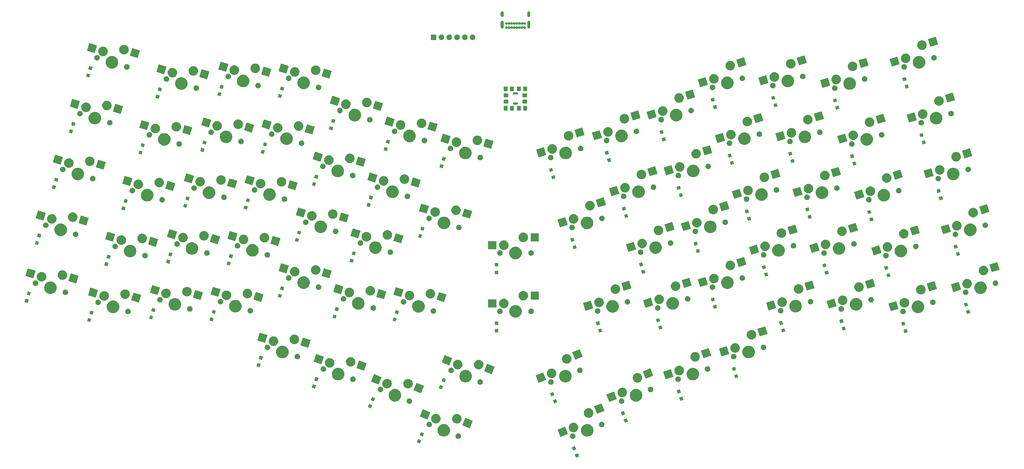
<source format=gbs>
G04 #@! TF.GenerationSoftware,KiCad,Pcbnew,(5.1.4)-1*
G04 #@! TF.CreationDate,2019-11-21T23:19:01-08:00*
G04 #@! TF.ProjectId,AODox,414f446f-782e-46b6-9963-61645f706362,v2*
G04 #@! TF.SameCoordinates,Original*
G04 #@! TF.FileFunction,Soldermask,Bot*
G04 #@! TF.FilePolarity,Negative*
%FSLAX46Y46*%
G04 Gerber Fmt 4.6, Leading zero omitted, Abs format (unit mm)*
G04 Created by KiCad (PCBNEW (5.1.4)-1) date 2019-11-21 23:19:01*
%MOMM*%
%LPD*%
G04 APERTURE LIST*
%ADD10C,0.100000*%
G04 APERTURE END LIST*
D10*
G36*
X240757906Y-208185005D02*
G01*
X239736149Y-208597822D01*
X239323332Y-207576065D01*
X240345089Y-207163248D01*
X240757906Y-208185005D01*
X240757906Y-208185005D01*
G37*
G36*
X239821390Y-205867045D02*
G01*
X238799633Y-206279862D01*
X238386816Y-205258105D01*
X239408573Y-204845288D01*
X239821390Y-205867045D01*
X239821390Y-205867045D01*
G37*
G36*
X189306777Y-202968378D02*
G01*
X188893960Y-203990135D01*
X187872203Y-203577318D01*
X188285020Y-202555561D01*
X189306777Y-202968378D01*
X189306777Y-202968378D01*
G37*
G36*
X238830080Y-200707848D02*
G01*
X238917203Y-200725177D01*
X239026626Y-200770502D01*
X239081339Y-200793165D01*
X239205212Y-200875934D01*
X239229056Y-200891866D01*
X239354680Y-201017490D01*
X239354682Y-201017493D01*
X239453381Y-201165207D01*
X239453381Y-201165208D01*
X239521369Y-201329343D01*
X239521369Y-201329345D01*
X239556026Y-201503576D01*
X239556028Y-201503589D01*
X239556028Y-201681247D01*
X239521369Y-201855493D01*
X239476044Y-201964916D01*
X239453381Y-202019629D01*
X239355345Y-202166351D01*
X239354680Y-202167346D01*
X239229056Y-202292970D01*
X239229053Y-202292972D01*
X239081339Y-202391671D01*
X239026626Y-202414334D01*
X238917203Y-202459659D01*
X238830080Y-202476988D01*
X238742959Y-202494318D01*
X238565297Y-202494318D01*
X238478176Y-202476989D01*
X238391053Y-202459659D01*
X238281630Y-202414334D01*
X238226917Y-202391671D01*
X238079203Y-202292972D01*
X238079200Y-202292970D01*
X237953576Y-202167346D01*
X237952911Y-202166351D01*
X237854875Y-202019629D01*
X237832212Y-201964916D01*
X237786887Y-201855493D01*
X237752228Y-201681247D01*
X237752228Y-201503589D01*
X237752231Y-201503576D01*
X237786887Y-201329345D01*
X237786887Y-201329343D01*
X237854875Y-201165208D01*
X237854875Y-201165207D01*
X237953574Y-201017493D01*
X237953576Y-201017490D01*
X238079200Y-200891866D01*
X238103044Y-200875934D01*
X238226917Y-200793165D01*
X238281630Y-200770502D01*
X238391053Y-200725177D01*
X238478176Y-200707848D01*
X238565297Y-200690518D01*
X238742959Y-200690518D01*
X238830080Y-200707848D01*
X238830080Y-200707848D01*
G37*
G36*
X201556352Y-200707837D02*
G01*
X201643475Y-200725166D01*
X201752898Y-200770491D01*
X201807611Y-200793154D01*
X201931500Y-200875934D01*
X201955328Y-200891855D01*
X202080952Y-201017479D01*
X202080954Y-201017482D01*
X202179653Y-201165196D01*
X202179658Y-201165208D01*
X202247641Y-201329332D01*
X202264970Y-201416455D01*
X202282300Y-201503576D01*
X202282300Y-201681238D01*
X202271744Y-201734306D01*
X202247641Y-201855482D01*
X202202316Y-201964905D01*
X202179653Y-202019618D01*
X202081617Y-202166340D01*
X202080952Y-202167335D01*
X201955328Y-202292959D01*
X201955325Y-202292961D01*
X201807611Y-202391660D01*
X201752898Y-202414323D01*
X201643475Y-202459648D01*
X201556352Y-202476977D01*
X201469231Y-202494307D01*
X201291569Y-202494307D01*
X201204448Y-202476978D01*
X201117325Y-202459648D01*
X201007902Y-202414323D01*
X200953189Y-202391660D01*
X200805475Y-202292961D01*
X200805472Y-202292959D01*
X200679848Y-202167335D01*
X200679183Y-202166340D01*
X200581147Y-202019618D01*
X200558484Y-201964905D01*
X200513159Y-201855482D01*
X200489056Y-201734306D01*
X200478500Y-201681238D01*
X200478500Y-201503576D01*
X200495830Y-201416455D01*
X200513159Y-201329332D01*
X200581142Y-201165208D01*
X200581147Y-201165196D01*
X200679846Y-201017482D01*
X200679848Y-201017479D01*
X200805472Y-200891855D01*
X200829300Y-200875934D01*
X200953189Y-200793154D01*
X201007902Y-200770491D01*
X201117325Y-200725166D01*
X201204448Y-200707837D01*
X201291569Y-200690507D01*
X201469231Y-200690507D01*
X201556352Y-200707837D01*
X201556352Y-200707837D01*
G37*
G36*
X237120020Y-200875934D02*
G01*
X234661128Y-201869391D01*
X233686402Y-199456858D01*
X236145294Y-198463401D01*
X237120020Y-200875934D01*
X237120020Y-200875934D01*
G37*
G36*
X243960696Y-197723101D02*
G01*
X244080962Y-197772917D01*
X244332845Y-197877250D01*
X244667770Y-198101040D01*
X244952599Y-198385869D01*
X245176389Y-198720794D01*
X245176389Y-198720795D01*
X245330538Y-199092943D01*
X245409122Y-199488011D01*
X245409122Y-199890823D01*
X245330538Y-200285891D01*
X245319466Y-200312621D01*
X245176389Y-200658040D01*
X244952599Y-200992965D01*
X244667770Y-201277794D01*
X244332845Y-201501584D01*
X244328004Y-201503589D01*
X243960696Y-201655733D01*
X243565628Y-201734317D01*
X243162816Y-201734317D01*
X242767748Y-201655733D01*
X242400440Y-201503589D01*
X242395599Y-201501584D01*
X242060674Y-201277794D01*
X241775845Y-200992965D01*
X241552055Y-200658040D01*
X241408978Y-200312621D01*
X241397906Y-200285891D01*
X241319322Y-199890823D01*
X241319322Y-199488011D01*
X241397906Y-199092943D01*
X241552055Y-198720795D01*
X241552055Y-198720794D01*
X241775845Y-198385869D01*
X242060674Y-198101040D01*
X242395599Y-197877250D01*
X242647482Y-197772917D01*
X242767748Y-197723101D01*
X243162816Y-197644517D01*
X243565628Y-197644517D01*
X243960696Y-197723101D01*
X243960696Y-197723101D01*
G37*
G36*
X197266780Y-197723090D02*
G01*
X197484780Y-197813389D01*
X197638929Y-197877239D01*
X197973854Y-198101029D01*
X198258683Y-198385858D01*
X198482473Y-198720783D01*
X198482478Y-198720795D01*
X198636622Y-199092932D01*
X198715206Y-199488000D01*
X198715206Y-199890812D01*
X198636622Y-200285880D01*
X198625545Y-200312621D01*
X198482473Y-200658029D01*
X198258683Y-200992954D01*
X197973854Y-201277783D01*
X197638929Y-201501573D01*
X197484780Y-201565423D01*
X197266780Y-201655722D01*
X196871712Y-201734306D01*
X196468900Y-201734306D01*
X196073832Y-201655722D01*
X195855832Y-201565423D01*
X195701683Y-201501573D01*
X195366758Y-201277783D01*
X195081929Y-200992954D01*
X194858139Y-200658029D01*
X194715067Y-200312621D01*
X194703990Y-200285880D01*
X194625406Y-199890812D01*
X194625406Y-199488000D01*
X194703990Y-199092932D01*
X194858134Y-198720795D01*
X194858139Y-198720783D01*
X195081929Y-198385858D01*
X195366758Y-198101029D01*
X195701683Y-197877239D01*
X195855832Y-197813389D01*
X196073832Y-197723090D01*
X196468900Y-197644506D01*
X196871712Y-197644506D01*
X197266780Y-197723090D01*
X197266780Y-197723090D01*
G37*
G36*
X190243293Y-200650418D02*
G01*
X189830476Y-201672175D01*
X188808719Y-201259358D01*
X189221536Y-200237601D01*
X190243293Y-200650418D01*
X190243293Y-200650418D01*
G37*
G36*
X239182736Y-197240423D02*
G01*
X239332561Y-197270225D01*
X239614825Y-197387142D01*
X239868856Y-197556880D01*
X240084892Y-197772916D01*
X240254630Y-198026947D01*
X240371547Y-198309211D01*
X240431151Y-198608861D01*
X240431151Y-198914381D01*
X240371547Y-199214031D01*
X240254630Y-199496295D01*
X240084892Y-199750326D01*
X239868856Y-199966362D01*
X239614825Y-200136100D01*
X239332561Y-200253017D01*
X239182736Y-200282819D01*
X239032912Y-200312621D01*
X238727390Y-200312621D01*
X238577566Y-200282819D01*
X238427741Y-200253017D01*
X238145477Y-200136100D01*
X237891446Y-199966362D01*
X237675410Y-199750326D01*
X237505672Y-199496295D01*
X237388755Y-199214031D01*
X237329151Y-198914381D01*
X237329151Y-198608861D01*
X237388755Y-198309211D01*
X237505672Y-198026947D01*
X237675410Y-197772916D01*
X237891446Y-197556880D01*
X238145477Y-197387142D01*
X238427741Y-197270225D01*
X238577566Y-197240423D01*
X238727390Y-197210621D01*
X239032912Y-197210621D01*
X239182736Y-197240423D01*
X239182736Y-197240423D01*
G37*
G36*
X206122103Y-196626049D02*
G01*
X205147377Y-199038582D01*
X202688485Y-198045125D01*
X203663211Y-195632592D01*
X206122103Y-196626049D01*
X206122103Y-196626049D01*
G37*
G36*
X248250268Y-196901845D02*
G01*
X248337391Y-196919175D01*
X248446814Y-196964500D01*
X248501527Y-196987163D01*
X248648249Y-197085199D01*
X248649244Y-197085864D01*
X248774868Y-197211488D01*
X248774870Y-197211491D01*
X248873569Y-197359205D01*
X248873569Y-197359206D01*
X248941557Y-197523341D01*
X248941557Y-197523343D01*
X248976216Y-197697585D01*
X248976216Y-197875247D01*
X248958887Y-197962368D01*
X248941557Y-198049491D01*
X248920204Y-198101040D01*
X248873569Y-198213627D01*
X248809702Y-198309211D01*
X248774868Y-198361344D01*
X248649244Y-198486968D01*
X248649241Y-198486970D01*
X248501527Y-198585669D01*
X248446814Y-198608332D01*
X248337391Y-198653657D01*
X248250268Y-198670986D01*
X248163147Y-198688316D01*
X247985485Y-198688316D01*
X247898364Y-198670986D01*
X247811241Y-198653657D01*
X247701818Y-198608332D01*
X247647105Y-198585669D01*
X247499391Y-198486970D01*
X247499388Y-198486968D01*
X247373764Y-198361344D01*
X247338930Y-198309211D01*
X247275063Y-198213627D01*
X247228428Y-198101040D01*
X247207075Y-198049491D01*
X247189745Y-197962368D01*
X247172416Y-197875247D01*
X247172416Y-197697585D01*
X247207075Y-197523343D01*
X247207075Y-197523341D01*
X247275063Y-197359206D01*
X247275063Y-197359205D01*
X247373762Y-197211491D01*
X247373764Y-197211488D01*
X247499388Y-197085864D01*
X247500383Y-197085199D01*
X247647105Y-196987163D01*
X247701818Y-196964500D01*
X247811241Y-196919175D01*
X247898364Y-196901845D01*
X247985485Y-196884516D01*
X248163147Y-196884516D01*
X248250268Y-196901845D01*
X248250268Y-196901845D01*
G37*
G36*
X192136164Y-196901834D02*
G01*
X192223287Y-196919164D01*
X192332710Y-196964489D01*
X192387423Y-196987152D01*
X192534145Y-197085188D01*
X192535140Y-197085853D01*
X192660764Y-197211477D01*
X192660766Y-197211480D01*
X192759465Y-197359194D01*
X192759470Y-197359206D01*
X192827453Y-197523330D01*
X192844783Y-197610453D01*
X192862112Y-197697574D01*
X192862112Y-197875236D01*
X192861711Y-197877250D01*
X192827453Y-198049480D01*
X192782128Y-198158903D01*
X192759465Y-198213616D01*
X192695590Y-198309212D01*
X192660764Y-198361333D01*
X192535140Y-198486957D01*
X192535137Y-198486959D01*
X192387423Y-198585658D01*
X192332710Y-198608321D01*
X192223287Y-198653646D01*
X192136164Y-198670976D01*
X192049043Y-198688305D01*
X191871381Y-198688305D01*
X191784260Y-198670976D01*
X191697137Y-198653646D01*
X191587714Y-198608321D01*
X191533001Y-198585658D01*
X191385287Y-198486959D01*
X191385284Y-198486957D01*
X191259660Y-198361333D01*
X191224834Y-198309212D01*
X191160959Y-198213616D01*
X191138296Y-198158903D01*
X191092971Y-198049480D01*
X191058713Y-197877250D01*
X191058312Y-197875236D01*
X191058312Y-197697574D01*
X191075641Y-197610453D01*
X191092971Y-197523330D01*
X191160954Y-197359206D01*
X191160959Y-197359194D01*
X191259658Y-197211480D01*
X191259660Y-197211477D01*
X191385284Y-197085853D01*
X191386279Y-197085188D01*
X191533001Y-196987152D01*
X191587714Y-196964489D01*
X191697137Y-196919164D01*
X191784260Y-196901834D01*
X191871381Y-196884505D01*
X192049043Y-196884505D01*
X192136164Y-196901834D01*
X192136164Y-196901834D01*
G37*
G36*
X201230939Y-194409615D02*
G01*
X201380764Y-194439417D01*
X201663028Y-194556334D01*
X201917059Y-194726072D01*
X202133095Y-194942108D01*
X202302833Y-195196139D01*
X202419750Y-195478403D01*
X202479354Y-195778053D01*
X202479354Y-196083573D01*
X202419750Y-196383223D01*
X202302833Y-196665487D01*
X202133095Y-196919518D01*
X201917059Y-197135554D01*
X201663028Y-197305292D01*
X201380764Y-197422209D01*
X201230939Y-197452011D01*
X201081115Y-197481813D01*
X200775593Y-197481813D01*
X200625769Y-197452011D01*
X200475944Y-197422209D01*
X200193680Y-197305292D01*
X199939649Y-197135554D01*
X199723613Y-196919518D01*
X199553875Y-196665487D01*
X199436958Y-196383223D01*
X199377354Y-196083573D01*
X199377354Y-195778053D01*
X199436958Y-195478403D01*
X199553875Y-195196139D01*
X199723613Y-194942108D01*
X199939649Y-194726072D01*
X200193680Y-194556334D01*
X200475944Y-194439417D01*
X200625769Y-194409615D01*
X200775593Y-194379813D01*
X201081115Y-194379813D01*
X201230939Y-194409615D01*
X201230939Y-194409615D01*
G37*
G36*
X194361169Y-194379813D02*
G01*
X194541646Y-194415712D01*
X194823910Y-194532629D01*
X195077941Y-194702367D01*
X195293977Y-194918403D01*
X195463715Y-195172434D01*
X195580632Y-195454698D01*
X195640236Y-195754348D01*
X195640236Y-196059868D01*
X195580632Y-196359518D01*
X195463715Y-196641782D01*
X195293977Y-196895813D01*
X195077941Y-197111849D01*
X194823910Y-197281587D01*
X194541646Y-197398504D01*
X194422473Y-197422209D01*
X194241997Y-197458108D01*
X193936475Y-197458108D01*
X193755999Y-197422209D01*
X193636826Y-197398504D01*
X193354562Y-197281587D01*
X193100531Y-197111849D01*
X192884495Y-196895813D01*
X192714757Y-196641782D01*
X192597840Y-196359518D01*
X192538236Y-196059868D01*
X192538236Y-195754348D01*
X192597840Y-195454698D01*
X192714757Y-195172434D01*
X192884495Y-194918403D01*
X193100531Y-194702367D01*
X193354562Y-194532629D01*
X193636826Y-194415712D01*
X193817303Y-194379813D01*
X193936475Y-194356108D01*
X194241997Y-194356108D01*
X194361169Y-194379813D01*
X194361169Y-194379813D01*
G37*
G36*
X256641850Y-196779267D02*
G01*
X255620093Y-197192084D01*
X255207276Y-196170327D01*
X256229033Y-195757510D01*
X256641850Y-196779267D01*
X256641850Y-196779267D01*
G37*
G36*
X192329106Y-193792795D02*
G01*
X191354380Y-196205328D01*
X188895488Y-195211871D01*
X189870214Y-192799338D01*
X192329106Y-193792795D01*
X192329106Y-193792795D01*
G37*
G36*
X244118852Y-192506624D02*
G01*
X244268677Y-192536426D01*
X244550941Y-192653343D01*
X244804972Y-192823081D01*
X245021008Y-193039117D01*
X245190746Y-193293148D01*
X245307663Y-193575412D01*
X245367267Y-193875062D01*
X245367267Y-194180582D01*
X245307663Y-194480232D01*
X245190746Y-194762496D01*
X245021008Y-195016527D01*
X244804972Y-195232563D01*
X244550941Y-195402301D01*
X244268677Y-195519218D01*
X244118852Y-195549020D01*
X243969028Y-195578822D01*
X243663506Y-195578822D01*
X243513682Y-195549020D01*
X243363857Y-195519218D01*
X243081593Y-195402301D01*
X242827562Y-195232563D01*
X242611526Y-195016527D01*
X242441788Y-194762496D01*
X242324871Y-194480232D01*
X242265267Y-194180582D01*
X242265267Y-193875062D01*
X242324871Y-193575412D01*
X242441788Y-193293148D01*
X242611526Y-193039117D01*
X242827562Y-192823081D01*
X243081593Y-192653343D01*
X243363857Y-192536426D01*
X243513682Y-192506624D01*
X243663506Y-192476822D01*
X243969028Y-192476822D01*
X244118852Y-192506624D01*
X244118852Y-192506624D01*
G37*
G36*
X255705334Y-194461307D02*
G01*
X254683577Y-194874124D01*
X254270760Y-193852367D01*
X255292517Y-193439550D01*
X255705334Y-194461307D01*
X255705334Y-194461307D01*
G37*
G36*
X249010016Y-193332586D02*
G01*
X246551124Y-194326043D01*
X245576398Y-191913510D01*
X248035290Y-190920053D01*
X249010016Y-193332586D01*
X249010016Y-193332586D01*
G37*
G36*
X173422847Y-191562631D02*
G01*
X173010030Y-192584388D01*
X171988273Y-192171571D01*
X172401090Y-191149814D01*
X173422847Y-191562631D01*
X173422847Y-191562631D01*
G37*
G36*
X254714013Y-189302104D02*
G01*
X254801136Y-189319434D01*
X254910559Y-189364759D01*
X254965272Y-189387422D01*
X255089145Y-189470191D01*
X255112989Y-189486123D01*
X255238613Y-189611747D01*
X255238615Y-189611750D01*
X255337314Y-189759464D01*
X255337314Y-189759465D01*
X255405302Y-189923600D01*
X255405302Y-189923602D01*
X255439958Y-190097827D01*
X255439961Y-190097846D01*
X255439961Y-190275504D01*
X255405302Y-190449750D01*
X255359977Y-190559173D01*
X255337314Y-190613886D01*
X255239278Y-190760608D01*
X255238613Y-190761603D01*
X255112989Y-190887227D01*
X255112986Y-190887229D01*
X254965272Y-190985928D01*
X254910559Y-191008591D01*
X254801136Y-191053916D01*
X254714013Y-191071246D01*
X254626892Y-191088575D01*
X254449230Y-191088575D01*
X254362109Y-191071246D01*
X254274986Y-191053916D01*
X254165563Y-191008591D01*
X254110850Y-190985928D01*
X253963136Y-190887229D01*
X253963133Y-190887227D01*
X253837509Y-190761603D01*
X253836844Y-190760608D01*
X253738808Y-190613886D01*
X253716145Y-190559173D01*
X253670820Y-190449750D01*
X253636161Y-190275504D01*
X253636161Y-190097846D01*
X253636165Y-190097827D01*
X253670820Y-189923602D01*
X253670820Y-189923600D01*
X253738808Y-189759465D01*
X253738808Y-189759464D01*
X253837507Y-189611750D01*
X253837509Y-189611747D01*
X253963133Y-189486123D01*
X253986977Y-189470191D01*
X254110850Y-189387422D01*
X254165563Y-189364759D01*
X254274986Y-189319434D01*
X254362109Y-189302104D01*
X254449230Y-189284775D01*
X254626892Y-189284775D01*
X254714013Y-189302104D01*
X254714013Y-189302104D01*
G37*
G36*
X185672420Y-189302086D02*
G01*
X185759543Y-189319415D01*
X185868966Y-189364740D01*
X185923679Y-189387403D01*
X186047580Y-189470191D01*
X186071396Y-189486104D01*
X186197020Y-189611728D01*
X186197022Y-189611731D01*
X186295721Y-189759445D01*
X186295729Y-189759465D01*
X186363709Y-189923581D01*
X186381039Y-190010704D01*
X186398368Y-190097825D01*
X186398368Y-190275487D01*
X186398364Y-190275506D01*
X186363709Y-190449731D01*
X186357944Y-190463648D01*
X186295721Y-190613867D01*
X186295708Y-190613886D01*
X186197020Y-190761584D01*
X186071396Y-190887208D01*
X186071393Y-190887210D01*
X185923679Y-190985909D01*
X185868966Y-191008572D01*
X185759543Y-191053897D01*
X185672420Y-191071227D01*
X185585299Y-191088556D01*
X185407637Y-191088556D01*
X185320516Y-191071226D01*
X185233393Y-191053897D01*
X185123970Y-191008572D01*
X185069257Y-190985909D01*
X184921543Y-190887210D01*
X184921540Y-190887208D01*
X184795916Y-190761584D01*
X184697228Y-190613886D01*
X184697215Y-190613867D01*
X184634992Y-190463648D01*
X184629227Y-190449731D01*
X184594572Y-190275506D01*
X184594568Y-190275487D01*
X184594568Y-190097825D01*
X184611897Y-190010704D01*
X184629227Y-189923581D01*
X184697207Y-189759465D01*
X184697215Y-189759445D01*
X184795914Y-189611731D01*
X184795916Y-189611728D01*
X184921540Y-189486104D01*
X184945356Y-189470191D01*
X185069257Y-189387403D01*
X185123970Y-189364740D01*
X185233393Y-189319415D01*
X185320516Y-189302086D01*
X185407637Y-189284756D01*
X185585299Y-189284756D01*
X185672420Y-189302086D01*
X185672420Y-189302086D01*
G37*
G36*
X233640386Y-190568516D02*
G01*
X232618629Y-190981333D01*
X232205812Y-189959576D01*
X233227569Y-189546759D01*
X233640386Y-190568516D01*
X233640386Y-190568516D01*
G37*
G36*
X253003953Y-189470191D02*
G01*
X250545061Y-190463648D01*
X249570335Y-188051115D01*
X252029227Y-187057658D01*
X253003953Y-189470191D01*
X253003953Y-189470191D01*
G37*
G36*
X259844629Y-186317358D02*
G01*
X260062629Y-186407657D01*
X260216778Y-186471507D01*
X260551703Y-186695297D01*
X260836532Y-186980126D01*
X261060322Y-187315051D01*
X261060322Y-187315052D01*
X261214471Y-187687200D01*
X261293055Y-188082268D01*
X261293055Y-188485080D01*
X261214471Y-188880148D01*
X261203399Y-188906878D01*
X261060322Y-189252297D01*
X260836532Y-189587222D01*
X260551703Y-189872051D01*
X260216778Y-190095841D01*
X260211937Y-190097846D01*
X259844629Y-190249990D01*
X259449561Y-190328574D01*
X259046749Y-190328574D01*
X258651681Y-190249990D01*
X258284373Y-190097846D01*
X258279532Y-190095841D01*
X257944607Y-189872051D01*
X257659778Y-189587222D01*
X257435988Y-189252297D01*
X257292911Y-188906878D01*
X257281839Y-188880148D01*
X257203255Y-188485080D01*
X257203255Y-188082268D01*
X257281839Y-187687200D01*
X257435988Y-187315052D01*
X257435988Y-187315051D01*
X257659778Y-186980126D01*
X257944607Y-186695297D01*
X258279532Y-186471507D01*
X258433681Y-186407657D01*
X258651681Y-186317358D01*
X259046749Y-186238774D01*
X259449561Y-186238774D01*
X259844629Y-186317358D01*
X259844629Y-186317358D01*
G37*
G36*
X181382848Y-186317339D02*
G01*
X181600848Y-186407638D01*
X181754997Y-186471488D01*
X182089922Y-186695278D01*
X182374751Y-186980107D01*
X182598541Y-187315032D01*
X182662391Y-187469181D01*
X182752690Y-187687181D01*
X182831274Y-188082249D01*
X182831274Y-188485061D01*
X182752690Y-188880129D01*
X182741610Y-188906878D01*
X182598541Y-189252278D01*
X182374751Y-189587203D01*
X182089922Y-189872032D01*
X181754997Y-190095822D01*
X181600848Y-190159672D01*
X181382848Y-190249971D01*
X180987780Y-190328555D01*
X180584968Y-190328555D01*
X180189900Y-190249971D01*
X179971900Y-190159672D01*
X179817751Y-190095822D01*
X179482826Y-189872032D01*
X179197997Y-189587203D01*
X178974207Y-189252278D01*
X178831138Y-188906878D01*
X178820058Y-188880129D01*
X178741474Y-188485061D01*
X178741474Y-188082249D01*
X178820058Y-187687181D01*
X178910357Y-187469181D01*
X178974207Y-187315032D01*
X179197997Y-186980107D01*
X179482826Y-186695278D01*
X179817751Y-186471488D01*
X179971900Y-186407638D01*
X180189900Y-186317339D01*
X180584968Y-186238755D01*
X180987780Y-186238755D01*
X181382848Y-186317339D01*
X181382848Y-186317339D01*
G37*
G36*
X174359363Y-189244671D02*
G01*
X173946546Y-190266428D01*
X172924789Y-189853611D01*
X173337606Y-188831854D01*
X174359363Y-189244671D01*
X174359363Y-189244671D01*
G37*
G36*
X274676470Y-189737476D02*
G01*
X273634508Y-190096252D01*
X273275732Y-189054290D01*
X274317694Y-188695514D01*
X274676470Y-189737476D01*
X274676470Y-189737476D01*
G37*
G36*
X255066669Y-185834680D02*
G01*
X255216494Y-185864482D01*
X255498758Y-185981399D01*
X255752789Y-186151137D01*
X255968825Y-186367173D01*
X256138563Y-186621204D01*
X256255480Y-186903468D01*
X256315084Y-187203118D01*
X256315084Y-187508638D01*
X256255480Y-187808288D01*
X256138563Y-188090552D01*
X255968825Y-188344583D01*
X255752789Y-188560619D01*
X255498758Y-188730357D01*
X255216494Y-188847274D01*
X255066669Y-188877076D01*
X254916845Y-188906878D01*
X254611323Y-188906878D01*
X254461499Y-188877076D01*
X254311674Y-188847274D01*
X254029410Y-188730357D01*
X253775379Y-188560619D01*
X253559343Y-188344583D01*
X253389605Y-188090552D01*
X253272688Y-187808288D01*
X253213084Y-187508638D01*
X253213084Y-187203118D01*
X253272688Y-186903468D01*
X253389605Y-186621204D01*
X253559343Y-186367173D01*
X253775379Y-186151137D01*
X254029410Y-185981399D01*
X254311674Y-185864482D01*
X254461499Y-185834680D01*
X254611323Y-185804878D01*
X254916845Y-185804878D01*
X255066669Y-185834680D01*
X255066669Y-185834680D01*
G37*
G36*
X232703870Y-188250556D02*
G01*
X231682113Y-188663373D01*
X231269296Y-187641616D01*
X232291053Y-187228799D01*
X232703870Y-188250556D01*
X232703870Y-188250556D01*
G37*
G36*
X273862550Y-187373680D02*
G01*
X272820588Y-187732456D01*
X272461812Y-186690494D01*
X273503774Y-186331718D01*
X273862550Y-187373680D01*
X273862550Y-187373680D01*
G37*
G36*
X190238171Y-185220298D02*
G01*
X189263445Y-187632831D01*
X186804553Y-186639374D01*
X187779279Y-184226841D01*
X190238171Y-185220298D01*
X190238171Y-185220298D01*
G37*
G36*
X264103828Y-185490061D02*
G01*
X264221324Y-185513432D01*
X264330747Y-185558757D01*
X264385460Y-185581420D01*
X264532182Y-185679456D01*
X264533177Y-185680121D01*
X264658801Y-185805745D01*
X264658803Y-185805748D01*
X264757502Y-185953462D01*
X264757502Y-185953463D01*
X264825490Y-186117598D01*
X264825490Y-186117600D01*
X264860149Y-186291842D01*
X264860149Y-186469504D01*
X264842819Y-186556625D01*
X264825490Y-186643748D01*
X264804145Y-186695278D01*
X264757502Y-186807884D01*
X264693635Y-186903468D01*
X264658801Y-186955601D01*
X264533177Y-187081225D01*
X264533174Y-187081227D01*
X264385460Y-187179926D01*
X264330747Y-187202589D01*
X264221324Y-187247914D01*
X264134201Y-187265244D01*
X264047080Y-187282573D01*
X263869418Y-187282573D01*
X263782297Y-187265244D01*
X263695174Y-187247914D01*
X263585751Y-187202589D01*
X263531038Y-187179926D01*
X263383324Y-187081227D01*
X263383321Y-187081225D01*
X263257697Y-186955601D01*
X263222863Y-186903468D01*
X263158996Y-186807884D01*
X263112353Y-186695278D01*
X263091008Y-186643748D01*
X263073679Y-186556625D01*
X263056349Y-186469504D01*
X263056349Y-186291842D01*
X263091008Y-186117600D01*
X263091008Y-186117598D01*
X263158996Y-185953463D01*
X263158996Y-185953462D01*
X263257695Y-185805748D01*
X263257697Y-185805745D01*
X263383321Y-185680121D01*
X263384316Y-185679456D01*
X263531038Y-185581420D01*
X263585751Y-185558757D01*
X263695174Y-185513432D01*
X263812670Y-185490061D01*
X263869418Y-185478773D01*
X264047080Y-185478773D01*
X264103828Y-185490061D01*
X264103828Y-185490061D01*
G37*
G36*
X176252232Y-185496083D02*
G01*
X176339355Y-185513413D01*
X176448778Y-185558738D01*
X176503491Y-185581401D01*
X176650213Y-185679437D01*
X176651208Y-185680102D01*
X176776832Y-185805726D01*
X176776834Y-185805729D01*
X176875533Y-185953443D01*
X176875541Y-185953463D01*
X176943521Y-186117579D01*
X176943525Y-186117600D01*
X176978180Y-186291823D01*
X176978180Y-186469485D01*
X176960850Y-186556606D01*
X176943521Y-186643729D01*
X176898196Y-186753152D01*
X176875533Y-186807865D01*
X176777497Y-186954587D01*
X176776832Y-186955582D01*
X176651208Y-187081206D01*
X176651205Y-187081208D01*
X176503491Y-187179907D01*
X176448778Y-187202570D01*
X176339355Y-187247895D01*
X176252232Y-187265224D01*
X176165111Y-187282554D01*
X175987449Y-187282554D01*
X175900328Y-187265224D01*
X175813205Y-187247895D01*
X175703782Y-187202570D01*
X175649069Y-187179907D01*
X175501355Y-187081208D01*
X175501352Y-187081206D01*
X175375728Y-186955582D01*
X175375063Y-186954587D01*
X175277027Y-186807865D01*
X175254364Y-186753152D01*
X175209039Y-186643729D01*
X175191710Y-186556606D01*
X175174380Y-186469485D01*
X175174380Y-186291823D01*
X175209035Y-186117600D01*
X175209039Y-186117579D01*
X175277019Y-185953463D01*
X175277027Y-185953443D01*
X175375726Y-185805729D01*
X175375728Y-185805726D01*
X175501352Y-185680102D01*
X175502347Y-185679437D01*
X175649069Y-185581401D01*
X175703782Y-185558738D01*
X175813205Y-185513413D01*
X175900328Y-185496083D01*
X175987449Y-185478754D01*
X176165111Y-185478754D01*
X176252232Y-185496083D01*
X176252232Y-185496083D01*
G37*
G36*
X196424296Y-185351879D02*
G01*
X196011479Y-186373636D01*
X194989722Y-185960819D01*
X195402539Y-184939062D01*
X196424296Y-185351879D01*
X196424296Y-185351879D01*
G37*
G36*
X155128874Y-185049788D02*
G01*
X154770098Y-186091750D01*
X153728136Y-185732974D01*
X154086912Y-184691012D01*
X155128874Y-185049788D01*
X155128874Y-185049788D01*
G37*
G36*
X185347007Y-183003864D02*
G01*
X185496832Y-183033666D01*
X185779096Y-183150583D01*
X186033127Y-183320321D01*
X186249163Y-183536357D01*
X186418901Y-183790388D01*
X186532544Y-184064749D01*
X186535818Y-184072653D01*
X186595422Y-184372301D01*
X186595422Y-184677823D01*
X186592798Y-184691013D01*
X186535818Y-184977472D01*
X186418901Y-185259736D01*
X186249163Y-185513767D01*
X186033127Y-185729803D01*
X185779096Y-185899541D01*
X185496832Y-186016458D01*
X185347007Y-186046260D01*
X185197183Y-186076062D01*
X184891661Y-186076062D01*
X184741837Y-186046260D01*
X184592012Y-186016458D01*
X184309748Y-185899541D01*
X184055717Y-185729803D01*
X183839681Y-185513767D01*
X183669943Y-185259736D01*
X183553026Y-184977472D01*
X183496046Y-184691013D01*
X183493422Y-184677823D01*
X183493422Y-184372301D01*
X183553026Y-184072653D01*
X183556300Y-184064749D01*
X183669943Y-183790388D01*
X183839681Y-183536357D01*
X184055717Y-183320321D01*
X184309748Y-183150583D01*
X184592012Y-183033666D01*
X184741837Y-183003864D01*
X184891661Y-182974062D01*
X185197183Y-182974062D01*
X185347007Y-183003864D01*
X185347007Y-183003864D01*
G37*
G36*
X178507889Y-182980159D02*
G01*
X178657714Y-183009961D01*
X178939978Y-183126878D01*
X179194009Y-183296616D01*
X179410045Y-183512652D01*
X179579783Y-183766683D01*
X179696700Y-184048947D01*
X179701415Y-184072652D01*
X179756304Y-184348596D01*
X179756304Y-184654118D01*
X179751861Y-184676453D01*
X179696700Y-184953767D01*
X179579783Y-185236031D01*
X179410045Y-185490062D01*
X179194009Y-185706098D01*
X178939978Y-185875836D01*
X178657714Y-185992753D01*
X178538541Y-186016458D01*
X178358065Y-186052357D01*
X178052543Y-186052357D01*
X177872067Y-186016458D01*
X177752894Y-185992753D01*
X177470630Y-185875836D01*
X177216599Y-185706098D01*
X177000563Y-185490062D01*
X176830825Y-185236031D01*
X176713908Y-184953767D01*
X176658747Y-184676453D01*
X176654304Y-184654118D01*
X176654304Y-184348596D01*
X176709193Y-184072652D01*
X176713908Y-184048947D01*
X176830825Y-183766683D01*
X177000563Y-183512652D01*
X177216599Y-183296616D01*
X177470630Y-183126878D01*
X177752894Y-183009961D01*
X177902719Y-182980159D01*
X178052543Y-182950357D01*
X178358065Y-182950357D01*
X178507889Y-182980159D01*
X178507889Y-182980159D01*
G37*
G36*
X231712559Y-183091350D02*
G01*
X231799682Y-183108679D01*
X231909105Y-183154004D01*
X231963818Y-183176667D01*
X232001872Y-183202094D01*
X232111535Y-183275368D01*
X232237159Y-183400992D01*
X232237161Y-183400995D01*
X232335860Y-183548709D01*
X232335860Y-183548710D01*
X232403848Y-183712845D01*
X232414557Y-183766683D01*
X232438503Y-183887068D01*
X232438507Y-183887091D01*
X232438507Y-184064749D01*
X232403848Y-184238995D01*
X232358523Y-184348418D01*
X232335860Y-184403131D01*
X232237824Y-184549853D01*
X232237159Y-184550848D01*
X232111535Y-184676472D01*
X232111532Y-184676474D01*
X231963818Y-184775173D01*
X231909105Y-184797836D01*
X231799682Y-184843161D01*
X231712559Y-184860491D01*
X231625438Y-184877820D01*
X231447776Y-184877820D01*
X231360655Y-184860491D01*
X231273532Y-184843161D01*
X231164109Y-184797836D01*
X231109396Y-184775173D01*
X230961682Y-184676474D01*
X230961679Y-184676472D01*
X230836055Y-184550848D01*
X230835390Y-184549853D01*
X230737354Y-184403131D01*
X230714691Y-184348418D01*
X230669366Y-184238995D01*
X230634707Y-184064749D01*
X230634707Y-183887091D01*
X230634712Y-183887068D01*
X230658657Y-183766683D01*
X230669366Y-183712845D01*
X230737354Y-183548710D01*
X230737354Y-183548709D01*
X230836053Y-183400995D01*
X230836055Y-183400992D01*
X230961679Y-183275368D01*
X231071342Y-183202094D01*
X231109396Y-183176667D01*
X231164109Y-183154004D01*
X231273532Y-183108679D01*
X231360655Y-183091350D01*
X231447776Y-183074020D01*
X231625438Y-183074020D01*
X231712559Y-183091350D01*
X231712559Y-183091350D01*
G37*
G36*
X208673876Y-183091328D02*
G01*
X208760999Y-183108658D01*
X208862213Y-183150583D01*
X208925135Y-183176646D01*
X209049039Y-183259436D01*
X209072852Y-183275347D01*
X209198476Y-183400971D01*
X209198478Y-183400974D01*
X209297177Y-183548688D01*
X209297186Y-183548710D01*
X209365165Y-183712824D01*
X209382495Y-183799947D01*
X209399824Y-183887068D01*
X209399824Y-184064730D01*
X209398248Y-184072652D01*
X209365165Y-184238974D01*
X209359399Y-184252893D01*
X209297177Y-184403110D01*
X209199141Y-184549832D01*
X209198476Y-184550827D01*
X209072852Y-184676451D01*
X209072849Y-184676453D01*
X208925135Y-184775152D01*
X208870422Y-184797815D01*
X208760999Y-184843140D01*
X208673876Y-184860469D01*
X208586755Y-184877799D01*
X208409093Y-184877799D01*
X208321972Y-184860469D01*
X208234849Y-184843140D01*
X208125426Y-184797815D01*
X208070713Y-184775152D01*
X207922999Y-184676453D01*
X207922996Y-184676451D01*
X207797372Y-184550827D01*
X207796707Y-184549832D01*
X207698671Y-184403110D01*
X207636449Y-184252893D01*
X207630683Y-184238974D01*
X207597600Y-184072652D01*
X207596024Y-184064730D01*
X207596024Y-183887068D01*
X207613353Y-183799947D01*
X207630683Y-183712824D01*
X207698662Y-183548710D01*
X207698671Y-183548688D01*
X207797370Y-183400974D01*
X207797372Y-183400971D01*
X207922996Y-183275347D01*
X207946809Y-183259436D01*
X208070713Y-183176646D01*
X208133635Y-183150583D01*
X208234849Y-183108658D01*
X208321972Y-183091329D01*
X208409093Y-183073999D01*
X208586755Y-183073999D01*
X208673876Y-183091328D01*
X208673876Y-183091328D01*
G37*
G36*
X176445174Y-182387044D02*
G01*
X175470448Y-184799577D01*
X173011556Y-183806120D01*
X173986282Y-181393587D01*
X176445174Y-182387044D01*
X176445174Y-182387044D01*
G37*
G36*
X230002499Y-183259436D02*
G01*
X227543607Y-184252893D01*
X226568881Y-181840360D01*
X229027773Y-180846903D01*
X230002499Y-183259436D01*
X230002499Y-183259436D01*
G37*
G36*
X260002785Y-181100881D02*
G01*
X260152610Y-181130683D01*
X260434874Y-181247600D01*
X260688905Y-181417338D01*
X260904941Y-181633374D01*
X261074679Y-181887405D01*
X261191596Y-182169669D01*
X261251200Y-182469319D01*
X261251200Y-182774839D01*
X261191596Y-183074489D01*
X261074679Y-183356753D01*
X260904941Y-183610784D01*
X260688905Y-183826820D01*
X260434874Y-183996558D01*
X260152610Y-184113475D01*
X260002785Y-184143277D01*
X259852961Y-184173079D01*
X259547439Y-184173079D01*
X259397615Y-184143277D01*
X259247790Y-184113475D01*
X258965526Y-183996558D01*
X258711495Y-183826820D01*
X258495459Y-183610784D01*
X258325721Y-183356753D01*
X258208804Y-183074489D01*
X258149200Y-182774839D01*
X258149200Y-182469319D01*
X258208804Y-182169669D01*
X258325721Y-181887405D01*
X258495459Y-181633374D01*
X258711495Y-181417338D01*
X258965526Y-181247600D01*
X259247790Y-181130683D01*
X259397615Y-181100881D01*
X259547439Y-181071079D01*
X259852961Y-181071079D01*
X260002785Y-181100881D01*
X260002785Y-181100881D01*
G37*
G36*
X236843175Y-180106603D02*
G01*
X237061175Y-180196902D01*
X237215324Y-180260752D01*
X237550249Y-180484542D01*
X237835078Y-180769371D01*
X238058868Y-181104296D01*
X238105729Y-181217429D01*
X238213017Y-181476445D01*
X238291601Y-181871513D01*
X238291601Y-182274325D01*
X238213017Y-182669393D01*
X238169339Y-182774840D01*
X238058868Y-183041542D01*
X237835078Y-183376467D01*
X237550249Y-183661296D01*
X237215324Y-183885086D01*
X237068957Y-183945713D01*
X236843175Y-184039235D01*
X236448107Y-184117819D01*
X236045295Y-184117819D01*
X235650227Y-184039235D01*
X235424445Y-183945713D01*
X235278078Y-183885086D01*
X234943153Y-183661296D01*
X234658324Y-183376467D01*
X234434534Y-183041542D01*
X234324063Y-182774840D01*
X234280385Y-182669393D01*
X234201801Y-182274325D01*
X234201801Y-181871513D01*
X234280385Y-181476445D01*
X234387673Y-181217429D01*
X234434534Y-181104296D01*
X234658324Y-180769371D01*
X234943153Y-180484542D01*
X235278078Y-180260752D01*
X235432227Y-180196902D01*
X235650227Y-180106603D01*
X236045295Y-180028019D01*
X236448107Y-180028019D01*
X236843175Y-180106603D01*
X236843175Y-180106603D01*
G37*
G36*
X204384304Y-180106582D02*
G01*
X204602304Y-180196881D01*
X204756453Y-180260731D01*
X205091378Y-180484521D01*
X205376207Y-180769350D01*
X205599997Y-181104275D01*
X205634893Y-181188522D01*
X205754146Y-181476424D01*
X205832730Y-181871492D01*
X205832730Y-182274304D01*
X205754146Y-182669372D01*
X205708016Y-182780740D01*
X205599997Y-183041521D01*
X205376207Y-183376446D01*
X205091378Y-183661275D01*
X204756453Y-183885065D01*
X204693690Y-183911062D01*
X204384304Y-184039214D01*
X203989236Y-184117798D01*
X203586424Y-184117798D01*
X203191356Y-184039214D01*
X202881970Y-183911062D01*
X202819207Y-183885065D01*
X202484282Y-183661275D01*
X202199453Y-183376446D01*
X201975663Y-183041521D01*
X201867644Y-182780740D01*
X201821514Y-182669372D01*
X201742930Y-182274304D01*
X201742930Y-181871492D01*
X201821514Y-181476424D01*
X201940767Y-181188522D01*
X201975663Y-181104275D01*
X202199453Y-180769350D01*
X202484282Y-180484521D01*
X202819207Y-180260731D01*
X202973356Y-180196881D01*
X203191356Y-180106582D01*
X203586424Y-180027998D01*
X203989236Y-180027998D01*
X204384304Y-180106582D01*
X204384304Y-180106582D01*
G37*
G36*
X197360812Y-183033919D02*
G01*
X196947995Y-184055676D01*
X195926238Y-183642859D01*
X196339055Y-182621102D01*
X197360812Y-183033919D01*
X197360812Y-183033919D01*
G37*
G36*
X167289886Y-182159251D02*
G01*
X167377009Y-182176580D01*
X167486432Y-182221905D01*
X167541145Y-182244568D01*
X167664837Y-182327216D01*
X167688862Y-182343269D01*
X167814486Y-182468893D01*
X167814488Y-182468896D01*
X167913187Y-182616610D01*
X167935042Y-182669372D01*
X167981175Y-182780746D01*
X167981175Y-182780748D01*
X168015833Y-182954984D01*
X168015834Y-182954992D01*
X168015834Y-183132650D01*
X167981175Y-183306896D01*
X167942197Y-183400995D01*
X167913187Y-183471032D01*
X167861299Y-183548688D01*
X167814486Y-183618749D01*
X167688862Y-183744373D01*
X167688859Y-183744375D01*
X167541145Y-183843074D01*
X167486432Y-183865737D01*
X167377009Y-183911062D01*
X167289886Y-183928391D01*
X167202765Y-183945721D01*
X167025103Y-183945721D01*
X166937982Y-183928392D01*
X166850859Y-183911062D01*
X166741436Y-183865737D01*
X166686723Y-183843074D01*
X166539009Y-183744375D01*
X166539006Y-183744373D01*
X166413382Y-183618749D01*
X166366569Y-183548688D01*
X166314681Y-183471032D01*
X166285671Y-183400995D01*
X166246693Y-183306896D01*
X166212034Y-183132650D01*
X166212034Y-182954992D01*
X166212036Y-182954984D01*
X166246693Y-182780748D01*
X166246693Y-182780746D01*
X166292826Y-182669372D01*
X166314681Y-182616610D01*
X166413380Y-182468896D01*
X166413382Y-182468893D01*
X166539006Y-182343269D01*
X166563031Y-182327216D01*
X166686723Y-182244568D01*
X166741436Y-182221905D01*
X166850859Y-182176580D01*
X166937982Y-182159251D01*
X167025103Y-182141921D01*
X167202765Y-182141921D01*
X167289886Y-182159251D01*
X167289886Y-182159251D01*
G37*
G36*
X273096543Y-182159243D02*
G01*
X273183666Y-182176572D01*
X273293089Y-182221897D01*
X273347802Y-182244560D01*
X273471506Y-182327216D01*
X273495519Y-182343261D01*
X273621143Y-182468885D01*
X273621145Y-182468888D01*
X273719844Y-182616602D01*
X273721708Y-182621102D01*
X273787832Y-182780738D01*
X273787834Y-182780748D01*
X273822491Y-182954982D01*
X273822491Y-183132644D01*
X273813738Y-183176646D01*
X273787832Y-183306888D01*
X273759011Y-183376466D01*
X273719844Y-183471024D01*
X273667936Y-183548710D01*
X273621143Y-183618741D01*
X273495519Y-183744365D01*
X273495516Y-183744367D01*
X273347802Y-183843066D01*
X273293089Y-183865729D01*
X273183666Y-183911054D01*
X273096543Y-183928383D01*
X273009422Y-183945713D01*
X272831760Y-183945713D01*
X272744639Y-183928384D01*
X272657516Y-183911054D01*
X272548093Y-183865729D01*
X272493380Y-183843066D01*
X272345666Y-183744367D01*
X272345663Y-183744365D01*
X272220039Y-183618741D01*
X272173246Y-183548710D01*
X272121338Y-183471024D01*
X272082171Y-183376466D01*
X272053350Y-183306888D01*
X272027444Y-183176646D01*
X272018691Y-183132644D01*
X272018691Y-182954982D01*
X272053348Y-182780748D01*
X272053350Y-182780738D01*
X272119474Y-182621102D01*
X272121338Y-182616602D01*
X272220037Y-182468888D01*
X272220039Y-182468885D01*
X272345663Y-182343261D01*
X272369676Y-182327216D01*
X272493380Y-182244560D01*
X272548093Y-182221897D01*
X272657516Y-182176572D01*
X272744639Y-182159242D01*
X272831760Y-182141913D01*
X273009422Y-182141913D01*
X273096543Y-182159243D01*
X273096543Y-182159243D01*
G37*
G36*
X155942794Y-182685992D02*
G01*
X155584018Y-183727954D01*
X154542056Y-183369178D01*
X154900832Y-182327216D01*
X155942794Y-182685992D01*
X155942794Y-182685992D01*
G37*
G36*
X162907174Y-179423619D02*
G01*
X163080326Y-179495341D01*
X163279323Y-179577768D01*
X163614248Y-179801558D01*
X163899077Y-180086387D01*
X164122867Y-180421312D01*
X164170080Y-180535294D01*
X164277016Y-180793461D01*
X164355600Y-181188529D01*
X164355600Y-181591341D01*
X164277016Y-181986409D01*
X164215953Y-182133827D01*
X164122867Y-182358558D01*
X163899077Y-182693483D01*
X163614248Y-182978312D01*
X163279323Y-183202102D01*
X163140906Y-183259436D01*
X162907174Y-183356251D01*
X162512106Y-183434835D01*
X162109294Y-183434835D01*
X161714226Y-183356251D01*
X161480494Y-183259436D01*
X161342077Y-183202102D01*
X161007152Y-182978312D01*
X160722323Y-182693483D01*
X160498533Y-182358558D01*
X160405447Y-182133827D01*
X160344384Y-181986409D01*
X160265800Y-181591341D01*
X160265800Y-181188529D01*
X160344384Y-180793461D01*
X160451320Y-180535294D01*
X160498533Y-180421312D01*
X160722323Y-180086387D01*
X161007152Y-179801558D01*
X161342077Y-179577768D01*
X161541074Y-179495341D01*
X161714226Y-179423619D01*
X162109294Y-179345035D01*
X162512106Y-179345035D01*
X162907174Y-179423619D01*
X162907174Y-179423619D01*
G37*
G36*
X278320299Y-179423611D02*
G01*
X278490358Y-179494052D01*
X278692448Y-179577760D01*
X279027373Y-179801550D01*
X279312202Y-180086379D01*
X279535992Y-180421304D01*
X279542328Y-180436601D01*
X279690141Y-180793453D01*
X279768725Y-181188521D01*
X279768725Y-181591333D01*
X279690141Y-181986401D01*
X279625726Y-182141913D01*
X279535992Y-182358550D01*
X279312202Y-182693475D01*
X279027373Y-182978304D01*
X278692448Y-183202094D01*
X278554011Y-183259436D01*
X278320299Y-183356243D01*
X277925231Y-183434827D01*
X277522419Y-183434827D01*
X277127351Y-183356243D01*
X276893639Y-183259436D01*
X276755202Y-183202094D01*
X276420277Y-182978304D01*
X276135448Y-182693475D01*
X275911658Y-182358550D01*
X275821924Y-182141913D01*
X275757509Y-181986401D01*
X275678925Y-181591333D01*
X275678925Y-181188521D01*
X275757509Y-180793453D01*
X275905322Y-180436601D01*
X275911658Y-180421304D01*
X276135448Y-180086379D01*
X276420277Y-179801550D01*
X276755202Y-179577760D01*
X276957292Y-179494052D01*
X277127351Y-179423611D01*
X277522419Y-179345027D01*
X277925231Y-179345027D01*
X278320299Y-179423611D01*
X278320299Y-179423611D01*
G37*
G36*
X270983751Y-180963396D02*
G01*
X271426083Y-182248021D01*
X268918568Y-183111428D01*
X268918567Y-183111428D01*
X268439502Y-181720120D01*
X268071439Y-180651189D01*
X270578954Y-179787782D01*
X270578955Y-179787782D01*
X270983751Y-180963396D01*
X270983751Y-180963396D01*
G37*
G36*
X264893949Y-181926843D02*
G01*
X262435057Y-182920300D01*
X261460331Y-180507767D01*
X263919223Y-179514310D01*
X264893949Y-181926843D01*
X264893949Y-181926843D01*
G37*
G36*
X292539453Y-182435701D02*
G01*
X291485605Y-182757895D01*
X291163411Y-181704047D01*
X292217259Y-181381853D01*
X292539453Y-182435701D01*
X292539453Y-182435701D01*
G37*
G36*
X232065215Y-179623925D02*
G01*
X232215040Y-179653727D01*
X232497304Y-179770644D01*
X232751335Y-179940382D01*
X232967371Y-180156418D01*
X233137109Y-180410449D01*
X233254026Y-180692713D01*
X233313630Y-180992363D01*
X233313630Y-181297883D01*
X233254026Y-181597533D01*
X233137109Y-181879797D01*
X232967371Y-182133828D01*
X232751335Y-182349864D01*
X232497304Y-182519602D01*
X232215040Y-182636519D01*
X232065215Y-182666321D01*
X231915391Y-182696123D01*
X231609869Y-182696123D01*
X231460045Y-182666321D01*
X231310220Y-182636519D01*
X231027956Y-182519602D01*
X230773925Y-182349864D01*
X230557889Y-182133828D01*
X230388151Y-181879797D01*
X230271234Y-181597533D01*
X230211630Y-181297883D01*
X230211630Y-180992363D01*
X230271234Y-180692713D01*
X230388151Y-180410449D01*
X230557889Y-180156418D01*
X230773925Y-179940382D01*
X231027956Y-179770644D01*
X231310220Y-179653727D01*
X231460045Y-179623925D01*
X231609869Y-179594123D01*
X231915391Y-179594123D01*
X232065215Y-179623925D01*
X232065215Y-179623925D01*
G37*
G36*
X273597041Y-178707526D02*
G01*
X273746866Y-178737328D01*
X274029130Y-178854245D01*
X274283161Y-179023983D01*
X274499197Y-179240019D01*
X274668935Y-179494050D01*
X274771932Y-179742708D01*
X274785852Y-179776315D01*
X274845456Y-180075963D01*
X274845456Y-180381485D01*
X274835211Y-180432991D01*
X274785852Y-180681134D01*
X274668935Y-180963398D01*
X274499197Y-181217429D01*
X274283161Y-181433465D01*
X274029130Y-181603203D01*
X273746866Y-181720120D01*
X273597041Y-181749922D01*
X273447217Y-181779724D01*
X273141695Y-181779724D01*
X272991871Y-181749922D01*
X272842046Y-181720120D01*
X272559782Y-181603203D01*
X272305751Y-181433465D01*
X272089715Y-181217429D01*
X271919977Y-180963398D01*
X271803060Y-180681134D01*
X271753701Y-180432991D01*
X271743456Y-180381485D01*
X271743456Y-180075963D01*
X271803060Y-179776315D01*
X271816980Y-179742708D01*
X271919977Y-179494050D01*
X272089715Y-179240019D01*
X272305751Y-179023983D01*
X272559782Y-178854245D01*
X272842046Y-178737328D01*
X272991871Y-178707526D01*
X273141695Y-178677724D01*
X273447217Y-178677724D01*
X273597041Y-178707526D01*
X273597041Y-178707526D01*
G37*
G36*
X213239627Y-179009541D02*
G01*
X212264901Y-181422074D01*
X209806009Y-180428617D01*
X210780735Y-178016084D01*
X213239627Y-179009541D01*
X213239627Y-179009541D01*
G37*
G36*
X241102364Y-179279304D02*
G01*
X241219870Y-179302677D01*
X241322110Y-179345027D01*
X241384006Y-179370665D01*
X241463259Y-179423620D01*
X241531723Y-179469366D01*
X241657347Y-179594990D01*
X241657349Y-179594993D01*
X241756048Y-179742707D01*
X241756048Y-179742708D01*
X241824036Y-179906843D01*
X241824036Y-179906845D01*
X241858695Y-180081087D01*
X241858695Y-180258749D01*
X241851216Y-180296347D01*
X241824036Y-180432993D01*
X241802692Y-180484521D01*
X241756048Y-180597129D01*
X241699918Y-180681134D01*
X241657347Y-180744846D01*
X241531723Y-180870470D01*
X241531720Y-180870472D01*
X241384006Y-180969171D01*
X241329293Y-180991834D01*
X241219870Y-181037159D01*
X241132747Y-181054489D01*
X241045626Y-181071818D01*
X240867964Y-181071818D01*
X240780843Y-181054489D01*
X240693720Y-181037159D01*
X240584297Y-180991834D01*
X240529584Y-180969171D01*
X240381870Y-180870472D01*
X240381867Y-180870470D01*
X240256243Y-180744846D01*
X240213672Y-180681134D01*
X240157542Y-180597129D01*
X240110898Y-180484521D01*
X240089554Y-180432993D01*
X240062374Y-180296347D01*
X240054895Y-180258749D01*
X240054895Y-180081087D01*
X240089554Y-179906845D01*
X240089554Y-179906843D01*
X240157542Y-179742708D01*
X240157542Y-179742707D01*
X240256241Y-179594993D01*
X240256243Y-179594990D01*
X240381867Y-179469366D01*
X240450331Y-179423620D01*
X240529584Y-179370665D01*
X240591480Y-179345027D01*
X240693720Y-179302677D01*
X240811226Y-179279304D01*
X240867964Y-179268018D01*
X241045626Y-179268018D01*
X241102364Y-179279304D01*
X241102364Y-179279304D01*
G37*
G36*
X199253688Y-179285327D02*
G01*
X199340811Y-179302656D01*
X199443102Y-179345027D01*
X199504947Y-179370644D01*
X199584218Y-179423611D01*
X199652664Y-179469345D01*
X199778288Y-179594969D01*
X199778290Y-179594972D01*
X199876989Y-179742686D01*
X199893272Y-179781996D01*
X199944977Y-179906822D01*
X199962307Y-179993945D01*
X199979636Y-180081066D01*
X199979636Y-180258728D01*
X199969243Y-180310977D01*
X199944977Y-180432972D01*
X199913995Y-180507767D01*
X199876989Y-180597108D01*
X199872858Y-180603290D01*
X199778288Y-180744825D01*
X199652664Y-180870449D01*
X199652661Y-180870451D01*
X199504947Y-180969150D01*
X199450234Y-180991813D01*
X199340811Y-181037138D01*
X199253688Y-181054468D01*
X199166567Y-181071797D01*
X198988905Y-181071797D01*
X198901784Y-181054468D01*
X198814661Y-181037138D01*
X198705238Y-180991813D01*
X198650525Y-180969150D01*
X198502811Y-180870451D01*
X198502808Y-180870449D01*
X198377184Y-180744825D01*
X198282614Y-180603290D01*
X198278483Y-180597108D01*
X198241477Y-180507767D01*
X198210495Y-180432972D01*
X198186229Y-180310977D01*
X198175836Y-180258728D01*
X198175836Y-180081066D01*
X198193165Y-179993945D01*
X198210495Y-179906822D01*
X198262200Y-179781996D01*
X198278483Y-179742686D01*
X198377182Y-179594972D01*
X198377184Y-179594969D01*
X198502808Y-179469345D01*
X198571254Y-179423611D01*
X198650525Y-179370644D01*
X198712370Y-179345027D01*
X198814661Y-179302656D01*
X198901784Y-179285327D01*
X198988905Y-179267997D01*
X199166567Y-179267997D01*
X199253688Y-179285327D01*
X199253688Y-179285327D01*
G37*
G36*
X157683418Y-178851479D02*
G01*
X157770541Y-178868808D01*
X157858011Y-178905040D01*
X157934677Y-178936796D01*
X158067091Y-179025272D01*
X158082394Y-179035497D01*
X158208018Y-179161121D01*
X158208020Y-179161124D01*
X158306719Y-179308838D01*
X158306719Y-179308839D01*
X158374707Y-179472974D01*
X158379156Y-179495341D01*
X158409365Y-179647212D01*
X158409366Y-179647220D01*
X158409366Y-179824878D01*
X158374707Y-179999124D01*
X158330196Y-180106582D01*
X158306719Y-180163260D01*
X158241591Y-180260731D01*
X158208018Y-180310977D01*
X158082394Y-180436601D01*
X158082391Y-180436603D01*
X157934677Y-180535302D01*
X157879964Y-180557965D01*
X157770541Y-180603290D01*
X157683418Y-180620620D01*
X157596297Y-180637949D01*
X157418635Y-180637949D01*
X157331514Y-180620620D01*
X157244391Y-180603290D01*
X157134968Y-180557965D01*
X157080255Y-180535302D01*
X156932541Y-180436603D01*
X156932538Y-180436601D01*
X156806914Y-180310977D01*
X156773341Y-180260731D01*
X156708213Y-180163260D01*
X156684736Y-180106582D01*
X156640225Y-179999124D01*
X156605566Y-179824878D01*
X156605566Y-179647220D01*
X156605568Y-179647212D01*
X156635776Y-179495341D01*
X156640225Y-179472974D01*
X156708213Y-179308839D01*
X156708213Y-179308838D01*
X156806912Y-179161124D01*
X156806914Y-179161121D01*
X156932538Y-179035497D01*
X156947841Y-179025272D01*
X157080255Y-178936796D01*
X157156921Y-178905040D01*
X157244391Y-178868808D01*
X157331514Y-178851479D01*
X157418635Y-178834149D01*
X157596297Y-178834149D01*
X157683418Y-178851479D01*
X157683418Y-178851479D01*
G37*
G36*
X282703011Y-178851471D02*
G01*
X282790134Y-178868800D01*
X282899557Y-178914125D01*
X282954270Y-178936788D01*
X283035540Y-178991091D01*
X283101987Y-179035489D01*
X283227611Y-179161113D01*
X283227613Y-179161116D01*
X283326312Y-179308830D01*
X283348975Y-179363543D01*
X283394300Y-179472966D01*
X283403466Y-179519046D01*
X283428959Y-179647210D01*
X283428959Y-179824872D01*
X283411629Y-179911993D01*
X283394300Y-179999116D01*
X283358150Y-180086388D01*
X283326312Y-180163252D01*
X283262503Y-180258749D01*
X283227611Y-180310969D01*
X283101987Y-180436593D01*
X283101984Y-180436595D01*
X282954270Y-180535294D01*
X282899557Y-180557957D01*
X282790134Y-180603282D01*
X282703011Y-180620611D01*
X282615890Y-180637941D01*
X282438228Y-180637941D01*
X282351107Y-180620612D01*
X282263984Y-180603282D01*
X282154561Y-180557957D01*
X282099848Y-180535294D01*
X281952134Y-180436595D01*
X281952131Y-180436593D01*
X281826507Y-180310969D01*
X281791615Y-180258749D01*
X281727806Y-180163252D01*
X281695968Y-180086388D01*
X281659818Y-179999116D01*
X281642489Y-179911993D01*
X281625159Y-179824872D01*
X281625159Y-179647210D01*
X281650652Y-179519046D01*
X281659818Y-179472966D01*
X281705143Y-179363543D01*
X281727806Y-179308830D01*
X281826505Y-179161116D01*
X281826507Y-179161113D01*
X281952131Y-179035489D01*
X282018578Y-178991091D01*
X282099848Y-178936788D01*
X282154561Y-178914125D01*
X282263984Y-178868800D01*
X282351107Y-178851470D01*
X282438228Y-178834141D01*
X282615890Y-178834141D01*
X282703011Y-178851471D01*
X282703011Y-178851471D01*
G37*
G36*
X291808523Y-180044939D02*
G01*
X290754675Y-180367133D01*
X290432481Y-179313285D01*
X291486329Y-178991091D01*
X291808523Y-180044939D01*
X291808523Y-180044939D01*
G37*
G36*
X171589220Y-177836108D02*
G01*
X171191527Y-178991091D01*
X170742092Y-180296347D01*
X170742091Y-180296347D01*
X168234576Y-179432940D01*
X168762182Y-177900663D01*
X169081704Y-176972701D01*
X169081705Y-176972701D01*
X171589220Y-177836108D01*
X171589220Y-177836108D01*
G37*
G36*
X208348463Y-176793107D02*
G01*
X208498288Y-176822909D01*
X208780552Y-176939826D01*
X209034583Y-177109564D01*
X209250619Y-177325600D01*
X209420357Y-177579631D01*
X209537274Y-177861895D01*
X209567076Y-178011720D01*
X209596878Y-178161544D01*
X209596878Y-178467066D01*
X209572659Y-178588820D01*
X209537274Y-178766715D01*
X209420357Y-179048979D01*
X209250619Y-179303010D01*
X209034583Y-179519046D01*
X208780552Y-179688784D01*
X208498288Y-179805701D01*
X208348463Y-179835503D01*
X208198639Y-179865305D01*
X207893117Y-179865305D01*
X207743293Y-179835503D01*
X207593468Y-179805701D01*
X207311204Y-179688784D01*
X207057173Y-179519046D01*
X206841137Y-179303010D01*
X206671399Y-179048979D01*
X206554482Y-178766715D01*
X206519097Y-178588820D01*
X206494878Y-178467066D01*
X206494878Y-178161544D01*
X206524680Y-178011720D01*
X206554482Y-177861895D01*
X206671399Y-177579631D01*
X206841137Y-177325600D01*
X207057173Y-177109564D01*
X207311204Y-176939826D01*
X207593468Y-176822909D01*
X207743293Y-176793107D01*
X207893117Y-176763305D01*
X208198639Y-176763305D01*
X208348463Y-176793107D01*
X208348463Y-176793107D01*
G37*
G36*
X201458046Y-176759198D02*
G01*
X201659170Y-176799204D01*
X201941434Y-176916121D01*
X202195465Y-177085859D01*
X202411501Y-177301895D01*
X202581239Y-177555926D01*
X202698156Y-177838190D01*
X202757760Y-178137840D01*
X202757760Y-178443360D01*
X202698156Y-178743010D01*
X202581239Y-179025274D01*
X202411501Y-179279305D01*
X202195465Y-179495341D01*
X201941434Y-179665079D01*
X201659170Y-179781996D01*
X201560865Y-179801550D01*
X201359521Y-179841600D01*
X201053999Y-179841600D01*
X200852655Y-179801550D01*
X200754350Y-179781996D01*
X200472086Y-179665079D01*
X200218055Y-179495341D01*
X200002019Y-179279305D01*
X199832281Y-179025274D01*
X199715364Y-178743010D01*
X199655760Y-178443360D01*
X199655760Y-178137840D01*
X199715364Y-177838190D01*
X199832281Y-177555926D01*
X200002019Y-177301895D01*
X200218055Y-177085859D01*
X200472086Y-176916121D01*
X200754350Y-176799204D01*
X200955474Y-176759198D01*
X201053999Y-176739600D01*
X201359521Y-176739600D01*
X201458046Y-176759198D01*
X201458046Y-176759198D01*
G37*
G36*
X159837802Y-176226705D02*
G01*
X159987627Y-176256507D01*
X160269891Y-176373424D01*
X160523922Y-176543162D01*
X160739958Y-176759198D01*
X160909696Y-177013229D01*
X161026613Y-177295493D01*
X161032602Y-177325601D01*
X161083132Y-177579631D01*
X161086217Y-177595143D01*
X161086217Y-177900663D01*
X161026613Y-178200313D01*
X160909696Y-178482577D01*
X160739958Y-178736608D01*
X160523922Y-178952644D01*
X160269891Y-179122382D01*
X159987627Y-179239299D01*
X159843352Y-179267997D01*
X159687978Y-179298903D01*
X159382456Y-179298903D01*
X159227082Y-179267997D01*
X159082807Y-179239299D01*
X158800543Y-179122382D01*
X158546512Y-178952644D01*
X158330476Y-178736608D01*
X158160738Y-178482577D01*
X158043821Y-178200313D01*
X157984217Y-177900663D01*
X157984217Y-177595143D01*
X157987303Y-177579631D01*
X158037832Y-177325601D01*
X158043821Y-177295493D01*
X158160738Y-177013229D01*
X158330476Y-176759198D01*
X158546512Y-176543162D01*
X158800543Y-176373424D01*
X159082807Y-176256507D01*
X159232632Y-176226705D01*
X159382456Y-176196903D01*
X159687978Y-176196903D01*
X159837802Y-176226705D01*
X159837802Y-176226705D01*
G37*
G36*
X137108522Y-178107870D02*
G01*
X136786328Y-179161718D01*
X135732480Y-178839524D01*
X136054674Y-177785676D01*
X137108522Y-178107870D01*
X137108522Y-178107870D01*
G37*
G36*
X166668788Y-175892446D02*
G01*
X166818613Y-175922248D01*
X167100877Y-176039165D01*
X167354908Y-176208903D01*
X167570944Y-176424939D01*
X167740682Y-176678970D01*
X167857599Y-176961234D01*
X167858247Y-176964491D01*
X167917203Y-177260883D01*
X167917203Y-177566405D01*
X167911443Y-177595363D01*
X167857599Y-177866054D01*
X167740682Y-178148318D01*
X167570944Y-178402349D01*
X167354908Y-178618385D01*
X167100877Y-178788123D01*
X166818613Y-178905040D01*
X166668788Y-178934842D01*
X166518964Y-178964644D01*
X166213442Y-178964644D01*
X166063618Y-178934842D01*
X165913793Y-178905040D01*
X165631529Y-178788123D01*
X165377498Y-178618385D01*
X165161462Y-178402349D01*
X164991724Y-178148318D01*
X164874807Y-177866054D01*
X164820963Y-177595363D01*
X164815203Y-177566405D01*
X164815203Y-177260883D01*
X164874159Y-176964491D01*
X164874807Y-176961234D01*
X164991724Y-176678970D01*
X165161462Y-176424939D01*
X165377498Y-176208903D01*
X165631529Y-176039165D01*
X165913793Y-175922248D01*
X166063618Y-175892446D01*
X166213442Y-175862644D01*
X166518964Y-175862644D01*
X166668788Y-175892446D01*
X166668788Y-175892446D01*
G37*
G36*
X199446630Y-176176287D02*
G01*
X198471904Y-178588820D01*
X196013012Y-177595363D01*
X196987738Y-175182830D01*
X199446630Y-176176287D01*
X199446630Y-176176287D01*
G37*
G36*
X157666845Y-175728607D02*
G01*
X157290046Y-176822909D01*
X156819717Y-178188846D01*
X156819716Y-178188846D01*
X154312201Y-177325439D01*
X154764538Y-176011759D01*
X155159329Y-174865200D01*
X155159330Y-174865200D01*
X157666845Y-175728607D01*
X157666845Y-175728607D01*
G37*
G36*
X236978457Y-174885576D02*
G01*
X237151156Y-174919928D01*
X237433420Y-175036845D01*
X237687451Y-175206583D01*
X237903487Y-175422619D01*
X238073225Y-175676650D01*
X238190142Y-175958914D01*
X238206105Y-176039165D01*
X238249746Y-176258563D01*
X238249746Y-176564085D01*
X238226894Y-176678970D01*
X238190142Y-176863734D01*
X238073225Y-177145998D01*
X237903487Y-177400029D01*
X237687451Y-177616065D01*
X237433420Y-177785803D01*
X237151156Y-177902720D01*
X237001331Y-177932522D01*
X236851507Y-177962324D01*
X236545985Y-177962324D01*
X236396161Y-177932522D01*
X236246336Y-177902720D01*
X235964072Y-177785803D01*
X235710041Y-177616065D01*
X235494005Y-177400029D01*
X235324267Y-177145998D01*
X235207350Y-176863734D01*
X235170598Y-176678970D01*
X235147746Y-176564085D01*
X235147746Y-176258563D01*
X235191387Y-176039165D01*
X235207350Y-175958914D01*
X235324267Y-175676650D01*
X235494005Y-175422619D01*
X235710041Y-175206583D01*
X235964072Y-175036845D01*
X236246336Y-174919928D01*
X236419035Y-174885576D01*
X236545985Y-174860324D01*
X236851507Y-174860324D01*
X236978457Y-174885576D01*
X236978457Y-174885576D01*
G37*
G36*
X278774141Y-174238552D02*
G01*
X278923966Y-174268354D01*
X279206230Y-174385271D01*
X279460261Y-174555009D01*
X279676297Y-174771045D01*
X279846035Y-175025076D01*
X279962952Y-175307340D01*
X279985713Y-175421767D01*
X280022556Y-175606989D01*
X280022556Y-175912511D01*
X280002816Y-176011748D01*
X279962952Y-176212160D01*
X279846035Y-176494424D01*
X279676297Y-176748455D01*
X279460261Y-176964491D01*
X279206230Y-177134229D01*
X278923966Y-177251146D01*
X278774141Y-177280948D01*
X278624317Y-177310750D01*
X278318795Y-177310750D01*
X278168971Y-177280948D01*
X278019146Y-177251146D01*
X277736882Y-177134229D01*
X277482851Y-176964491D01*
X277266815Y-176748455D01*
X277097077Y-176494424D01*
X276980160Y-176212160D01*
X276940296Y-176011748D01*
X276920556Y-175912511D01*
X276920556Y-175606989D01*
X276957399Y-175421767D01*
X276980160Y-175307340D01*
X277097077Y-175025076D01*
X277266815Y-174771045D01*
X277482851Y-174555009D01*
X277736882Y-174385271D01*
X278019146Y-174268354D01*
X278168971Y-174238552D01*
X278318795Y-174208750D01*
X278624317Y-174208750D01*
X278774141Y-174238552D01*
X278774141Y-174238552D01*
G37*
G36*
X137839452Y-175717108D02*
G01*
X137517258Y-176770956D01*
X136463410Y-176448762D01*
X136785604Y-175394914D01*
X137839452Y-175717108D01*
X137839452Y-175717108D01*
G37*
G36*
X241892495Y-175716088D02*
G01*
X239433603Y-176709545D01*
X238458877Y-174297012D01*
X240917769Y-173303555D01*
X241892495Y-175716088D01*
X241892495Y-175716088D01*
G37*
G36*
X149192242Y-174800269D02*
G01*
X149279365Y-174817599D01*
X149382511Y-174860324D01*
X149443501Y-174885587D01*
X149590223Y-174983623D01*
X149591218Y-174984288D01*
X149716842Y-175109912D01*
X149716844Y-175109915D01*
X149815543Y-175257629D01*
X149815543Y-175257630D01*
X149883531Y-175421765D01*
X149883701Y-175422620D01*
X149918188Y-175595998D01*
X149918190Y-175596011D01*
X149918190Y-175773669D01*
X149883531Y-175947915D01*
X149845733Y-176039165D01*
X149815543Y-176112051D01*
X149727056Y-176244481D01*
X149716842Y-176259768D01*
X149591218Y-176385392D01*
X149591215Y-176385394D01*
X149443501Y-176484093D01*
X149388788Y-176506756D01*
X149279365Y-176552081D01*
X149192242Y-176569410D01*
X149105121Y-176586740D01*
X148927459Y-176586740D01*
X148840338Y-176569410D01*
X148753215Y-176552081D01*
X148643792Y-176506756D01*
X148589079Y-176484093D01*
X148441365Y-176385394D01*
X148441362Y-176385392D01*
X148315738Y-176259768D01*
X148305524Y-176244481D01*
X148217037Y-176112051D01*
X148186847Y-176039165D01*
X148149049Y-175947915D01*
X148114390Y-175773669D01*
X148114390Y-175596011D01*
X148114393Y-175595998D01*
X148148879Y-175422620D01*
X148149049Y-175421765D01*
X148217037Y-175257630D01*
X148217037Y-175257629D01*
X148315736Y-175109915D01*
X148315738Y-175109912D01*
X148441362Y-174984288D01*
X148442357Y-174983623D01*
X148589079Y-174885587D01*
X148650069Y-174860324D01*
X148753215Y-174817599D01*
X148840338Y-174800269D01*
X148927459Y-174782940D01*
X149105121Y-174782940D01*
X149192242Y-174800269D01*
X149192242Y-174800269D01*
G37*
G36*
X291194215Y-174800258D02*
G01*
X291281338Y-174817588D01*
X291384510Y-174860324D01*
X291445474Y-174885576D01*
X291592196Y-174983612D01*
X291593191Y-174984277D01*
X291718815Y-175109901D01*
X291718817Y-175109904D01*
X291817516Y-175257618D01*
X291817521Y-175257630D01*
X291885504Y-175421754D01*
X291885676Y-175422619D01*
X291920163Y-175595998D01*
X291920163Y-175773660D01*
X291902833Y-175860781D01*
X291885504Y-175947904D01*
X291859054Y-176011759D01*
X291817516Y-176112040D01*
X291758281Y-176200692D01*
X291718815Y-176259757D01*
X291593191Y-176385381D01*
X291593188Y-176385383D01*
X291445474Y-176484082D01*
X291420506Y-176494424D01*
X291281338Y-176552070D01*
X291220938Y-176564084D01*
X291107094Y-176586729D01*
X290929432Y-176586729D01*
X290815588Y-176564084D01*
X290755188Y-176552070D01*
X290616020Y-176494424D01*
X290591052Y-176484082D01*
X290443338Y-176385383D01*
X290443335Y-176385381D01*
X290317711Y-176259757D01*
X290278245Y-176200692D01*
X290219010Y-176112040D01*
X290177472Y-176011759D01*
X290151022Y-175947904D01*
X290133693Y-175860781D01*
X290116363Y-175773660D01*
X290116363Y-175595998D01*
X290150850Y-175422619D01*
X290151022Y-175421754D01*
X290219005Y-175257630D01*
X290219010Y-175257618D01*
X290317709Y-175109904D01*
X290317711Y-175109901D01*
X290443335Y-174984277D01*
X290444330Y-174983612D01*
X290591052Y-174885576D01*
X290652016Y-174860324D01*
X290755188Y-174817588D01*
X290842311Y-174800258D01*
X290929432Y-174782929D01*
X291107094Y-174782929D01*
X291194215Y-174800258D01*
X291194215Y-174800258D01*
G37*
G36*
X144754736Y-172233276D02*
G01*
X144972736Y-172323575D01*
X145126885Y-172387425D01*
X145461810Y-172611215D01*
X145746639Y-172896044D01*
X145970429Y-173230969D01*
X145994579Y-173289272D01*
X146124578Y-173603118D01*
X146203162Y-173998186D01*
X146203162Y-174400998D01*
X146124578Y-174796066D01*
X146046619Y-174984275D01*
X145970429Y-175168215D01*
X145746639Y-175503140D01*
X145461810Y-175787969D01*
X145126885Y-176011759D01*
X144972736Y-176075609D01*
X144754736Y-176165908D01*
X144359668Y-176244492D01*
X143956856Y-176244492D01*
X143561788Y-176165908D01*
X143343788Y-176075609D01*
X143189639Y-176011759D01*
X142854714Y-175787969D01*
X142569885Y-175503140D01*
X142346095Y-175168215D01*
X142269905Y-174984275D01*
X142191946Y-174796066D01*
X142113362Y-174400998D01*
X142113362Y-173998186D01*
X142191946Y-173603118D01*
X142321945Y-173289272D01*
X142346095Y-173230969D01*
X142569885Y-172896044D01*
X142854714Y-172611215D01*
X143189639Y-172387425D01*
X143343788Y-172323575D01*
X143561788Y-172233276D01*
X143956856Y-172154692D01*
X144359668Y-172154692D01*
X144754736Y-172233276D01*
X144754736Y-172233276D01*
G37*
G36*
X296472765Y-172233265D02*
G01*
X296690765Y-172323564D01*
X296844914Y-172387414D01*
X297179839Y-172611204D01*
X297464668Y-172896033D01*
X297688458Y-173230958D01*
X297732345Y-173336912D01*
X297842607Y-173603107D01*
X297921191Y-173998175D01*
X297921191Y-174400987D01*
X297842607Y-174796055D01*
X297791297Y-174919928D01*
X297688458Y-175168204D01*
X297464668Y-175503129D01*
X297179839Y-175787958D01*
X296844914Y-176011748D01*
X296778723Y-176039165D01*
X296472765Y-176165897D01*
X296077697Y-176244481D01*
X295674885Y-176244481D01*
X295279817Y-176165897D01*
X294973859Y-176039165D01*
X294907668Y-176011748D01*
X294572743Y-175787958D01*
X294287914Y-175503129D01*
X294064124Y-175168204D01*
X293961285Y-174919928D01*
X293909975Y-174796055D01*
X293831391Y-174400987D01*
X293831391Y-173998175D01*
X293909975Y-173603107D01*
X294020237Y-173336912D01*
X294064124Y-173230958D01*
X294287914Y-172896033D01*
X294572743Y-172611204D01*
X294907668Y-172387414D01*
X295061817Y-172323564D01*
X295279817Y-172233265D01*
X295674885Y-172154681D01*
X296077697Y-172154681D01*
X296472765Y-172233265D01*
X296472765Y-172233265D01*
G37*
G36*
X283233480Y-173998175D02*
G01*
X283694573Y-175337285D01*
X281187058Y-176200692D01*
X281187057Y-176200692D01*
X280725532Y-174860324D01*
X280339929Y-173740453D01*
X282847444Y-172877046D01*
X282847445Y-172877046D01*
X283233480Y-173998175D01*
X283233480Y-173998175D01*
G37*
G36*
X288791687Y-172349060D02*
G01*
X288791688Y-172349060D01*
X289419025Y-174400987D01*
X289552439Y-174837365D01*
X287016319Y-175612735D01*
X287016319Y-175612734D01*
X287016318Y-175612734D01*
X286255567Y-173124429D01*
X286540671Y-173037264D01*
X288791687Y-172349059D01*
X288791687Y-172349060D01*
X288791687Y-172349060D01*
G37*
G36*
X291792731Y-171363305D02*
G01*
X291942556Y-171393107D01*
X292224820Y-171510024D01*
X292478851Y-171679762D01*
X292694887Y-171895798D01*
X292864625Y-172149829D01*
X292981542Y-172432093D01*
X292985356Y-172451269D01*
X293041146Y-172731742D01*
X293041146Y-173037264D01*
X293020403Y-173141544D01*
X292981542Y-173336913D01*
X292864625Y-173619177D01*
X292694887Y-173873208D01*
X292478851Y-174089244D01*
X292224820Y-174258982D01*
X291942556Y-174375899D01*
X291792731Y-174405701D01*
X291642907Y-174435503D01*
X291337385Y-174435503D01*
X291187561Y-174405701D01*
X291037736Y-174375899D01*
X290755472Y-174258982D01*
X290501441Y-174089244D01*
X290285405Y-173873208D01*
X290115667Y-173619177D01*
X289998750Y-173336913D01*
X289959889Y-173141544D01*
X289939146Y-173037264D01*
X289939146Y-172731742D01*
X289994936Y-172451269D01*
X289998750Y-172432093D01*
X290115667Y-172149829D01*
X290285405Y-171895798D01*
X290501441Y-171679762D01*
X290755472Y-171510024D01*
X291037736Y-171393107D01*
X291187561Y-171363305D01*
X291337385Y-171333503D01*
X291642907Y-171333503D01*
X291792731Y-171363305D01*
X291792731Y-171363305D01*
G37*
G36*
X139476186Y-171829774D02*
G01*
X139563309Y-171847103D01*
X139672732Y-171892428D01*
X139727445Y-171915091D01*
X139874167Y-172013127D01*
X139875162Y-172013792D01*
X140000786Y-172139416D01*
X140000788Y-172139419D01*
X140099487Y-172287133D01*
X140099487Y-172287134D01*
X140167475Y-172451269D01*
X140167475Y-172451271D01*
X140202132Y-172625502D01*
X140202134Y-172625515D01*
X140202134Y-172803173D01*
X140167475Y-172977419D01*
X140142686Y-173037263D01*
X140099487Y-173141555D01*
X140039742Y-173230970D01*
X140000786Y-173289272D01*
X139875162Y-173414896D01*
X139875159Y-173414898D01*
X139727445Y-173513597D01*
X139672732Y-173536260D01*
X139563309Y-173581585D01*
X139476186Y-173598915D01*
X139389065Y-173616244D01*
X139211403Y-173616244D01*
X139124282Y-173598915D01*
X139037159Y-173581585D01*
X138927736Y-173536260D01*
X138873023Y-173513597D01*
X138725309Y-173414898D01*
X138725306Y-173414896D01*
X138599682Y-173289272D01*
X138560726Y-173230970D01*
X138500981Y-173141555D01*
X138457782Y-173037263D01*
X138432993Y-172977419D01*
X138398334Y-172803173D01*
X138398334Y-172625515D01*
X138398337Y-172625502D01*
X138432993Y-172451271D01*
X138432993Y-172451269D01*
X138500981Y-172287134D01*
X138500981Y-172287133D01*
X138599680Y-172139419D01*
X138599682Y-172139416D01*
X138725306Y-172013792D01*
X138726301Y-172013127D01*
X138873023Y-171915091D01*
X138927736Y-171892428D01*
X139037159Y-171847103D01*
X139124282Y-171829774D01*
X139211403Y-171812444D01*
X139389065Y-171812444D01*
X139476186Y-171829774D01*
X139476186Y-171829774D01*
G37*
G36*
X300910271Y-171829762D02*
G01*
X300997394Y-171847092D01*
X301106817Y-171892417D01*
X301161530Y-171915080D01*
X301308252Y-172013116D01*
X301309247Y-172013781D01*
X301434871Y-172139405D01*
X301434873Y-172139408D01*
X301533572Y-172287122D01*
X301533577Y-172287134D01*
X301601560Y-172451258D01*
X301618889Y-172538381D01*
X301636219Y-172625502D01*
X301636219Y-172803164D01*
X301634378Y-172812419D01*
X301601560Y-172977408D01*
X301576766Y-173037264D01*
X301533572Y-173141544D01*
X301435536Y-173288266D01*
X301434871Y-173289261D01*
X301309247Y-173414885D01*
X301309244Y-173414887D01*
X301161530Y-173513586D01*
X301106817Y-173536249D01*
X300997394Y-173581574D01*
X300910271Y-173598903D01*
X300823150Y-173616233D01*
X300645488Y-173616233D01*
X300558367Y-173598903D01*
X300471244Y-173581574D01*
X300361821Y-173536249D01*
X300307108Y-173513586D01*
X300159394Y-173414887D01*
X300159391Y-173414885D01*
X300033767Y-173289261D01*
X300033102Y-173288266D01*
X299935066Y-173141544D01*
X299891872Y-173037264D01*
X299867078Y-172977408D01*
X299834260Y-172812419D01*
X299832419Y-172803164D01*
X299832419Y-172625502D01*
X299849749Y-172538381D01*
X299867078Y-172451258D01*
X299935061Y-172287134D01*
X299935066Y-172287122D01*
X300033765Y-172139408D01*
X300033767Y-172139405D01*
X300159391Y-172013781D01*
X300160386Y-172013116D01*
X300307108Y-171915080D01*
X300361821Y-171892417D01*
X300471244Y-171847092D01*
X300558367Y-171829763D01*
X300645488Y-171812433D01*
X300823150Y-171812433D01*
X300910271Y-171829762D01*
X300910271Y-171829762D01*
G37*
G36*
X153021999Y-170236949D02*
G01*
X153307103Y-170324114D01*
X152546352Y-172812419D01*
X152546351Y-172812419D01*
X152546351Y-172812420D01*
X150010231Y-172037050D01*
X150171359Y-171510024D01*
X150770982Y-169548745D01*
X150770983Y-169548745D01*
X150770983Y-169548744D01*
X153021999Y-170236949D01*
X153021999Y-170236949D01*
G37*
G36*
X141554561Y-169134372D02*
G01*
X141709775Y-169165246D01*
X141992039Y-169282163D01*
X142246070Y-169451901D01*
X142462106Y-169667937D01*
X142631844Y-169921968D01*
X142748761Y-170204232D01*
X142808365Y-170503882D01*
X142808365Y-170809402D01*
X142748761Y-171109052D01*
X142631844Y-171391316D01*
X142462106Y-171645347D01*
X142246070Y-171861383D01*
X141992039Y-172031121D01*
X141709775Y-172148038D01*
X141559950Y-172177840D01*
X141410126Y-172207642D01*
X141104604Y-172207642D01*
X140954780Y-172177840D01*
X140804955Y-172148038D01*
X140522691Y-172031121D01*
X140268660Y-171861383D01*
X140052624Y-171645347D01*
X139882886Y-171391316D01*
X139765969Y-171109052D01*
X139706365Y-170809402D01*
X139706365Y-170503882D01*
X139765969Y-170204232D01*
X139882886Y-169921968D01*
X140052624Y-169667937D01*
X140268660Y-169451901D01*
X140522691Y-169282163D01*
X140804955Y-169165246D01*
X140960169Y-169134372D01*
X141104604Y-169105642D01*
X141410126Y-169105642D01*
X141554561Y-169134372D01*
X141554561Y-169134372D01*
G37*
G36*
X148375109Y-168562990D02*
G01*
X148524934Y-168592792D01*
X148807198Y-168709709D01*
X149061229Y-168879447D01*
X149277265Y-169095483D01*
X149447003Y-169349514D01*
X149563920Y-169631778D01*
X149623524Y-169931428D01*
X149623524Y-170236948D01*
X149563920Y-170536598D01*
X149447003Y-170818862D01*
X149277265Y-171072893D01*
X149061229Y-171288929D01*
X148807198Y-171458667D01*
X148524934Y-171575584D01*
X148375109Y-171605386D01*
X148225285Y-171635188D01*
X147919763Y-171635188D01*
X147769939Y-171605386D01*
X147620114Y-171575584D01*
X147337850Y-171458667D01*
X147083819Y-171288929D01*
X146867783Y-171072893D01*
X146698045Y-170818862D01*
X146581128Y-170536598D01*
X146521524Y-170236948D01*
X146521524Y-169931428D01*
X146581128Y-169631778D01*
X146698045Y-169349514D01*
X146867783Y-169095483D01*
X147083819Y-168879447D01*
X147337850Y-168709709D01*
X147620114Y-168592792D01*
X147769939Y-168562990D01*
X147919763Y-168533188D01*
X148225285Y-168533188D01*
X148375109Y-168562990D01*
X148375109Y-168562990D01*
G37*
G36*
X139319658Y-168703780D02*
G01*
X138558907Y-171192085D01*
X138558906Y-171192085D01*
X138558906Y-171192086D01*
X136022786Y-170416716D01*
X136158319Y-169973408D01*
X136783537Y-167928411D01*
X136783538Y-167928411D01*
X136783538Y-167928410D01*
X139319658Y-168703780D01*
X139319658Y-168703780D01*
G37*
G36*
X297122642Y-167077731D02*
G01*
X297272467Y-167107533D01*
X297554731Y-167224450D01*
X297808762Y-167394188D01*
X298024798Y-167610224D01*
X298194536Y-167864255D01*
X298311453Y-168146519D01*
X298371057Y-168446169D01*
X298371057Y-168751689D01*
X298311453Y-169051339D01*
X298194536Y-169333603D01*
X298024798Y-169587634D01*
X297808762Y-169803670D01*
X297554731Y-169973408D01*
X297272467Y-170090325D01*
X297122642Y-170120127D01*
X296972818Y-170149929D01*
X296667296Y-170149929D01*
X296517472Y-170120127D01*
X296367647Y-170090325D01*
X296085383Y-169973408D01*
X295831352Y-169803670D01*
X295615316Y-169587634D01*
X295445578Y-169333603D01*
X295328661Y-169051339D01*
X295269057Y-168751689D01*
X295269057Y-168446169D01*
X295328661Y-168146519D01*
X295445578Y-167864255D01*
X295615316Y-167610224D01*
X295831352Y-167394188D01*
X296085383Y-167224450D01*
X296367647Y-167107533D01*
X296517472Y-167077731D01*
X296667296Y-167047929D01*
X296972818Y-167047929D01*
X297122642Y-167077731D01*
X297122642Y-167077731D01*
G37*
G36*
X301293884Y-165870698D02*
G01*
X301293885Y-165870698D01*
X301922991Y-167928411D01*
X302054636Y-168359003D01*
X299518516Y-169134373D01*
X299518516Y-169134372D01*
X299518515Y-169134372D01*
X298757764Y-166646067D01*
X301293884Y-165870697D01*
X301293884Y-165870698D01*
X301293884Y-165870698D01*
G37*
G36*
X347649269Y-167733274D02*
G01*
X346595421Y-168055468D01*
X346273227Y-167001620D01*
X347327075Y-166679426D01*
X347649269Y-167733274D01*
X347649269Y-167733274D01*
G37*
G36*
X248263727Y-167587785D02*
G01*
X247209879Y-167909979D01*
X246887685Y-166856131D01*
X247941533Y-166533937D01*
X248263727Y-167587785D01*
X248263727Y-167587785D01*
G37*
G36*
X214418238Y-167855187D02*
G01*
X213316238Y-167855187D01*
X213316238Y-166753187D01*
X214418238Y-166753187D01*
X214418238Y-167855187D01*
X214418238Y-167855187D01*
G37*
G36*
X307844017Y-167508866D02*
G01*
X306790169Y-167831060D01*
X306467975Y-166777212D01*
X307521823Y-166455018D01*
X307844017Y-167508866D01*
X307844017Y-167508866D01*
G37*
G36*
X327526806Y-166902691D02*
G01*
X326472958Y-167224885D01*
X326150764Y-166171037D01*
X327204612Y-165848843D01*
X327526806Y-166902691D01*
X327526806Y-166902691D01*
G37*
G36*
X267834466Y-166615004D02*
G01*
X266780618Y-166937198D01*
X266458424Y-165883350D01*
X267512272Y-165561156D01*
X267834466Y-166615004D01*
X267834466Y-166615004D01*
G37*
G36*
X346918339Y-165342512D02*
G01*
X345864491Y-165664706D01*
X345542297Y-164610858D01*
X346596145Y-164288664D01*
X346918339Y-165342512D01*
X346918339Y-165342512D01*
G37*
G36*
X247532797Y-165197023D02*
G01*
X246478949Y-165519217D01*
X246156755Y-164465369D01*
X247210603Y-164143175D01*
X247532797Y-165197023D01*
X247532797Y-165197023D01*
G37*
G36*
X307113087Y-165118104D02*
G01*
X306059239Y-165440298D01*
X305737045Y-164386450D01*
X306790893Y-164064256D01*
X307113087Y-165118104D01*
X307113087Y-165118104D01*
G37*
G36*
X214418238Y-165355187D02*
G01*
X213316238Y-165355187D01*
X213316238Y-164253187D01*
X214418238Y-164253187D01*
X214418238Y-165355187D01*
X214418238Y-165355187D01*
G37*
G36*
X326795876Y-164511929D02*
G01*
X325742028Y-164834123D01*
X325419834Y-163780275D01*
X326473682Y-163458081D01*
X326795876Y-164511929D01*
X326795876Y-164511929D01*
G37*
G36*
X267103536Y-164224242D02*
G01*
X266049688Y-164546436D01*
X265727494Y-163492588D01*
X266781342Y-163170394D01*
X267103536Y-164224242D01*
X267103536Y-164224242D01*
G37*
G36*
X81998693Y-163405432D02*
G01*
X81676499Y-164459280D01*
X80622651Y-164137086D01*
X80944845Y-163083238D01*
X81998693Y-163405432D01*
X81998693Y-163405432D01*
G37*
G36*
X181384216Y-163259938D02*
G01*
X181062022Y-164313786D01*
X180008174Y-163991592D01*
X180330368Y-162937744D01*
X181384216Y-163259938D01*
X181384216Y-163259938D01*
G37*
G36*
X121803953Y-163181027D02*
G01*
X121481759Y-164234875D01*
X120427911Y-163912681D01*
X120750105Y-162858833D01*
X121803953Y-163181027D01*
X121803953Y-163181027D01*
G37*
G36*
X102121125Y-162574856D02*
G01*
X101798931Y-163628704D01*
X100745083Y-163306510D01*
X101067277Y-162252662D01*
X102121125Y-162574856D01*
X102121125Y-162574856D01*
G37*
G36*
X161813507Y-162287183D02*
G01*
X161491313Y-163341031D01*
X160437465Y-163018837D01*
X160759659Y-161964989D01*
X161813507Y-162287183D01*
X161813507Y-162287183D01*
G37*
G36*
X220613739Y-158988231D02*
G01*
X220814403Y-159071349D01*
X220985888Y-159142380D01*
X221320813Y-159366170D01*
X221605642Y-159650999D01*
X221829432Y-159985924D01*
X221891744Y-160136359D01*
X221983581Y-160358073D01*
X222062165Y-160753141D01*
X222062165Y-161155953D01*
X221983581Y-161551021D01*
X221905796Y-161738811D01*
X221829432Y-161923170D01*
X221605642Y-162258095D01*
X221320813Y-162542924D01*
X220985888Y-162766714D01*
X220831739Y-162830564D01*
X220613739Y-162920863D01*
X220218671Y-162999447D01*
X219815859Y-162999447D01*
X219420791Y-162920863D01*
X219202791Y-162830564D01*
X219048642Y-162766714D01*
X218713717Y-162542924D01*
X218428888Y-162258095D01*
X218205098Y-161923170D01*
X218128734Y-161738811D01*
X218050949Y-161551021D01*
X217972365Y-161155953D01*
X217972365Y-160753141D01*
X218050949Y-160358073D01*
X218142786Y-160136359D01*
X218205098Y-159985924D01*
X218428888Y-159650999D01*
X218713717Y-159366170D01*
X219048642Y-159142380D01*
X219220127Y-159071349D01*
X219420791Y-158988231D01*
X219815859Y-158909647D01*
X220218671Y-158909647D01*
X220613739Y-158988231D01*
X220613739Y-158988231D01*
G37*
G36*
X82729623Y-161014670D02*
G01*
X82407429Y-162068518D01*
X81353581Y-161746324D01*
X81675775Y-160692476D01*
X82729623Y-161014670D01*
X82729623Y-161014670D01*
G37*
G36*
X182115146Y-160869176D02*
G01*
X181792952Y-161923024D01*
X180739104Y-161600830D01*
X181061298Y-160546982D01*
X182115146Y-160869176D01*
X182115146Y-160869176D01*
G37*
G36*
X346304030Y-160097838D02*
G01*
X346391153Y-160115167D01*
X346500576Y-160160492D01*
X346555289Y-160183155D01*
X346642426Y-160241378D01*
X346703006Y-160281856D01*
X346828630Y-160407480D01*
X346828632Y-160407483D01*
X346927331Y-160555197D01*
X346937207Y-160579041D01*
X346995319Y-160719333D01*
X347002044Y-160753142D01*
X347029978Y-160893577D01*
X347029978Y-161071239D01*
X347013127Y-161155952D01*
X346995319Y-161245483D01*
X346959096Y-161332931D01*
X346927331Y-161409619D01*
X346891345Y-161463476D01*
X346828630Y-161557336D01*
X346703006Y-161682960D01*
X346703003Y-161682962D01*
X346555289Y-161781661D01*
X346500576Y-161804324D01*
X346391153Y-161849649D01*
X346304030Y-161866978D01*
X346216909Y-161884308D01*
X346039247Y-161884308D01*
X345952126Y-161866978D01*
X345865003Y-161849649D01*
X345755580Y-161804324D01*
X345700867Y-161781661D01*
X345553153Y-161682962D01*
X345553150Y-161682960D01*
X345427526Y-161557336D01*
X345364811Y-161463476D01*
X345328825Y-161409619D01*
X345297060Y-161332931D01*
X345260837Y-161245483D01*
X345243029Y-161155952D01*
X345226178Y-161071239D01*
X345226178Y-160893577D01*
X345254112Y-160753142D01*
X345260837Y-160719333D01*
X345318949Y-160579041D01*
X345328825Y-160555197D01*
X345427524Y-160407483D01*
X345427526Y-160407480D01*
X345553150Y-160281856D01*
X345613730Y-160241378D01*
X345700867Y-160183155D01*
X345755580Y-160160492D01*
X345865003Y-160115167D01*
X345952126Y-160097837D01*
X346039247Y-160080508D01*
X346216909Y-160080508D01*
X346304030Y-160097838D01*
X346304030Y-160097838D01*
G37*
G36*
X94082416Y-160097833D02*
G01*
X94169539Y-160115163D01*
X94266422Y-160155294D01*
X94333675Y-160183151D01*
X94420818Y-160241378D01*
X94481392Y-160281852D01*
X94607016Y-160407476D01*
X94607018Y-160407479D01*
X94705717Y-160555193D01*
X94728380Y-160609906D01*
X94773705Y-160719329D01*
X94787815Y-160790265D01*
X94808364Y-160893573D01*
X94808364Y-161071235D01*
X94808363Y-161071239D01*
X94773705Y-161245479D01*
X94728380Y-161354902D01*
X94705717Y-161409615D01*
X94669731Y-161463472D01*
X94607016Y-161557332D01*
X94481392Y-161682956D01*
X94481389Y-161682958D01*
X94333675Y-161781657D01*
X94278962Y-161804320D01*
X94169539Y-161849645D01*
X94082416Y-161866974D01*
X93995295Y-161884304D01*
X93817633Y-161884304D01*
X93730512Y-161866974D01*
X93643389Y-161849645D01*
X93533966Y-161804320D01*
X93479253Y-161781657D01*
X93331539Y-161682958D01*
X93331536Y-161682956D01*
X93205912Y-161557332D01*
X93143197Y-161463472D01*
X93107211Y-161409615D01*
X93084548Y-161354902D01*
X93039223Y-161245479D01*
X93004565Y-161071239D01*
X93004564Y-161071235D01*
X93004564Y-160893573D01*
X93025113Y-160790265D01*
X93039223Y-160719329D01*
X93084548Y-160609906D01*
X93107211Y-160555193D01*
X93205910Y-160407479D01*
X93205912Y-160407476D01*
X93331536Y-160281852D01*
X93392110Y-160241378D01*
X93479253Y-160183151D01*
X93546506Y-160155294D01*
X93643389Y-160115163D01*
X93730512Y-160097833D01*
X93817633Y-160080504D01*
X93995295Y-160080504D01*
X94082416Y-160097833D01*
X94082416Y-160097833D01*
G37*
G36*
X225273217Y-160069976D02*
G01*
X225360340Y-160087306D01*
X225427601Y-160115167D01*
X225524476Y-160155294D01*
X225652224Y-160240652D01*
X225672193Y-160253995D01*
X225797817Y-160379619D01*
X225797819Y-160379622D01*
X225896518Y-160527336D01*
X225911994Y-160564699D01*
X225964506Y-160691472D01*
X225975766Y-160748080D01*
X225999165Y-160865716D01*
X225999165Y-161043378D01*
X225993624Y-161071233D01*
X225964506Y-161217622D01*
X225922936Y-161317979D01*
X225896518Y-161381758D01*
X225841916Y-161463476D01*
X225797817Y-161529475D01*
X225672193Y-161655099D01*
X225672190Y-161655101D01*
X225524476Y-161753800D01*
X225469763Y-161776463D01*
X225360340Y-161821788D01*
X225273217Y-161839118D01*
X225186096Y-161856447D01*
X225008434Y-161856447D01*
X224921313Y-161839118D01*
X224834190Y-161821788D01*
X224724767Y-161776463D01*
X224670054Y-161753800D01*
X224522340Y-161655101D01*
X224522337Y-161655099D01*
X224396713Y-161529475D01*
X224352614Y-161463476D01*
X224298012Y-161381758D01*
X224271594Y-161317979D01*
X224230024Y-161217622D01*
X224200906Y-161071233D01*
X224195365Y-161043378D01*
X224195365Y-160865716D01*
X224218764Y-160748080D01*
X224230024Y-160691472D01*
X224282536Y-160564699D01*
X224298012Y-160527336D01*
X224396711Y-160379622D01*
X224396713Y-160379619D01*
X224522337Y-160253995D01*
X224542306Y-160240652D01*
X224670054Y-160155294D01*
X224766929Y-160115167D01*
X224834190Y-160087306D01*
X224921313Y-160069976D01*
X225008434Y-160052647D01*
X225186096Y-160052647D01*
X225273217Y-160069976D01*
X225273217Y-160069976D01*
G37*
G36*
X215113217Y-160069976D02*
G01*
X215200340Y-160087306D01*
X215267601Y-160115167D01*
X215364476Y-160155294D01*
X215492224Y-160240652D01*
X215512193Y-160253995D01*
X215637817Y-160379619D01*
X215637819Y-160379622D01*
X215736518Y-160527336D01*
X215751994Y-160564699D01*
X215804506Y-160691472D01*
X215815766Y-160748080D01*
X215839165Y-160865716D01*
X215839165Y-161043378D01*
X215833624Y-161071233D01*
X215804506Y-161217622D01*
X215762936Y-161317979D01*
X215736518Y-161381758D01*
X215681916Y-161463476D01*
X215637817Y-161529475D01*
X215512193Y-161655099D01*
X215512190Y-161655101D01*
X215364476Y-161753800D01*
X215309763Y-161776463D01*
X215200340Y-161821788D01*
X215113217Y-161839118D01*
X215026096Y-161856447D01*
X214848434Y-161856447D01*
X214761313Y-161839118D01*
X214674190Y-161821788D01*
X214564767Y-161776463D01*
X214510054Y-161753800D01*
X214362340Y-161655101D01*
X214362337Y-161655099D01*
X214236713Y-161529475D01*
X214192614Y-161463476D01*
X214138012Y-161381758D01*
X214111594Y-161317979D01*
X214070024Y-161217622D01*
X214040906Y-161071233D01*
X214035365Y-161043378D01*
X214035365Y-160865716D01*
X214058764Y-160748080D01*
X214070024Y-160691472D01*
X214122536Y-160564699D01*
X214138012Y-160527336D01*
X214236711Y-160379622D01*
X214236713Y-160379619D01*
X214362337Y-160253995D01*
X214382306Y-160240652D01*
X214510054Y-160155294D01*
X214606929Y-160115167D01*
X214674190Y-160087306D01*
X214761313Y-160069976D01*
X214848434Y-160052647D01*
X215026096Y-160052647D01*
X215113217Y-160069976D01*
X215113217Y-160069976D01*
G37*
G36*
X122534883Y-160790265D02*
G01*
X122212689Y-161844113D01*
X121158841Y-161521919D01*
X121481035Y-160468071D01*
X122534883Y-160790265D01*
X122534883Y-160790265D01*
G37*
G36*
X368030556Y-161502090D02*
G01*
X366976708Y-161824284D01*
X366654514Y-160770436D01*
X367708362Y-160448242D01*
X368030556Y-161502090D01*
X368030556Y-161502090D01*
G37*
G36*
X246918481Y-159952342D02*
G01*
X247005604Y-159969671D01*
X247115027Y-160014996D01*
X247169740Y-160037659D01*
X247253514Y-160093635D01*
X247317457Y-160136360D01*
X247443081Y-160261984D01*
X247443082Y-160261986D01*
X247443083Y-160261987D01*
X247541782Y-160409701D01*
X247553948Y-160439072D01*
X247609770Y-160573837D01*
X247610805Y-160579041D01*
X247644429Y-160748080D01*
X247644429Y-160925741D01*
X247609770Y-161099987D01*
X247574472Y-161185203D01*
X247541782Y-161264123D01*
X247495808Y-161332928D01*
X247443081Y-161411840D01*
X247317457Y-161537464D01*
X247317454Y-161537466D01*
X247169740Y-161636165D01*
X247124029Y-161655099D01*
X247005604Y-161704153D01*
X246918481Y-161721483D01*
X246831360Y-161738812D01*
X246653698Y-161738812D01*
X246566577Y-161721483D01*
X246479454Y-161704153D01*
X246361029Y-161655099D01*
X246315318Y-161636165D01*
X246167604Y-161537466D01*
X246167601Y-161537464D01*
X246041977Y-161411840D01*
X245989250Y-161332928D01*
X245943276Y-161264123D01*
X245910586Y-161185203D01*
X245875288Y-161099987D01*
X245840629Y-160925741D01*
X245840629Y-160748083D01*
X245840630Y-160748080D01*
X245874253Y-160579041D01*
X245875288Y-160573837D01*
X245931110Y-160439072D01*
X245943276Y-160409701D01*
X246041975Y-160261987D01*
X246041976Y-160261986D01*
X246041977Y-160261984D01*
X246167601Y-160136360D01*
X246231544Y-160093635D01*
X246315318Y-160037659D01*
X246370031Y-160014996D01*
X246479454Y-159969671D01*
X246566577Y-159952342D01*
X246653698Y-159935012D01*
X246831360Y-159935012D01*
X246918481Y-159952342D01*
X246918481Y-159952342D01*
G37*
G36*
X193467931Y-159952341D02*
G01*
X193555054Y-159969670D01*
X193664477Y-160014995D01*
X193719190Y-160037658D01*
X193853229Y-160127220D01*
X193866907Y-160136359D01*
X193992531Y-160261983D01*
X193992533Y-160261986D01*
X194091232Y-160409700D01*
X194113895Y-160464413D01*
X194159220Y-160573836D01*
X194170968Y-160632898D01*
X194193879Y-160748080D01*
X194193879Y-160925742D01*
X194188838Y-160951084D01*
X194159220Y-161099986D01*
X194132774Y-161163831D01*
X194091232Y-161264122D01*
X194055246Y-161317979D01*
X193992531Y-161411839D01*
X193866907Y-161537463D01*
X193866904Y-161537465D01*
X193719190Y-161636164D01*
X193673477Y-161655099D01*
X193555054Y-161704152D01*
X193467931Y-161721482D01*
X193380810Y-161738811D01*
X193203148Y-161738811D01*
X193116027Y-161721482D01*
X193028904Y-161704152D01*
X192910481Y-161655099D01*
X192864768Y-161636164D01*
X192717054Y-161537465D01*
X192717051Y-161537463D01*
X192591427Y-161411839D01*
X192528712Y-161317979D01*
X192492726Y-161264122D01*
X192451184Y-161163831D01*
X192424738Y-161099986D01*
X192395120Y-160951084D01*
X192390079Y-160925742D01*
X192390079Y-160748080D01*
X192412990Y-160632898D01*
X192424738Y-160573836D01*
X192470063Y-160464413D01*
X192492726Y-160409700D01*
X192591425Y-160261986D01*
X192591427Y-160261983D01*
X192717051Y-160136359D01*
X192730729Y-160127220D01*
X192864768Y-160037658D01*
X192919481Y-160014995D01*
X193028904Y-159969670D01*
X193116027Y-159952341D01*
X193203148Y-159935011D01*
X193380810Y-159935011D01*
X193467931Y-159952341D01*
X193467931Y-159952341D01*
G37*
G36*
X133887678Y-159873432D02*
G01*
X133974801Y-159890762D01*
X134081626Y-159935011D01*
X134138937Y-159958750D01*
X134257033Y-160037659D01*
X134286654Y-160057451D01*
X134412278Y-160183075D01*
X134412280Y-160183078D01*
X134510979Y-160330792D01*
X134516953Y-160345215D01*
X134578967Y-160494928D01*
X134578967Y-160494930D01*
X134613626Y-160669172D01*
X134613626Y-160846834D01*
X134604328Y-160893577D01*
X134578967Y-161021078D01*
X134546281Y-161099987D01*
X134510979Y-161185214D01*
X134458254Y-161264123D01*
X134412278Y-161332931D01*
X134286654Y-161458555D01*
X134286651Y-161458557D01*
X134138937Y-161557256D01*
X134084224Y-161579919D01*
X133974801Y-161625244D01*
X133919901Y-161636164D01*
X133800557Y-161659903D01*
X133622895Y-161659903D01*
X133503551Y-161636164D01*
X133448651Y-161625244D01*
X133339228Y-161579919D01*
X133284515Y-161557256D01*
X133136801Y-161458557D01*
X133136798Y-161458555D01*
X133011174Y-161332931D01*
X132965198Y-161264123D01*
X132912473Y-161185214D01*
X132877171Y-161099987D01*
X132844485Y-161021078D01*
X132819124Y-160893577D01*
X132809826Y-160846834D01*
X132809826Y-160669172D01*
X132844485Y-160494930D01*
X132844485Y-160494928D01*
X132906499Y-160345215D01*
X132912473Y-160330792D01*
X133011172Y-160183078D01*
X133011174Y-160183075D01*
X133136798Y-160057451D01*
X133166419Y-160037659D01*
X133284515Y-159958750D01*
X133341826Y-159935011D01*
X133448651Y-159890762D01*
X133535774Y-159873432D01*
X133622895Y-159856103D01*
X133800557Y-159856103D01*
X133887678Y-159873432D01*
X133887678Y-159873432D01*
G37*
G36*
X306498777Y-159873423D02*
G01*
X306585900Y-159890752D01*
X306692749Y-159935011D01*
X306750036Y-159958740D01*
X306868147Y-160037659D01*
X306897753Y-160057441D01*
X307023377Y-160183065D01*
X307023379Y-160183068D01*
X307122078Y-160330782D01*
X307128048Y-160345196D01*
X307190066Y-160494918D01*
X307190066Y-160494920D01*
X307224725Y-160669162D01*
X307224725Y-160846824D01*
X307215425Y-160893577D01*
X307190066Y-161021068D01*
X307157376Y-161099987D01*
X307122078Y-161185204D01*
X307033361Y-161317979D01*
X307023377Y-161332921D01*
X306897753Y-161458545D01*
X306897750Y-161458547D01*
X306750036Y-161557246D01*
X306695323Y-161579909D01*
X306585900Y-161625234D01*
X306498777Y-161642563D01*
X306411656Y-161659893D01*
X306233994Y-161659893D01*
X306146873Y-161642564D01*
X306059750Y-161625234D01*
X305950327Y-161579909D01*
X305895614Y-161557246D01*
X305747900Y-161458547D01*
X305747897Y-161458545D01*
X305622273Y-161332921D01*
X305612289Y-161317979D01*
X305523572Y-161185204D01*
X305488274Y-161099987D01*
X305455584Y-161021068D01*
X305430225Y-160893577D01*
X305420925Y-160846824D01*
X305420925Y-160669162D01*
X305455584Y-160494920D01*
X305455584Y-160494918D01*
X305517602Y-160345196D01*
X305523572Y-160330782D01*
X305622271Y-160183068D01*
X305622273Y-160183065D01*
X305747897Y-160057441D01*
X305777503Y-160037659D01*
X305895614Y-159958740D01*
X305952901Y-159935011D01*
X306059750Y-159890752D01*
X306146873Y-159873423D01*
X306233994Y-159856093D01*
X306411656Y-159856093D01*
X306498777Y-159873423D01*
X306498777Y-159873423D01*
G37*
G36*
X351582580Y-157530844D02*
G01*
X351770169Y-157608546D01*
X351954729Y-157684993D01*
X352289654Y-157908783D01*
X352574483Y-158193612D01*
X352798273Y-158528537D01*
X352822423Y-158586840D01*
X352952422Y-158900686D01*
X353031006Y-159295754D01*
X353031006Y-159698566D01*
X352952422Y-160093634D01*
X352912064Y-160191066D01*
X352798273Y-160465783D01*
X352574483Y-160800708D01*
X352289654Y-161085537D01*
X351954729Y-161309327D01*
X351800580Y-161373177D01*
X351582580Y-161463476D01*
X351187512Y-161542060D01*
X350784700Y-161542060D01*
X350389632Y-161463476D01*
X350171632Y-161373177D01*
X350017483Y-161309327D01*
X349682558Y-161085537D01*
X349397729Y-160800708D01*
X349173939Y-160465783D01*
X349060148Y-160191066D01*
X349019790Y-160093634D01*
X348941206Y-159698566D01*
X348941206Y-159295754D01*
X349019790Y-158900686D01*
X349149789Y-158586840D01*
X349173939Y-158528537D01*
X349397729Y-158193612D01*
X349682558Y-157908783D01*
X350017483Y-157684993D01*
X350202043Y-157608546D01*
X350389632Y-157530844D01*
X350784700Y-157452260D01*
X351187512Y-157452260D01*
X351582580Y-157530844D01*
X351582580Y-157530844D01*
G37*
G36*
X89644910Y-157530840D02*
G01*
X89862910Y-157621139D01*
X90017059Y-157684989D01*
X90351984Y-157908779D01*
X90636813Y-158193608D01*
X90860603Y-158528533D01*
X90921802Y-158676281D01*
X91014752Y-158900682D01*
X91093336Y-159295750D01*
X91093336Y-159698562D01*
X91014752Y-160093630D01*
X90945016Y-160261987D01*
X90860603Y-160465779D01*
X90636813Y-160800704D01*
X90351984Y-161085533D01*
X90017059Y-161309323D01*
X89862910Y-161373173D01*
X89644910Y-161463472D01*
X89249842Y-161542056D01*
X88847030Y-161542056D01*
X88451962Y-161463472D01*
X88233962Y-161373173D01*
X88079813Y-161309323D01*
X87744888Y-161085533D01*
X87460059Y-160800704D01*
X87236269Y-160465779D01*
X87151856Y-160261987D01*
X87082120Y-160093630D01*
X87003536Y-159698562D01*
X87003536Y-159295750D01*
X87082120Y-158900682D01*
X87175070Y-158676281D01*
X87236269Y-158528533D01*
X87460059Y-158193608D01*
X87744888Y-157908779D01*
X88079813Y-157684989D01*
X88233962Y-157621139D01*
X88451962Y-157530840D01*
X88847030Y-157452256D01*
X89249842Y-157452256D01*
X89644910Y-157530840D01*
X89644910Y-157530840D01*
G37*
G36*
X252197031Y-157385348D02*
G01*
X252378652Y-157460578D01*
X252569180Y-157539497D01*
X252904105Y-157763287D01*
X253188934Y-158048116D01*
X253412724Y-158383041D01*
X253456220Y-158488051D01*
X253566873Y-158755190D01*
X253645457Y-159150258D01*
X253645457Y-159553070D01*
X253566873Y-159948138D01*
X253506608Y-160093630D01*
X253412724Y-160320287D01*
X253188934Y-160655212D01*
X252904105Y-160940041D01*
X252569180Y-161163831D01*
X252439321Y-161217620D01*
X252197031Y-161317980D01*
X251801963Y-161396564D01*
X251399151Y-161396564D01*
X251004083Y-161317980D01*
X250761793Y-161217620D01*
X250631934Y-161163831D01*
X250297009Y-160940041D01*
X250012180Y-160655212D01*
X249788390Y-160320287D01*
X249694506Y-160093630D01*
X249634241Y-159948138D01*
X249555657Y-159553070D01*
X249555657Y-159150258D01*
X249634241Y-158755190D01*
X249744894Y-158488051D01*
X249788390Y-158383041D01*
X250012180Y-158048116D01*
X250297009Y-157763287D01*
X250631934Y-157539497D01*
X250822462Y-157460578D01*
X251004083Y-157385348D01*
X251399151Y-157306764D01*
X251801963Y-157306764D01*
X252197031Y-157385348D01*
X252197031Y-157385348D01*
G37*
G36*
X189030425Y-157385347D02*
G01*
X189231314Y-157468558D01*
X189402574Y-157539496D01*
X189737499Y-157763286D01*
X190022328Y-158048115D01*
X190246118Y-158383040D01*
X190289614Y-158488049D01*
X190400267Y-158755189D01*
X190478851Y-159150257D01*
X190478851Y-159553069D01*
X190400267Y-159948137D01*
X190331082Y-160115163D01*
X190246118Y-160320286D01*
X190022328Y-160655211D01*
X189737499Y-160940040D01*
X189402574Y-161163830D01*
X189350948Y-161185214D01*
X189030425Y-161317979D01*
X188635357Y-161396563D01*
X188232545Y-161396563D01*
X187837477Y-161317979D01*
X187516954Y-161185214D01*
X187465328Y-161163830D01*
X187130403Y-160940040D01*
X186845574Y-160655211D01*
X186621784Y-160320286D01*
X186536820Y-160115163D01*
X186467635Y-159948137D01*
X186389051Y-159553069D01*
X186389051Y-159150257D01*
X186467635Y-158755189D01*
X186578288Y-158488049D01*
X186621784Y-158383040D01*
X186845574Y-158048115D01*
X187130403Y-157763286D01*
X187465328Y-157539496D01*
X187636588Y-157468558D01*
X187837477Y-157385347D01*
X188232545Y-157306763D01*
X188635357Y-157306763D01*
X189030425Y-157385347D01*
X189030425Y-157385347D01*
G37*
G36*
X129450172Y-157306439D02*
G01*
X129593827Y-157365943D01*
X129822321Y-157460588D01*
X130157246Y-157684378D01*
X130442075Y-157969207D01*
X130665865Y-158304132D01*
X130698550Y-158383041D01*
X130820014Y-158676281D01*
X130898598Y-159071349D01*
X130898598Y-159474161D01*
X130820014Y-159869229D01*
X130750248Y-160037658D01*
X130665865Y-160241378D01*
X130442075Y-160576303D01*
X130157246Y-160861132D01*
X129822321Y-161084922D01*
X129668172Y-161148772D01*
X129450172Y-161239071D01*
X129055104Y-161317655D01*
X128652292Y-161317655D01*
X128257224Y-161239071D01*
X128039224Y-161148772D01*
X127885075Y-161084922D01*
X127550150Y-160861132D01*
X127265321Y-160576303D01*
X127041531Y-160241378D01*
X126957148Y-160037658D01*
X126887382Y-159869229D01*
X126808798Y-159474161D01*
X126808798Y-159071349D01*
X126887382Y-158676281D01*
X127008846Y-158383041D01*
X127041531Y-158304132D01*
X127265321Y-157969207D01*
X127550150Y-157684378D01*
X127885075Y-157460588D01*
X128113569Y-157365943D01*
X128257224Y-157306439D01*
X128652292Y-157227855D01*
X129055104Y-157227855D01*
X129450172Y-157306439D01*
X129450172Y-157306439D01*
G37*
G36*
X311777327Y-157306429D02*
G01*
X311967854Y-157385348D01*
X312149476Y-157460578D01*
X312484401Y-157684368D01*
X312769230Y-157969197D01*
X312993020Y-158304122D01*
X313049859Y-158441344D01*
X313147169Y-158676271D01*
X313225753Y-159071339D01*
X313225753Y-159474151D01*
X313147169Y-159869219D01*
X313069206Y-160057439D01*
X312993020Y-160241368D01*
X312769230Y-160576293D01*
X312484401Y-160861122D01*
X312149476Y-161084912D01*
X311995327Y-161148762D01*
X311777327Y-161239061D01*
X311382259Y-161317645D01*
X310979447Y-161317645D01*
X310584379Y-161239061D01*
X310366379Y-161148762D01*
X310212230Y-161084912D01*
X309877305Y-160861122D01*
X309592476Y-160576293D01*
X309368686Y-160241368D01*
X309292500Y-160057439D01*
X309214537Y-159869219D01*
X309135953Y-159474151D01*
X309135953Y-159071339D01*
X309214537Y-158676271D01*
X309311847Y-158441344D01*
X309368686Y-158304122D01*
X309592476Y-157969197D01*
X309877305Y-157684368D01*
X310212230Y-157460578D01*
X310393852Y-157385348D01*
X310584379Y-157306429D01*
X310979447Y-157227845D01*
X311382259Y-157227845D01*
X311777327Y-157306429D01*
X311777327Y-157306429D01*
G37*
G36*
X102852055Y-160184094D02*
G01*
X102529861Y-161237942D01*
X101476013Y-160915748D01*
X101798207Y-159861900D01*
X102852055Y-160184094D01*
X102852055Y-160184094D01*
G37*
G36*
X114204848Y-159267260D02*
G01*
X114291971Y-159284590D01*
X114401394Y-159329915D01*
X114456107Y-159352578D01*
X114602829Y-159450614D01*
X114603824Y-159451279D01*
X114729448Y-159576903D01*
X114729450Y-159576906D01*
X114828149Y-159724620D01*
X114828149Y-159724621D01*
X114896137Y-159888756D01*
X114907949Y-159948139D01*
X114930796Y-160063000D01*
X114930796Y-160240662D01*
X114926554Y-160261986D01*
X114896137Y-160414906D01*
X114862990Y-160494928D01*
X114828149Y-160579042D01*
X114752355Y-160692476D01*
X114729448Y-160726759D01*
X114603824Y-160852383D01*
X114603821Y-160852385D01*
X114456107Y-160951084D01*
X114401394Y-160973747D01*
X114291971Y-161019072D01*
X114204848Y-161036402D01*
X114117727Y-161053731D01*
X113940065Y-161053731D01*
X113852944Y-161036402D01*
X113765821Y-161019072D01*
X113656398Y-160973747D01*
X113601685Y-160951084D01*
X113453971Y-160852385D01*
X113453968Y-160852383D01*
X113328344Y-160726759D01*
X113305437Y-160692476D01*
X113229643Y-160579042D01*
X113194802Y-160494928D01*
X113161655Y-160414906D01*
X113131238Y-160261986D01*
X113126996Y-160240662D01*
X113126996Y-160063000D01*
X113149843Y-159948139D01*
X113161655Y-159888756D01*
X113229643Y-159724621D01*
X113229643Y-159724620D01*
X113328342Y-159576906D01*
X113328344Y-159576903D01*
X113453968Y-159451279D01*
X113454963Y-159450614D01*
X113601685Y-159352578D01*
X113656398Y-159329915D01*
X113765821Y-159284590D01*
X113852944Y-159267260D01*
X113940065Y-159249931D01*
X114117727Y-159249931D01*
X114204848Y-159267260D01*
X114204848Y-159267260D01*
G37*
G36*
X326181565Y-159267252D02*
G01*
X326268688Y-159284582D01*
X326378111Y-159329907D01*
X326432824Y-159352570D01*
X326577236Y-159449063D01*
X326580541Y-159451271D01*
X326706165Y-159576895D01*
X326706167Y-159576898D01*
X326804866Y-159724612D01*
X326808374Y-159733082D01*
X326872854Y-159888748D01*
X326874380Y-159896421D01*
X326907513Y-160062992D01*
X326907513Y-160240654D01*
X326897427Y-160291358D01*
X326872854Y-160414898D01*
X326846405Y-160478750D01*
X326804866Y-160579034D01*
X326711120Y-160719335D01*
X326706165Y-160726751D01*
X326580541Y-160852375D01*
X326580538Y-160852377D01*
X326432824Y-160951076D01*
X326378111Y-160973739D01*
X326268688Y-161019064D01*
X326181565Y-161036393D01*
X326094444Y-161053723D01*
X325916782Y-161053723D01*
X325829661Y-161036394D01*
X325742538Y-161019064D01*
X325633115Y-160973739D01*
X325578402Y-160951076D01*
X325430688Y-160852377D01*
X325430685Y-160852375D01*
X325305061Y-160726751D01*
X325300106Y-160719335D01*
X325206360Y-160579034D01*
X325164821Y-160478750D01*
X325138372Y-160414898D01*
X325113799Y-160291358D01*
X325103713Y-160240654D01*
X325103713Y-160062992D01*
X325136846Y-159896421D01*
X325138372Y-159888748D01*
X325202852Y-159733082D01*
X325206360Y-159724612D01*
X325305059Y-159576898D01*
X325305061Y-159576895D01*
X325430685Y-159451271D01*
X325433990Y-159449063D01*
X325578402Y-159352570D01*
X325633115Y-159329907D01*
X325742538Y-159284582D01*
X325829661Y-159267253D01*
X325916782Y-159249923D01*
X326094444Y-159249923D01*
X326181565Y-159267252D01*
X326181565Y-159267252D01*
G37*
G36*
X162544437Y-159896421D02*
G01*
X162222243Y-160950269D01*
X161168395Y-160628075D01*
X161490589Y-159574227D01*
X162544437Y-159896421D01*
X162544437Y-159896421D01*
G37*
G36*
X343901502Y-157646639D02*
G01*
X343901503Y-157646639D01*
X344640259Y-160063002D01*
X344662254Y-160134944D01*
X342126134Y-160910314D01*
X342126134Y-160910313D01*
X342126133Y-160910313D01*
X341365382Y-158422008D01*
X341503850Y-158379674D01*
X343901502Y-157646638D01*
X343901502Y-157646639D01*
X343901502Y-157646639D01*
G37*
G36*
X173897232Y-158979576D02*
G01*
X173984355Y-158996906D01*
X174052881Y-159025291D01*
X174148491Y-159064894D01*
X174218007Y-159111343D01*
X174296208Y-159163595D01*
X174421832Y-159289219D01*
X174421834Y-159289222D01*
X174520533Y-159436936D01*
X174535948Y-159474151D01*
X174588521Y-159601072D01*
X174598452Y-159650999D01*
X174623180Y-159775316D01*
X174623180Y-159952978D01*
X174606336Y-160037658D01*
X174588521Y-160127222D01*
X174543196Y-160236645D01*
X174520533Y-160291358D01*
X174461559Y-160379619D01*
X174421832Y-160439075D01*
X174296208Y-160564699D01*
X174296205Y-160564701D01*
X174148491Y-160663400D01*
X174134551Y-160669174D01*
X173984355Y-160731388D01*
X173900437Y-160748080D01*
X173810111Y-160766047D01*
X173632449Y-160766047D01*
X173542123Y-160748080D01*
X173458205Y-160731388D01*
X173308009Y-160669174D01*
X173294069Y-160663400D01*
X173146355Y-160564701D01*
X173146352Y-160564699D01*
X173020728Y-160439075D01*
X172981001Y-160379619D01*
X172922027Y-160291358D01*
X172899364Y-160236645D01*
X172854039Y-160127222D01*
X172836224Y-160037658D01*
X172819380Y-159952978D01*
X172819380Y-159775316D01*
X172844108Y-159650999D01*
X172854039Y-159601072D01*
X172906612Y-159474151D01*
X172922027Y-159436936D01*
X173020726Y-159289222D01*
X173020728Y-159289219D01*
X173146352Y-159163595D01*
X173224553Y-159111343D01*
X173294069Y-159064894D01*
X173389679Y-159025291D01*
X173458205Y-158996906D01*
X173545328Y-158979576D01*
X173632449Y-158962247D01*
X173810111Y-158962247D01*
X173897232Y-158979576D01*
X173897232Y-158979576D01*
G37*
G36*
X266468183Y-158975373D02*
G01*
X266576348Y-158996888D01*
X266685771Y-159042213D01*
X266740484Y-159064876D01*
X266856477Y-159142380D01*
X266888201Y-159163577D01*
X267013825Y-159289201D01*
X267013827Y-159289204D01*
X267112526Y-159436918D01*
X267135189Y-159491631D01*
X267180514Y-159601054D01*
X267187307Y-159635205D01*
X267215173Y-159775298D01*
X267215173Y-159952960D01*
X267211757Y-159970131D01*
X267180514Y-160127204D01*
X267154061Y-160191066D01*
X267112526Y-160291340D01*
X267053540Y-160379619D01*
X267013825Y-160439057D01*
X266888201Y-160564681D01*
X266888198Y-160564683D01*
X266740484Y-160663382D01*
X266686125Y-160685898D01*
X266576348Y-160731370D01*
X266492339Y-160748080D01*
X266402104Y-160766029D01*
X266224442Y-160766029D01*
X266134207Y-160748080D01*
X266050198Y-160731370D01*
X265940421Y-160685898D01*
X265886062Y-160663382D01*
X265738348Y-160564683D01*
X265738345Y-160564681D01*
X265612721Y-160439057D01*
X265573006Y-160379619D01*
X265514020Y-160291340D01*
X265472485Y-160191066D01*
X265446032Y-160127204D01*
X265414789Y-159970131D01*
X265411373Y-159952960D01*
X265411373Y-159775298D01*
X265439239Y-159635205D01*
X265446032Y-159601054D01*
X265491357Y-159491631D01*
X265514020Y-159436918D01*
X265612719Y-159289204D01*
X265612721Y-159289201D01*
X265738345Y-159163577D01*
X265770069Y-159142380D01*
X265886062Y-159064876D01*
X265940775Y-159042213D01*
X266050198Y-158996888D01*
X266158363Y-158975373D01*
X266224442Y-158962229D01*
X266402104Y-158962229D01*
X266468183Y-158975373D01*
X266468183Y-158975373D01*
G37*
G36*
X244515953Y-157501143D02*
G01*
X244515954Y-157501143D01*
X245265554Y-159952976D01*
X245276705Y-159989448D01*
X242740585Y-160764818D01*
X242740585Y-160764817D01*
X242740584Y-160764817D01*
X241979833Y-158276512D01*
X242181952Y-158214718D01*
X244515953Y-157501142D01*
X244515953Y-157501143D01*
X244515953Y-157501143D01*
G37*
G36*
X109767342Y-156700267D02*
G01*
X109977359Y-156787259D01*
X110139491Y-156854416D01*
X110474416Y-157078206D01*
X110759245Y-157363035D01*
X110983035Y-157697960D01*
X111018014Y-157782407D01*
X111137184Y-158070109D01*
X111215768Y-158465177D01*
X111215768Y-158867989D01*
X111137184Y-159263057D01*
X111079113Y-159403252D01*
X110983035Y-159635206D01*
X110759245Y-159970131D01*
X110474416Y-160254960D01*
X110139491Y-160478750D01*
X110022193Y-160527336D01*
X109767342Y-160632899D01*
X109372274Y-160711483D01*
X108969462Y-160711483D01*
X108574394Y-160632899D01*
X108319543Y-160527336D01*
X108202245Y-160478750D01*
X107867320Y-160254960D01*
X107582491Y-159970131D01*
X107358701Y-159635206D01*
X107262623Y-159403252D01*
X107204552Y-159263057D01*
X107125968Y-158867989D01*
X107125968Y-158465177D01*
X107204552Y-158070109D01*
X107323722Y-157782407D01*
X107358701Y-157697960D01*
X107582491Y-157363035D01*
X107867320Y-157078206D01*
X108202245Y-156854416D01*
X108364377Y-156787259D01*
X108574394Y-156700267D01*
X108969462Y-156621683D01*
X109372274Y-156621683D01*
X109767342Y-156700267D01*
X109767342Y-156700267D01*
G37*
G36*
X331460115Y-156700259D02*
G01*
X331595243Y-156756231D01*
X331832264Y-156854408D01*
X332167189Y-157078198D01*
X332452018Y-157363027D01*
X332675808Y-157697952D01*
X332720110Y-157804907D01*
X332829957Y-158070101D01*
X332908541Y-158465169D01*
X332908541Y-158867981D01*
X332829957Y-159263049D01*
X332757930Y-159436937D01*
X332675808Y-159635198D01*
X332452018Y-159970123D01*
X332167189Y-160254952D01*
X331832264Y-160478742D01*
X331678115Y-160542592D01*
X331460115Y-160632891D01*
X331065047Y-160711475D01*
X330662235Y-160711475D01*
X330267167Y-160632891D01*
X330049167Y-160542592D01*
X329895018Y-160478742D01*
X329560093Y-160254952D01*
X329275264Y-159970123D01*
X329051474Y-159635198D01*
X328969352Y-159436937D01*
X328897325Y-159263049D01*
X328818741Y-158867981D01*
X328818741Y-158465169D01*
X328897325Y-158070101D01*
X329007172Y-157804907D01*
X329051474Y-157697952D01*
X329275264Y-157363027D01*
X329560093Y-157078198D01*
X329895018Y-156854408D01*
X330132039Y-156756231D01*
X330267167Y-156700259D01*
X330662235Y-156621675D01*
X331065047Y-156621675D01*
X331460115Y-156700259D01*
X331460115Y-156700259D01*
G37*
G36*
X304096249Y-157422224D02*
G01*
X304096250Y-157422224D01*
X304787264Y-159682429D01*
X304857001Y-159910529D01*
X302320881Y-160685899D01*
X302320881Y-160685898D01*
X302320880Y-160685898D01*
X301560129Y-158197593D01*
X301782887Y-158129489D01*
X304096249Y-157422223D01*
X304096249Y-157422224D01*
X304096249Y-157422224D01*
G37*
G36*
X169459726Y-156412583D02*
G01*
X169645779Y-156489649D01*
X169831875Y-156566732D01*
X170166800Y-156790522D01*
X170451629Y-157075351D01*
X170675419Y-157410276D01*
X170725358Y-157530840D01*
X170829568Y-157782425D01*
X170908152Y-158177493D01*
X170908152Y-158580305D01*
X170829568Y-158975373D01*
X170757128Y-159150258D01*
X170675419Y-159347522D01*
X170451629Y-159682447D01*
X170166800Y-159967276D01*
X169831875Y-160191066D01*
X169710413Y-160241377D01*
X169459726Y-160345215D01*
X169064658Y-160423799D01*
X168661846Y-160423799D01*
X168266778Y-160345215D01*
X168016091Y-160241377D01*
X167894629Y-160191066D01*
X167559704Y-159967276D01*
X167274875Y-159682447D01*
X167051085Y-159347522D01*
X166969376Y-159150258D01*
X166896936Y-158975373D01*
X166818352Y-158580305D01*
X166818352Y-158177493D01*
X166896936Y-157782425D01*
X167001146Y-157530840D01*
X167051085Y-157410276D01*
X167274875Y-157075351D01*
X167559704Y-156790522D01*
X167894629Y-156566732D01*
X168080725Y-156489649D01*
X168266778Y-156412583D01*
X168661846Y-156333999D01*
X169064658Y-156333999D01*
X169459726Y-156412583D01*
X169459726Y-156412583D01*
G37*
G36*
X271767775Y-156412565D02*
G01*
X271944063Y-156485586D01*
X272139924Y-156566714D01*
X272474849Y-156790504D01*
X272759678Y-157075333D01*
X272983468Y-157410258D01*
X273037000Y-157539496D01*
X273137617Y-157782407D01*
X273216201Y-158177475D01*
X273216201Y-158580287D01*
X273137617Y-158975355D01*
X273081295Y-159111328D01*
X272983468Y-159347504D01*
X272759678Y-159682429D01*
X272474849Y-159967258D01*
X272139924Y-160191048D01*
X272018440Y-160241368D01*
X271767775Y-160345197D01*
X271372707Y-160423781D01*
X270969895Y-160423781D01*
X270574827Y-160345197D01*
X270324162Y-160241368D01*
X270202678Y-160191048D01*
X269867753Y-159967258D01*
X269582924Y-159682429D01*
X269359134Y-159347504D01*
X269261307Y-159111328D01*
X269204985Y-158975355D01*
X269126401Y-158580287D01*
X269126401Y-158177475D01*
X269204985Y-157782407D01*
X269305602Y-157539496D01*
X269359134Y-157410258D01*
X269582924Y-157075333D01*
X269867753Y-156790504D01*
X270202678Y-156566714D01*
X270398539Y-156485586D01*
X270574827Y-156412565D01*
X270969895Y-156333981D01*
X271372707Y-156333981D01*
X271767775Y-156412565D01*
X271767775Y-156412565D01*
G37*
G36*
X285632195Y-159842997D02*
G01*
X284578347Y-160165191D01*
X284256153Y-159111343D01*
X285310001Y-158789149D01*
X285632195Y-159842997D01*
X285632195Y-159842997D01*
G37*
G36*
X323779037Y-156816054D02*
G01*
X323779038Y-156816054D01*
X324496753Y-159163595D01*
X324539789Y-159304359D01*
X322003669Y-160079729D01*
X322003669Y-160079728D01*
X322003668Y-160079728D01*
X321242917Y-157591423D01*
X321264904Y-157584701D01*
X323779037Y-156816053D01*
X323779037Y-156816054D01*
X323779037Y-156816054D01*
G37*
G36*
X216509850Y-156893349D02*
G01*
X216659675Y-156923151D01*
X216941939Y-157040068D01*
X217195970Y-157209806D01*
X217412006Y-157425842D01*
X217581744Y-157679873D01*
X217698661Y-157962137D01*
X217702331Y-157980588D01*
X217758265Y-158261786D01*
X217758265Y-158567308D01*
X217744901Y-158634491D01*
X217698661Y-158866957D01*
X217581744Y-159149221D01*
X217412006Y-159403252D01*
X217195970Y-159619288D01*
X216941939Y-159789026D01*
X216659675Y-159905943D01*
X216513540Y-159935011D01*
X216360026Y-159965547D01*
X216054504Y-159965547D01*
X215900990Y-159935011D01*
X215754855Y-159905943D01*
X215472591Y-159789026D01*
X215218560Y-159619288D01*
X215002524Y-159403252D01*
X214832786Y-159149221D01*
X214715869Y-158866957D01*
X214669629Y-158634491D01*
X214656265Y-158567308D01*
X214656265Y-158261786D01*
X214712199Y-157980588D01*
X214715869Y-157962137D01*
X214832786Y-157679873D01*
X215002524Y-157425842D01*
X215218560Y-157209806D01*
X215472591Y-157040068D01*
X215754855Y-156923151D01*
X215904680Y-156893349D01*
X216054504Y-156863547D01*
X216360026Y-156863547D01*
X216509850Y-156893349D01*
X216509850Y-156893349D01*
G37*
G36*
X264086697Y-156528360D02*
G01*
X264086698Y-156528360D01*
X264714035Y-158580287D01*
X264847449Y-159016665D01*
X262311329Y-159792035D01*
X262311329Y-159792034D01*
X262311328Y-159792034D01*
X261550577Y-157303729D01*
X261556520Y-157301912D01*
X264086697Y-156528359D01*
X264086697Y-156528360D01*
X264086697Y-156528360D01*
G37*
G36*
X346841529Y-156648747D02*
G01*
X347052371Y-156690686D01*
X347334635Y-156807603D01*
X347588666Y-156977341D01*
X347804702Y-157193377D01*
X347974440Y-157447408D01*
X348091357Y-157729672D01*
X348104461Y-157795551D01*
X348150961Y-158029321D01*
X348150961Y-158334843D01*
X348125037Y-158465169D01*
X348091357Y-158634492D01*
X347974440Y-158916756D01*
X347804702Y-159170787D01*
X347588666Y-159386823D01*
X347334635Y-159556561D01*
X347052371Y-159673478D01*
X346926270Y-159698561D01*
X346752722Y-159733082D01*
X346447200Y-159733082D01*
X346273652Y-159698561D01*
X346147551Y-159673478D01*
X345865287Y-159556561D01*
X345611256Y-159386823D01*
X345395220Y-159170787D01*
X345225482Y-158916756D01*
X345108565Y-158634492D01*
X345074885Y-158465169D01*
X345048961Y-158334843D01*
X345048961Y-158029321D01*
X345095461Y-157795551D01*
X345108565Y-157729672D01*
X345225482Y-157447408D01*
X345395220Y-157193377D01*
X345611256Y-156977341D01*
X345865287Y-156807603D01*
X346147551Y-156690686D01*
X346358393Y-156648747D01*
X346447200Y-156631082D01*
X346752722Y-156631082D01*
X346841529Y-156648747D01*
X346841529Y-156648747D01*
G37*
G36*
X213783265Y-159715547D02*
G01*
X211131265Y-159715547D01*
X211131265Y-157113547D01*
X213783265Y-157113547D01*
X213783265Y-159715547D01*
X213783265Y-159715547D01*
G37*
G36*
X247430145Y-156498112D02*
G01*
X247666822Y-156545190D01*
X247949086Y-156662107D01*
X248203117Y-156831845D01*
X248419153Y-157047881D01*
X248588891Y-157301912D01*
X248705808Y-157584176D01*
X248710654Y-157608537D01*
X248765412Y-157883825D01*
X248765412Y-158189347D01*
X248736471Y-158334842D01*
X248705808Y-158488996D01*
X248588891Y-158771260D01*
X248419153Y-159025291D01*
X248203117Y-159241327D01*
X247949086Y-159411065D01*
X247666822Y-159527982D01*
X247540706Y-159553068D01*
X247367173Y-159587586D01*
X247061651Y-159587586D01*
X246888118Y-159553068D01*
X246762002Y-159527982D01*
X246479738Y-159411065D01*
X246225707Y-159241327D01*
X246009671Y-159025291D01*
X245839933Y-158771260D01*
X245723016Y-158488996D01*
X245692353Y-158334842D01*
X245663412Y-158189347D01*
X245663412Y-157883825D01*
X245718170Y-157608537D01*
X245723016Y-157584176D01*
X245839933Y-157301912D01*
X246009671Y-157047881D01*
X246225707Y-156831845D01*
X246479738Y-156662107D01*
X246762002Y-156545190D01*
X246998679Y-156498112D01*
X247061651Y-156485586D01*
X247367173Y-156485586D01*
X247430145Y-156498112D01*
X247430145Y-156498112D01*
G37*
G36*
X307097293Y-156436469D02*
G01*
X307247118Y-156466271D01*
X307529382Y-156583188D01*
X307783413Y-156752926D01*
X307999449Y-156968962D01*
X308169187Y-157222993D01*
X308286104Y-157505257D01*
X308303243Y-157591423D01*
X308345708Y-157804906D01*
X308345708Y-158110428D01*
X308324963Y-158214718D01*
X308286104Y-158410077D01*
X308169187Y-158692341D01*
X307999449Y-158946372D01*
X307783413Y-159162408D01*
X307529382Y-159332146D01*
X307247118Y-159449063D01*
X307097293Y-159478865D01*
X306947469Y-159508667D01*
X306641947Y-159508667D01*
X306492123Y-159478865D01*
X306342298Y-159449063D01*
X306060034Y-159332146D01*
X305806003Y-159162408D01*
X305589967Y-158946372D01*
X305420229Y-158692341D01*
X305303312Y-158410077D01*
X305264453Y-158214718D01*
X305243708Y-158110428D01*
X305243708Y-157804906D01*
X305286173Y-157591423D01*
X305303312Y-157505257D01*
X305420229Y-157222993D01*
X305589967Y-156968962D01*
X305806003Y-156752926D01*
X306060034Y-156583188D01*
X306342298Y-156466271D01*
X306492123Y-156436469D01*
X306641947Y-156406667D01*
X306947469Y-156406667D01*
X307097293Y-156436469D01*
X307097293Y-156436469D01*
G37*
G36*
X367299626Y-159111328D02*
G01*
X366245778Y-159433522D01*
X365923584Y-158379674D01*
X366977432Y-158057480D01*
X367299626Y-159111328D01*
X367299626Y-159111328D01*
G37*
G36*
X356020086Y-157127342D02*
G01*
X356107209Y-157144671D01*
X356200205Y-157183192D01*
X356271345Y-157212659D01*
X356373333Y-157280805D01*
X356419062Y-157311360D01*
X356544686Y-157436984D01*
X356544688Y-157436987D01*
X356643387Y-157584701D01*
X356653263Y-157608545D01*
X356711375Y-157748837D01*
X356722528Y-157804907D01*
X356746034Y-157923081D01*
X356746034Y-158100743D01*
X356730771Y-158177475D01*
X356711375Y-158274987D01*
X356675152Y-158362435D01*
X356643387Y-158439123D01*
X356557965Y-158566967D01*
X356544686Y-158586840D01*
X356419062Y-158712464D01*
X356419059Y-158712466D01*
X356271345Y-158811165D01*
X356216632Y-158833828D01*
X356107209Y-158879153D01*
X356020086Y-158896482D01*
X355932965Y-158913812D01*
X355755303Y-158913812D01*
X355668182Y-158896482D01*
X355581059Y-158879153D01*
X355471636Y-158833828D01*
X355416923Y-158811165D01*
X355269209Y-158712466D01*
X355269206Y-158712464D01*
X355143582Y-158586840D01*
X355130303Y-158566967D01*
X355044881Y-158439123D01*
X355013116Y-158362435D01*
X354976893Y-158274987D01*
X354957497Y-158177475D01*
X354942234Y-158100743D01*
X354942234Y-157923081D01*
X354965740Y-157804907D01*
X354976893Y-157748837D01*
X355035005Y-157608545D01*
X355044881Y-157584701D01*
X355143580Y-157436987D01*
X355143582Y-157436984D01*
X355269206Y-157311360D01*
X355314935Y-157280805D01*
X355416923Y-157212659D01*
X355488063Y-157183192D01*
X355581059Y-157144671D01*
X355668182Y-157127342D01*
X355755303Y-157110012D01*
X355932965Y-157110012D01*
X356020086Y-157127342D01*
X356020086Y-157127342D01*
G37*
G36*
X84366360Y-157127338D02*
G01*
X84453483Y-157144667D01*
X84546489Y-157183192D01*
X84617619Y-157212655D01*
X84719613Y-157280805D01*
X84765336Y-157311356D01*
X84890960Y-157436980D01*
X84890962Y-157436983D01*
X84989661Y-157584697D01*
X85012324Y-157639410D01*
X85057649Y-157748833D01*
X85074978Y-157835956D01*
X85092308Y-157923077D01*
X85092308Y-158100739D01*
X85086589Y-158129488D01*
X85057649Y-158274983D01*
X85014284Y-158379674D01*
X84989661Y-158439119D01*
X84895324Y-158580305D01*
X84890960Y-158586836D01*
X84765336Y-158712460D01*
X84765333Y-158712462D01*
X84617619Y-158811161D01*
X84562906Y-158833824D01*
X84453483Y-158879149D01*
X84366360Y-158896478D01*
X84279239Y-158913808D01*
X84101577Y-158913808D01*
X84014456Y-158896478D01*
X83927333Y-158879149D01*
X83817910Y-158833824D01*
X83763197Y-158811161D01*
X83615483Y-158712462D01*
X83615480Y-158712460D01*
X83489856Y-158586836D01*
X83485492Y-158580305D01*
X83391155Y-158439119D01*
X83366532Y-158379674D01*
X83323167Y-158274983D01*
X83294227Y-158129488D01*
X83288508Y-158100739D01*
X83288508Y-157923077D01*
X83305838Y-157835956D01*
X83323167Y-157748833D01*
X83368492Y-157639410D01*
X83391155Y-157584697D01*
X83489854Y-157436983D01*
X83489856Y-157436980D01*
X83615480Y-157311356D01*
X83661203Y-157280805D01*
X83763197Y-157212655D01*
X83834327Y-157183192D01*
X83927333Y-157144667D01*
X84014456Y-157127338D01*
X84101577Y-157110008D01*
X84279239Y-157110008D01*
X84366360Y-157127338D01*
X84366360Y-157127338D01*
G37*
G36*
X326700629Y-155814495D02*
G01*
X326929906Y-155860101D01*
X327212170Y-155977018D01*
X327466201Y-156146756D01*
X327682237Y-156362792D01*
X327851975Y-156616823D01*
X327968892Y-156899087D01*
X327988801Y-156999175D01*
X328028496Y-157198736D01*
X328028496Y-157504258D01*
X328007753Y-157608538D01*
X327968892Y-157803907D01*
X327851975Y-158086171D01*
X327682237Y-158340202D01*
X327466201Y-158556238D01*
X327212170Y-158725976D01*
X326929906Y-158842893D01*
X326808933Y-158866956D01*
X326630257Y-158902497D01*
X326324735Y-158902497D01*
X326146059Y-158866956D01*
X326025086Y-158842893D01*
X325742822Y-158725976D01*
X325488791Y-158556238D01*
X325272755Y-158340202D01*
X325103017Y-158086171D01*
X324986100Y-157803907D01*
X324947239Y-157608538D01*
X324926496Y-157504258D01*
X324926496Y-157198736D01*
X324966191Y-156999175D01*
X324986100Y-156899087D01*
X325103017Y-156616823D01*
X325272755Y-156362792D01*
X325488791Y-156146756D01*
X325742822Y-155977018D01*
X326025086Y-155860101D01*
X326254363Y-155814495D01*
X326324735Y-155800497D01*
X326630257Y-155800497D01*
X326700629Y-155814495D01*
X326700629Y-155814495D01*
G37*
G36*
X256611891Y-156977341D02*
G01*
X256721660Y-156999175D01*
X256820383Y-157040068D01*
X256885796Y-157067163D01*
X257001789Y-157144667D01*
X257033513Y-157165864D01*
X257159137Y-157291488D01*
X257159138Y-157291490D01*
X257159139Y-157291491D01*
X257257838Y-157439205D01*
X257270004Y-157468576D01*
X257325826Y-157603341D01*
X257326861Y-157608545D01*
X257360485Y-157777585D01*
X257360485Y-157955247D01*
X257343155Y-158042368D01*
X257325826Y-158129491D01*
X257290528Y-158214707D01*
X257257838Y-158293627D01*
X257180029Y-158410077D01*
X257159137Y-158441344D01*
X257033513Y-158566968D01*
X257033510Y-158566970D01*
X256885796Y-158665669D01*
X256860176Y-158676281D01*
X256721660Y-158733657D01*
X256634537Y-158750986D01*
X256547416Y-158768316D01*
X256369754Y-158768316D01*
X256282633Y-158750986D01*
X256195510Y-158733657D01*
X256056994Y-158676281D01*
X256031374Y-158665669D01*
X255883660Y-158566970D01*
X255883657Y-158566968D01*
X255758033Y-158441344D01*
X255737141Y-158410077D01*
X255659332Y-158293627D01*
X255626642Y-158214707D01*
X255591344Y-158129491D01*
X255574014Y-158042368D01*
X255556685Y-157955247D01*
X255556685Y-157777585D01*
X255590309Y-157608545D01*
X255591344Y-157603341D01*
X255647166Y-157468576D01*
X255659332Y-157439205D01*
X255758031Y-157291491D01*
X255758032Y-157291490D01*
X255758033Y-157291488D01*
X255883657Y-157165864D01*
X255915381Y-157144667D01*
X256031374Y-157067163D01*
X256096787Y-157040068D01*
X256195510Y-156999175D01*
X256305279Y-156977341D01*
X256369754Y-156964516D01*
X256547416Y-156964516D01*
X256611891Y-156977341D01*
X256611891Y-156977341D01*
G37*
G36*
X183729234Y-156977341D02*
G01*
X183838998Y-156999174D01*
X183937723Y-157040068D01*
X184003134Y-157067162D01*
X184137173Y-157156724D01*
X184150851Y-157165863D01*
X184276475Y-157291487D01*
X184276477Y-157291490D01*
X184375176Y-157439204D01*
X184387335Y-157468558D01*
X184443164Y-157603340D01*
X184458387Y-157679873D01*
X184477823Y-157777584D01*
X184477823Y-157955246D01*
X184463088Y-158029322D01*
X184443164Y-158129490D01*
X184416603Y-158193612D01*
X184375176Y-158293626D01*
X184315431Y-158383041D01*
X184276475Y-158441343D01*
X184150851Y-158566967D01*
X184150848Y-158566969D01*
X184003134Y-158665668D01*
X183948421Y-158688331D01*
X183838998Y-158733656D01*
X183751875Y-158750986D01*
X183664754Y-158768315D01*
X183487092Y-158768315D01*
X183399971Y-158750986D01*
X183312848Y-158733656D01*
X183203425Y-158688331D01*
X183148712Y-158665668D01*
X183000998Y-158566969D01*
X183000995Y-158566967D01*
X182875371Y-158441343D01*
X182836415Y-158383041D01*
X182776670Y-158293626D01*
X182735243Y-158193612D01*
X182708682Y-158129490D01*
X182688758Y-158029322D01*
X182674023Y-157955246D01*
X182674023Y-157777584D01*
X182693459Y-157679873D01*
X182708682Y-157603340D01*
X182764511Y-157468558D01*
X182776670Y-157439204D01*
X182875369Y-157291490D01*
X182875371Y-157291487D01*
X183000995Y-157165863D01*
X183014673Y-157156724D01*
X183148712Y-157067162D01*
X183214123Y-157040068D01*
X183312848Y-156999174D01*
X183422612Y-156977341D01*
X183487092Y-156964515D01*
X183664754Y-156964515D01*
X183729234Y-156977341D01*
X183729234Y-156977341D01*
G37*
G36*
X124152269Y-156899087D02*
G01*
X124258745Y-156920266D01*
X124365570Y-156964515D01*
X124422881Y-156988254D01*
X124540977Y-157067163D01*
X124570598Y-157086955D01*
X124696222Y-157212579D01*
X124696224Y-157212582D01*
X124794923Y-157360296D01*
X124796058Y-157363036D01*
X124862911Y-157524432D01*
X124874795Y-157584177D01*
X124897570Y-157698676D01*
X124897570Y-157876338D01*
X124888272Y-157923081D01*
X124862911Y-158050582D01*
X124830225Y-158129491D01*
X124794923Y-158214718D01*
X124696887Y-158361440D01*
X124696222Y-158362435D01*
X124570598Y-158488059D01*
X124570595Y-158488061D01*
X124422881Y-158586760D01*
X124368168Y-158609423D01*
X124258745Y-158654748D01*
X124203845Y-158665668D01*
X124084501Y-158689407D01*
X123906839Y-158689407D01*
X123787495Y-158665668D01*
X123732595Y-158654748D01*
X123623172Y-158609423D01*
X123568459Y-158586760D01*
X123420745Y-158488061D01*
X123420742Y-158488059D01*
X123295118Y-158362435D01*
X123294453Y-158361440D01*
X123196417Y-158214718D01*
X123161115Y-158129491D01*
X123128429Y-158050582D01*
X123103068Y-157923081D01*
X123093770Y-157876338D01*
X123093770Y-157698676D01*
X123116545Y-157584177D01*
X123128429Y-157524432D01*
X123195282Y-157363036D01*
X123196417Y-157360296D01*
X123295116Y-157212582D01*
X123295118Y-157212579D01*
X123420742Y-157086955D01*
X123450363Y-157067163D01*
X123568459Y-156988254D01*
X123625770Y-156964515D01*
X123732595Y-156920266D01*
X123839071Y-156899087D01*
X123906839Y-156885607D01*
X124084501Y-156885607D01*
X124152269Y-156899087D01*
X124152269Y-156899087D01*
G37*
G36*
X316214833Y-156902926D02*
G01*
X316301956Y-156920256D01*
X316408805Y-156964515D01*
X316466092Y-156988244D01*
X316584203Y-157067163D01*
X316613809Y-157086945D01*
X316739433Y-157212569D01*
X316739435Y-157212572D01*
X316838134Y-157360286D01*
X316848515Y-157385348D01*
X316906122Y-157524422D01*
X316918008Y-157584177D01*
X316940781Y-157698666D01*
X316940781Y-157876328D01*
X316931481Y-157923081D01*
X316906122Y-158050572D01*
X316873432Y-158129491D01*
X316838134Y-158214708D01*
X316754282Y-158340202D01*
X316739433Y-158362425D01*
X316613809Y-158488049D01*
X316613806Y-158488051D01*
X316466092Y-158586750D01*
X316411379Y-158609413D01*
X316301956Y-158654738D01*
X316214833Y-158672068D01*
X316127712Y-158689397D01*
X315950050Y-158689397D01*
X315862929Y-158672068D01*
X315775806Y-158654738D01*
X315666383Y-158609413D01*
X315611670Y-158586750D01*
X315463956Y-158488051D01*
X315463953Y-158488049D01*
X315338329Y-158362425D01*
X315323480Y-158340202D01*
X315239628Y-158214708D01*
X315204330Y-158129491D01*
X315171640Y-158050572D01*
X315146281Y-157923081D01*
X315136981Y-157876328D01*
X315136981Y-157698666D01*
X315159754Y-157584177D01*
X315171640Y-157524422D01*
X315229247Y-157385348D01*
X315239628Y-157360286D01*
X315338327Y-157212572D01*
X315338329Y-157212569D01*
X315463953Y-157086945D01*
X315493559Y-157067163D01*
X315611670Y-156988244D01*
X315668957Y-156964515D01*
X315775806Y-156920256D01*
X315862929Y-156902926D01*
X315950050Y-156885597D01*
X316127712Y-156885597D01*
X316214833Y-156902926D01*
X316214833Y-156902926D01*
G37*
G36*
X266949781Y-155515163D02*
G01*
X267237566Y-155572407D01*
X267519830Y-155689324D01*
X267773861Y-155859062D01*
X267989897Y-156075098D01*
X268159635Y-156329129D01*
X268276552Y-156611393D01*
X268294229Y-156700260D01*
X268336156Y-156911042D01*
X268336156Y-157216564D01*
X268315413Y-157320844D01*
X268276552Y-157516213D01*
X268159635Y-157798477D01*
X267989897Y-158052508D01*
X267773861Y-158268544D01*
X267519830Y-158438282D01*
X267237566Y-158555199D01*
X267111445Y-158580286D01*
X266937917Y-158614803D01*
X266632395Y-158614803D01*
X266458867Y-158580286D01*
X266332746Y-158555199D01*
X266050482Y-158438282D01*
X265796451Y-158268544D01*
X265580415Y-158052508D01*
X265410677Y-157798477D01*
X265293760Y-157516213D01*
X265254899Y-157320844D01*
X265234156Y-157216564D01*
X265234156Y-156911042D01*
X265276083Y-156700260D01*
X265293760Y-156611393D01*
X265410677Y-156329129D01*
X265580415Y-156075098D01*
X265796451Y-155859062D01*
X266050482Y-155689324D01*
X266332746Y-155572407D01*
X266620531Y-155515163D01*
X266632395Y-155512803D01*
X266937917Y-155512803D01*
X266949781Y-155515163D01*
X266949781Y-155515163D01*
G37*
G36*
X61617407Y-157174243D02*
G01*
X61295213Y-158228091D01*
X60241365Y-157905897D01*
X60563559Y-156852049D01*
X61617407Y-157174243D01*
X61617407Y-157174243D01*
G37*
G36*
X98051286Y-155577044D02*
G01*
X98197277Y-155621678D01*
X97436526Y-158109983D01*
X97436525Y-158109983D01*
X97436525Y-158109984D01*
X94900405Y-157334614D01*
X94926572Y-157249026D01*
X95661156Y-154846309D01*
X95661157Y-154846309D01*
X95661157Y-154846308D01*
X98051286Y-155577044D01*
X98051286Y-155577044D01*
G37*
G36*
X104488792Y-156296765D02*
G01*
X104575915Y-156314094D01*
X104648492Y-156344157D01*
X104740051Y-156382082D01*
X104886773Y-156480118D01*
X104887768Y-156480783D01*
X105013392Y-156606407D01*
X105013394Y-156606410D01*
X105112093Y-156754124D01*
X105130025Y-156797417D01*
X105180081Y-156918260D01*
X105189282Y-156964516D01*
X105214740Y-157092504D01*
X105214740Y-157270166D01*
X105207460Y-157306763D01*
X105180081Y-157444410D01*
X105144278Y-157530844D01*
X105112093Y-157608546D01*
X105051870Y-157698676D01*
X105013392Y-157756263D01*
X104887768Y-157881887D01*
X104887765Y-157881889D01*
X104740051Y-157980588D01*
X104685338Y-158003251D01*
X104575915Y-158048576D01*
X104488792Y-158065906D01*
X104401671Y-158083235D01*
X104224009Y-158083235D01*
X104136888Y-158065906D01*
X104049765Y-158048576D01*
X103940342Y-158003251D01*
X103885629Y-157980588D01*
X103737915Y-157881889D01*
X103737912Y-157881887D01*
X103612288Y-157756263D01*
X103573810Y-157698676D01*
X103513587Y-157608546D01*
X103481402Y-157530844D01*
X103445599Y-157444410D01*
X103418220Y-157306763D01*
X103410940Y-157270166D01*
X103410940Y-157092504D01*
X103436398Y-156964516D01*
X103445599Y-156918260D01*
X103495655Y-156797417D01*
X103513587Y-156754124D01*
X103612286Y-156606410D01*
X103612288Y-156606407D01*
X103737912Y-156480783D01*
X103738907Y-156480118D01*
X103885629Y-156382082D01*
X103977188Y-156344157D01*
X104049765Y-156314094D01*
X104136888Y-156296765D01*
X104224009Y-156279435D01*
X104401671Y-156279435D01*
X104488792Y-156296765D01*
X104488792Y-156296765D01*
G37*
G36*
X335897621Y-156296757D02*
G01*
X335984744Y-156314086D01*
X336094167Y-156359411D01*
X336148880Y-156382074D01*
X336295602Y-156480110D01*
X336296597Y-156480775D01*
X336422221Y-156606399D01*
X336422223Y-156606402D01*
X336520922Y-156754116D01*
X336521798Y-156756231D01*
X336588910Y-156918252D01*
X336598997Y-156968963D01*
X336623569Y-157092496D01*
X336623569Y-157270158D01*
X336613483Y-157320862D01*
X336588910Y-157444402D01*
X336549520Y-157539496D01*
X336520922Y-157608538D01*
X336427176Y-157748839D01*
X336422221Y-157756255D01*
X336296597Y-157881879D01*
X336296594Y-157881881D01*
X336148880Y-157980580D01*
X336094167Y-158003243D01*
X335984744Y-158048568D01*
X335897621Y-158065897D01*
X335810500Y-158083227D01*
X335632838Y-158083227D01*
X335545717Y-158065898D01*
X335458594Y-158048568D01*
X335349171Y-158003243D01*
X335294458Y-157980580D01*
X335146744Y-157881881D01*
X335146741Y-157881879D01*
X335021117Y-157756255D01*
X335016162Y-157748839D01*
X334922416Y-157608538D01*
X334893818Y-157539496D01*
X334854428Y-157444402D01*
X334829855Y-157320862D01*
X334819769Y-157270158D01*
X334819769Y-157092496D01*
X334844341Y-156968963D01*
X334854428Y-156918252D01*
X334921540Y-156756231D01*
X334922416Y-156754116D01*
X335021115Y-156606402D01*
X335021117Y-156606399D01*
X335146741Y-156480775D01*
X335147736Y-156480110D01*
X335294458Y-156382074D01*
X335349171Y-156359411D01*
X335458594Y-156314086D01*
X335545717Y-156296756D01*
X335632838Y-156279427D01*
X335810500Y-156279427D01*
X335897621Y-156296757D01*
X335897621Y-156296757D01*
G37*
G36*
X197556789Y-155468235D02*
G01*
X197582792Y-155476185D01*
X196822041Y-157964490D01*
X196822040Y-157964490D01*
X196822040Y-157964491D01*
X194285920Y-157189121D01*
X194320708Y-157075334D01*
X195046671Y-154700816D01*
X195046672Y-154700816D01*
X195046672Y-154700815D01*
X197556789Y-155468235D01*
X197556789Y-155468235D01*
G37*
G36*
X137868519Y-155356303D02*
G01*
X138002539Y-155397277D01*
X137241788Y-157885582D01*
X137241787Y-157885582D01*
X137241787Y-157885583D01*
X134705667Y-157110213D01*
X134718829Y-157067162D01*
X135466418Y-154621908D01*
X135466419Y-154621908D01*
X135466419Y-154621907D01*
X137868519Y-155356303D01*
X137868519Y-155356303D01*
G37*
G36*
X164181176Y-156009080D02*
G01*
X164268299Y-156026410D01*
X164377722Y-156071735D01*
X164432435Y-156094398D01*
X164510796Y-156146757D01*
X164580152Y-156193099D01*
X164705776Y-156318723D01*
X164705778Y-156318726D01*
X164804477Y-156466440D01*
X164814090Y-156489649D01*
X164872465Y-156630576D01*
X164886326Y-156700260D01*
X164907124Y-156804820D01*
X164907124Y-156982482D01*
X164900963Y-157013453D01*
X164872465Y-157156726D01*
X164849328Y-157212582D01*
X164804477Y-157320862D01*
X164744732Y-157410277D01*
X164705776Y-157468579D01*
X164580152Y-157594203D01*
X164580149Y-157594205D01*
X164432435Y-157692904D01*
X164418495Y-157698678D01*
X164268299Y-157760892D01*
X164184381Y-157777584D01*
X164094055Y-157795551D01*
X163916393Y-157795551D01*
X163826067Y-157777584D01*
X163742149Y-157760892D01*
X163591953Y-157698678D01*
X163578013Y-157692904D01*
X163430299Y-157594205D01*
X163430296Y-157594203D01*
X163304672Y-157468579D01*
X163265716Y-157410277D01*
X163205971Y-157320862D01*
X163161120Y-157212582D01*
X163137983Y-157156726D01*
X163109485Y-157013453D01*
X163103324Y-156982482D01*
X163103324Y-156804820D01*
X163124122Y-156700260D01*
X163137983Y-156630576D01*
X163196358Y-156489649D01*
X163205971Y-156466440D01*
X163304670Y-156318726D01*
X163304672Y-156318723D01*
X163430296Y-156193099D01*
X163499652Y-156146757D01*
X163578013Y-156094398D01*
X163632726Y-156071735D01*
X163742149Y-156026410D01*
X163829272Y-156009080D01*
X163916393Y-155991751D01*
X164094055Y-155991751D01*
X164181176Y-156009080D01*
X164181176Y-156009080D01*
G37*
G36*
X276205281Y-156009062D02*
G01*
X276292404Y-156026392D01*
X276401827Y-156071717D01*
X276456540Y-156094380D01*
X276534926Y-156146756D01*
X276604257Y-156193081D01*
X276729881Y-156318705D01*
X276729883Y-156318708D01*
X276828582Y-156466422D01*
X276836520Y-156485586D01*
X276896570Y-156630558D01*
X276896574Y-156630578D01*
X276931229Y-156804802D01*
X276931229Y-156982464D01*
X276914381Y-157067162D01*
X276896570Y-157156708D01*
X276867099Y-157227855D01*
X276828582Y-157320844D01*
X276768825Y-157410277D01*
X276729881Y-157468561D01*
X276604257Y-157594185D01*
X276604254Y-157594187D01*
X276456540Y-157692886D01*
X276401827Y-157715549D01*
X276292404Y-157760874D01*
X276224257Y-157774429D01*
X276118160Y-157795533D01*
X275940498Y-157795533D01*
X275834401Y-157774429D01*
X275766254Y-157760874D01*
X275656831Y-157715549D01*
X275602118Y-157692886D01*
X275454404Y-157594187D01*
X275454401Y-157594185D01*
X275328777Y-157468561D01*
X275289833Y-157410277D01*
X275230076Y-157320844D01*
X275191559Y-157227855D01*
X275162088Y-157156708D01*
X275144277Y-157067162D01*
X275127429Y-156982464D01*
X275127429Y-156804802D01*
X275162084Y-156630578D01*
X275162088Y-156630558D01*
X275222138Y-156485586D01*
X275230076Y-156466422D01*
X275328775Y-156318708D01*
X275328777Y-156318705D01*
X275454401Y-156193081D01*
X275523732Y-156146756D01*
X275602118Y-156094380D01*
X275656831Y-156071717D01*
X275766254Y-156026392D01*
X275853377Y-156009062D01*
X275940498Y-155991733D01*
X276118160Y-155991733D01*
X276205281Y-156009062D01*
X276205281Y-156009062D01*
G37*
G36*
X284901265Y-157452235D02*
G01*
X283847417Y-157774429D01*
X283525223Y-156720581D01*
X284579071Y-156398387D01*
X284901265Y-157452235D01*
X284901265Y-157452235D01*
G37*
G36*
X86398197Y-154422679D02*
G01*
X86599949Y-154462810D01*
X86882213Y-154579727D01*
X87136244Y-154749465D01*
X87352280Y-154965501D01*
X87522018Y-155219532D01*
X87638935Y-155501796D01*
X87662141Y-155618461D01*
X87698539Y-155801445D01*
X87698539Y-156106967D01*
X87696658Y-156116424D01*
X87638935Y-156406616D01*
X87522018Y-156688880D01*
X87352280Y-156942911D01*
X87136244Y-157158947D01*
X86882213Y-157328685D01*
X86599949Y-157445602D01*
X86450124Y-157475404D01*
X86300300Y-157505206D01*
X85994778Y-157505206D01*
X85844954Y-157475404D01*
X85695129Y-157445602D01*
X85412865Y-157328685D01*
X85158834Y-157158947D01*
X84942798Y-156942911D01*
X84773060Y-156688880D01*
X84656143Y-156406616D01*
X84598420Y-156116424D01*
X84596539Y-156106967D01*
X84596539Y-155801445D01*
X84632937Y-155618461D01*
X84656143Y-155501796D01*
X84773060Y-155219532D01*
X84942798Y-154965501D01*
X85158834Y-154749465D01*
X85412865Y-154579727D01*
X85695129Y-154462810D01*
X85896881Y-154422679D01*
X85994778Y-154403206D01*
X86300300Y-154403206D01*
X86398197Y-154422679D01*
X86398197Y-154422679D01*
G37*
G36*
X222837569Y-154348917D02*
G01*
X223009675Y-154383151D01*
X223291939Y-154500068D01*
X223545970Y-154669806D01*
X223762006Y-154885842D01*
X223931744Y-155139873D01*
X224048661Y-155422137D01*
X224067159Y-155515135D01*
X224101678Y-155688669D01*
X224108265Y-155721787D01*
X224108265Y-156027307D01*
X224048661Y-156326957D01*
X223931744Y-156609221D01*
X223762006Y-156863252D01*
X223545970Y-157079288D01*
X223291939Y-157249026D01*
X223009675Y-157365943D01*
X222912124Y-157385347D01*
X222710026Y-157425547D01*
X222404504Y-157425547D01*
X222202406Y-157385347D01*
X222104855Y-157365943D01*
X221822591Y-157249026D01*
X221568560Y-157079288D01*
X221352524Y-156863252D01*
X221182786Y-156609221D01*
X221065869Y-156326957D01*
X221006265Y-156027307D01*
X221006265Y-155721787D01*
X221012853Y-155688669D01*
X221047371Y-155515135D01*
X221065869Y-155422137D01*
X221182786Y-155139873D01*
X221352524Y-154885842D01*
X221568560Y-154669806D01*
X221822591Y-154500068D01*
X222104855Y-154383151D01*
X222276961Y-154348917D01*
X222404504Y-154323547D01*
X222710026Y-154323547D01*
X222837569Y-154348917D01*
X222837569Y-154348917D01*
G37*
G36*
X185830310Y-154286455D02*
G01*
X185985464Y-154317317D01*
X186267728Y-154434234D01*
X186521759Y-154603972D01*
X186737795Y-154820008D01*
X186907533Y-155074039D01*
X187024450Y-155356303D01*
X187046715Y-155468235D01*
X187083491Y-155653120D01*
X187084054Y-155655953D01*
X187084054Y-155961473D01*
X187024450Y-156261123D01*
X186907533Y-156543387D01*
X186737795Y-156797418D01*
X186521759Y-157013454D01*
X186267728Y-157183192D01*
X185985464Y-157300109D01*
X185835639Y-157329911D01*
X185685815Y-157359713D01*
X185380293Y-157359713D01*
X185230469Y-157329911D01*
X185080644Y-157300109D01*
X184798380Y-157183192D01*
X184544349Y-157013454D01*
X184328313Y-156797418D01*
X184158575Y-156543387D01*
X184041658Y-156261123D01*
X183982054Y-155961473D01*
X183982054Y-155655953D01*
X183982618Y-155653120D01*
X184019393Y-155468235D01*
X184041658Y-155356303D01*
X184158575Y-155074039D01*
X184328313Y-154820008D01*
X184544349Y-154603972D01*
X184798380Y-154434234D01*
X185080644Y-154317317D01*
X185235798Y-154286455D01*
X185380293Y-154257713D01*
X185685815Y-154257713D01*
X185830310Y-154286455D01*
X185830310Y-154286455D01*
G37*
G36*
X126229314Y-154203421D02*
G01*
X126405211Y-154238409D01*
X126687475Y-154355326D01*
X126941506Y-154525064D01*
X127157542Y-154741100D01*
X127327280Y-154995131D01*
X127444197Y-155277395D01*
X127453895Y-155326149D01*
X127503801Y-155577044D01*
X127503801Y-155882566D01*
X127475010Y-156027307D01*
X127444197Y-156182215D01*
X127327280Y-156464479D01*
X127157542Y-156718510D01*
X126941506Y-156934546D01*
X126687475Y-157104284D01*
X126405211Y-157221201D01*
X126265325Y-157249026D01*
X126105562Y-157280805D01*
X125800040Y-157280805D01*
X125640277Y-157249026D01*
X125500391Y-157221201D01*
X125218127Y-157104284D01*
X124964096Y-156934546D01*
X124748060Y-156718510D01*
X124578322Y-156464479D01*
X124461405Y-156182215D01*
X124430592Y-156027307D01*
X124401801Y-155882566D01*
X124401801Y-155577044D01*
X124451707Y-155326149D01*
X124461405Y-155277395D01*
X124578322Y-154995131D01*
X124748060Y-154741100D01*
X124964096Y-154525064D01*
X125218127Y-154355326D01*
X125500391Y-154238409D01*
X125676288Y-154203421D01*
X125800040Y-154178805D01*
X126105562Y-154178805D01*
X126229314Y-154203421D01*
X126229314Y-154203421D01*
G37*
G36*
X118073741Y-154715905D02*
G01*
X118319709Y-154791105D01*
X117558958Y-157279410D01*
X117558957Y-157279410D01*
X117558957Y-157279411D01*
X115022837Y-156504041D01*
X115076977Y-156326956D01*
X115783588Y-154015736D01*
X115783589Y-154015736D01*
X115783589Y-154015735D01*
X118073741Y-154715905D01*
X118073741Y-154715905D01*
G37*
G36*
X227633265Y-157175547D02*
G01*
X224981265Y-157175547D01*
X224981265Y-154573547D01*
X227633265Y-154573547D01*
X227633265Y-157175547D01*
X227633265Y-157175547D01*
G37*
G36*
X177805967Y-154440402D02*
G01*
X178012093Y-154503421D01*
X177251342Y-156991726D01*
X177251341Y-156991726D01*
X177251341Y-156991727D01*
X174715221Y-156216357D01*
X174758408Y-156075098D01*
X175475972Y-153728052D01*
X175475973Y-153728052D01*
X175475973Y-153728051D01*
X177805967Y-154440402D01*
X177805967Y-154440402D01*
G37*
G36*
X93242665Y-153856055D02*
G01*
X93415108Y-153890356D01*
X93697372Y-154007273D01*
X93951403Y-154177011D01*
X94167439Y-154393047D01*
X94337177Y-154647078D01*
X94454094Y-154929342D01*
X94468862Y-155003588D01*
X94513698Y-155228991D01*
X94513698Y-155534513D01*
X94506515Y-155570623D01*
X94454094Y-155834162D01*
X94337177Y-156116426D01*
X94167439Y-156370457D01*
X93951403Y-156586493D01*
X93697372Y-156756231D01*
X93415108Y-156873148D01*
X93265283Y-156902950D01*
X93115459Y-156932752D01*
X92809937Y-156932752D01*
X92660113Y-156902950D01*
X92510288Y-156873148D01*
X92228024Y-156756231D01*
X91973993Y-156586493D01*
X91757957Y-156370457D01*
X91588219Y-156116426D01*
X91471302Y-155834162D01*
X91418881Y-155570623D01*
X91411698Y-155534513D01*
X91411698Y-155228991D01*
X91456534Y-155003588D01*
X91471302Y-154929342D01*
X91588219Y-154647078D01*
X91757957Y-154393047D01*
X91973993Y-154177011D01*
X92228024Y-154007273D01*
X92510288Y-153890356D01*
X92682731Y-153856055D01*
X92809937Y-153830752D01*
X93115459Y-153830752D01*
X93242665Y-153856055D01*
X93242665Y-153856055D01*
G37*
G36*
X192650798Y-153715061D02*
G01*
X192800623Y-153744863D01*
X193082887Y-153861780D01*
X193336918Y-154031518D01*
X193552954Y-154247554D01*
X193722692Y-154501585D01*
X193839609Y-154783849D01*
X193859897Y-154885842D01*
X193899213Y-155083498D01*
X193899213Y-155389020D01*
X193886730Y-155451774D01*
X193839609Y-155688669D01*
X193722692Y-155970933D01*
X193552954Y-156224964D01*
X193336918Y-156441000D01*
X193082887Y-156610738D01*
X192800623Y-156727655D01*
X192650798Y-156757457D01*
X192500974Y-156787259D01*
X192195452Y-156787259D01*
X192045628Y-156757457D01*
X191895803Y-156727655D01*
X191613539Y-156610738D01*
X191359508Y-156441000D01*
X191143472Y-156224964D01*
X190973734Y-155970933D01*
X190856817Y-155688669D01*
X190809696Y-155451774D01*
X190797213Y-155389020D01*
X190797213Y-155083498D01*
X190836529Y-154885842D01*
X190856817Y-154783849D01*
X190973734Y-154501585D01*
X191143472Y-154247554D01*
X191359508Y-154031518D01*
X191613539Y-153861780D01*
X191895803Y-153744863D01*
X192045628Y-153715061D01*
X192195452Y-153685259D01*
X192500974Y-153685259D01*
X192650798Y-153715061D01*
X192650798Y-153715061D01*
G37*
G36*
X133045685Y-153631208D02*
G01*
X133220370Y-153665955D01*
X133502634Y-153782872D01*
X133756665Y-153952610D01*
X133972701Y-154168646D01*
X134142439Y-154422677D01*
X134259356Y-154704941D01*
X134275052Y-154783849D01*
X134318960Y-155004590D01*
X134318960Y-155310112D01*
X134291630Y-155447508D01*
X134259356Y-155609761D01*
X134142439Y-155892025D01*
X133972701Y-156146056D01*
X133756665Y-156362092D01*
X133502634Y-156531830D01*
X133220370Y-156648747D01*
X133090232Y-156674633D01*
X132920721Y-156708351D01*
X132615199Y-156708351D01*
X132445688Y-156674633D01*
X132315550Y-156648747D01*
X132033286Y-156531830D01*
X131779255Y-156362092D01*
X131563219Y-156146056D01*
X131393481Y-155892025D01*
X131276564Y-155609761D01*
X131244290Y-155447508D01*
X131216960Y-155310112D01*
X131216960Y-155004590D01*
X131260868Y-154783849D01*
X131276564Y-154704941D01*
X131393481Y-154422677D01*
X131563219Y-154168646D01*
X131779255Y-153952610D01*
X132033286Y-153782872D01*
X132315550Y-153665955D01*
X132490235Y-153631208D01*
X132615199Y-153606351D01*
X132920721Y-153606351D01*
X133045685Y-153631208D01*
X133045685Y-153631208D01*
G37*
G36*
X106551522Y-153598251D02*
G01*
X106722381Y-153632237D01*
X107004645Y-153749154D01*
X107258676Y-153918892D01*
X107474712Y-154134928D01*
X107644450Y-154388959D01*
X107761367Y-154671223D01*
X107776930Y-154749465D01*
X107820971Y-154970872D01*
X107820971Y-155276394D01*
X107819090Y-155285851D01*
X107761367Y-155576043D01*
X107644450Y-155858307D01*
X107474712Y-156112338D01*
X107258676Y-156328374D01*
X107004645Y-156498112D01*
X106722381Y-156615029D01*
X106641677Y-156631082D01*
X106422732Y-156674633D01*
X106117210Y-156674633D01*
X105898265Y-156631082D01*
X105817561Y-156615029D01*
X105535297Y-156498112D01*
X105281266Y-156328374D01*
X105065230Y-156112338D01*
X104895492Y-155858307D01*
X104778575Y-155576043D01*
X104720852Y-155285851D01*
X104718971Y-155276394D01*
X104718971Y-154970872D01*
X104763012Y-154749465D01*
X104778575Y-154671223D01*
X104895492Y-154388959D01*
X105065230Y-154134928D01*
X105281266Y-153918892D01*
X105535297Y-153749154D01*
X105817561Y-153632237D01*
X105988420Y-153598251D01*
X106117210Y-153572633D01*
X106422732Y-153572633D01*
X106551522Y-153598251D01*
X106551522Y-153598251D01*
G37*
G36*
X144015811Y-155515163D02*
G01*
X143693617Y-156569011D01*
X142639769Y-156246817D01*
X142961963Y-155192969D01*
X144015811Y-155515163D01*
X144015811Y-155515163D01*
G37*
G36*
X84185935Y-153994038D02*
G01*
X84209832Y-154001344D01*
X83449081Y-156489649D01*
X83449080Y-156489649D01*
X83449080Y-156489650D01*
X80912960Y-155714280D01*
X80931658Y-155653121D01*
X81673711Y-153225975D01*
X81673712Y-153225975D01*
X81673712Y-153225974D01*
X84185935Y-153994038D01*
X84185935Y-153994038D01*
G37*
G36*
X166259521Y-153313673D02*
G01*
X166414765Y-153344553D01*
X166697029Y-153461470D01*
X166951060Y-153631208D01*
X167167096Y-153847244D01*
X167336834Y-154101275D01*
X167453751Y-154383539D01*
X167460259Y-154416256D01*
X167513355Y-154683188D01*
X167513355Y-154988710D01*
X167495566Y-155078139D01*
X167453751Y-155288359D01*
X167336834Y-155570623D01*
X167167096Y-155824654D01*
X166951060Y-156040690D01*
X166697029Y-156210428D01*
X166414765Y-156327345D01*
X166330250Y-156344156D01*
X166115116Y-156386949D01*
X165809594Y-156386949D01*
X165594460Y-156344156D01*
X165509945Y-156327345D01*
X165227681Y-156210428D01*
X164973650Y-156040690D01*
X164757614Y-155824654D01*
X164587876Y-155570623D01*
X164470959Y-155288359D01*
X164429144Y-155078139D01*
X164411355Y-154988710D01*
X164411355Y-154683188D01*
X164464451Y-154416256D01*
X164470959Y-154383539D01*
X164587876Y-154101275D01*
X164757614Y-153847244D01*
X164973650Y-153631208D01*
X165227681Y-153461470D01*
X165509945Y-153344553D01*
X165665189Y-153313673D01*
X165809594Y-153284949D01*
X166115116Y-153284949D01*
X166259521Y-153313673D01*
X166259521Y-153313673D01*
G37*
G36*
X183493957Y-153824853D02*
G01*
X183595347Y-153855851D01*
X182834596Y-156344156D01*
X182834595Y-156344156D01*
X182834595Y-156344157D01*
X180298475Y-155568787D01*
X180308954Y-155534512D01*
X181059226Y-153080482D01*
X181059227Y-153080482D01*
X181059227Y-153080481D01*
X183493957Y-153824853D01*
X183493957Y-153824853D01*
G37*
G36*
X123855179Y-153728052D02*
G01*
X124015094Y-153776943D01*
X123254343Y-156265248D01*
X123254342Y-156265248D01*
X123254342Y-156265249D01*
X120718222Y-155489879D01*
X120731176Y-155447508D01*
X121478973Y-153001574D01*
X121478974Y-153001574D01*
X121478974Y-153001573D01*
X123855179Y-153728052D01*
X123855179Y-153728052D01*
G37*
G36*
X113253616Y-153003307D02*
G01*
X113537540Y-153059783D01*
X113819804Y-153176700D01*
X114073835Y-153346438D01*
X114289871Y-153562474D01*
X114459609Y-153816505D01*
X114576526Y-154098769D01*
X114597343Y-154203422D01*
X114636130Y-154398418D01*
X114636130Y-154703940D01*
X114607811Y-154846308D01*
X114576526Y-155003589D01*
X114459609Y-155285853D01*
X114289871Y-155539884D01*
X114073835Y-155755920D01*
X113819804Y-155925658D01*
X113537540Y-156042575D01*
X113387715Y-156072377D01*
X113237891Y-156102179D01*
X112932369Y-156102179D01*
X112782545Y-156072377D01*
X112632720Y-156042575D01*
X112350456Y-155925658D01*
X112096425Y-155755920D01*
X111880389Y-155539884D01*
X111710651Y-155285853D01*
X111593734Y-155003589D01*
X111562449Y-154846308D01*
X111534130Y-154703940D01*
X111534130Y-154398418D01*
X111572917Y-154203422D01*
X111593734Y-154098769D01*
X111710651Y-153816505D01*
X111880389Y-153562474D01*
X112096425Y-153346438D01*
X112350456Y-153176700D01*
X112632720Y-153059783D01*
X112916644Y-153003307D01*
X112932369Y-153000179D01*
X113237891Y-153000179D01*
X113253616Y-153003307D01*
X113253616Y-153003307D01*
G37*
G36*
X62348337Y-154783481D02*
G01*
X62026143Y-155837329D01*
X60972295Y-155515135D01*
X61294489Y-154461287D01*
X62348337Y-154783481D01*
X62348337Y-154783481D01*
G37*
G36*
X173080099Y-152742297D02*
G01*
X173229924Y-152772099D01*
X173512188Y-152889016D01*
X173766219Y-153058754D01*
X173982255Y-153274790D01*
X174151993Y-153528821D01*
X174268910Y-153811085D01*
X174287347Y-153903773D01*
X174328514Y-154110734D01*
X174328514Y-154416256D01*
X174311176Y-154503421D01*
X174268910Y-154715905D01*
X174151993Y-154998169D01*
X173982255Y-155252200D01*
X173766219Y-155468236D01*
X173512188Y-155637974D01*
X173229924Y-155754891D01*
X173080099Y-155784693D01*
X172930275Y-155814495D01*
X172624753Y-155814495D01*
X172474929Y-155784693D01*
X172325104Y-155754891D01*
X172042840Y-155637974D01*
X171788809Y-155468236D01*
X171572773Y-155252200D01*
X171403035Y-154998169D01*
X171286118Y-154715905D01*
X171243852Y-154503421D01*
X171226514Y-154416256D01*
X171226514Y-154110734D01*
X171267681Y-153903773D01*
X171286118Y-153811085D01*
X171403035Y-153528821D01*
X171572773Y-153274790D01*
X171788809Y-153058754D01*
X172042840Y-152889016D01*
X172325104Y-152772099D01*
X172474929Y-152742297D01*
X172624753Y-152712495D01*
X172930275Y-152712495D01*
X173080099Y-152742297D01*
X173080099Y-152742297D01*
G37*
G36*
X104282753Y-153155634D02*
G01*
X104332264Y-153170771D01*
X103571513Y-155659076D01*
X103571512Y-155659076D01*
X103571512Y-155659077D01*
X101035392Y-154883707D01*
X101091308Y-154700815D01*
X101796143Y-152395402D01*
X101796144Y-152395402D01*
X101796144Y-152395401D01*
X104282753Y-153155634D01*
X104282753Y-153155634D01*
G37*
G36*
X73701129Y-153866651D02*
G01*
X73788252Y-153883980D01*
X73872538Y-153918893D01*
X73952388Y-153951968D01*
X74035158Y-154007273D01*
X74100105Y-154050669D01*
X74225729Y-154176293D01*
X74225730Y-154176295D01*
X74225731Y-154176296D01*
X74324430Y-154324010D01*
X74334747Y-154348917D01*
X74392418Y-154488146D01*
X74406177Y-154557319D01*
X74427077Y-154662390D01*
X74427077Y-154840052D01*
X74409747Y-154927173D01*
X74392418Y-155014296D01*
X74356401Y-155101248D01*
X74324430Y-155178432D01*
X74235937Y-155310872D01*
X74225729Y-155326149D01*
X74100105Y-155451773D01*
X74100102Y-155451775D01*
X73952388Y-155550474D01*
X73908176Y-155568787D01*
X73788252Y-155618462D01*
X73701129Y-155635792D01*
X73614008Y-155653121D01*
X73436346Y-155653121D01*
X73349225Y-155635792D01*
X73262102Y-155618462D01*
X73142178Y-155568787D01*
X73097966Y-155550474D01*
X72950252Y-155451775D01*
X72950249Y-155451773D01*
X72824625Y-155326149D01*
X72814417Y-155310872D01*
X72725924Y-155178432D01*
X72693953Y-155101248D01*
X72657936Y-155014296D01*
X72640607Y-154927173D01*
X72623277Y-154840052D01*
X72623277Y-154662390D01*
X72644177Y-154557319D01*
X72657936Y-154488146D01*
X72715607Y-154348917D01*
X72725924Y-154324010D01*
X72824623Y-154176296D01*
X72824624Y-154176295D01*
X72824625Y-154176293D01*
X72950249Y-154050669D01*
X73015196Y-154007273D01*
X73097966Y-153951968D01*
X73177816Y-153918893D01*
X73262102Y-153883980D01*
X73349225Y-153866651D01*
X73436346Y-153849321D01*
X73614008Y-153849321D01*
X73701129Y-153866651D01*
X73701129Y-153866651D01*
G37*
G36*
X366685313Y-153866650D02*
G01*
X366772436Y-153883979D01*
X366881859Y-153929304D01*
X366936572Y-153951967D01*
X367032008Y-154015735D01*
X367084289Y-154050668D01*
X367209913Y-154176292D01*
X367209915Y-154176295D01*
X367308614Y-154324009D01*
X367321586Y-154355326D01*
X367376602Y-154488145D01*
X367390361Y-154557319D01*
X367411261Y-154662389D01*
X367411261Y-154840051D01*
X367402152Y-154885843D01*
X367376602Y-155014295D01*
X367347936Y-155083499D01*
X367308614Y-155178431D01*
X367220628Y-155310112D01*
X367209913Y-155326148D01*
X367084289Y-155451772D01*
X367084286Y-155451774D01*
X366936572Y-155550473D01*
X366892358Y-155568787D01*
X366772436Y-155618461D01*
X366685313Y-155635790D01*
X366598192Y-155653120D01*
X366420530Y-155653120D01*
X366333409Y-155635791D01*
X366246286Y-155618461D01*
X366126364Y-155568787D01*
X366082150Y-155550473D01*
X365934436Y-155451774D01*
X365934433Y-155451772D01*
X365808809Y-155326148D01*
X365798094Y-155310112D01*
X365710108Y-155178431D01*
X365670786Y-155083499D01*
X365642120Y-155014295D01*
X365616570Y-154885843D01*
X365607461Y-154840051D01*
X365607461Y-154662389D01*
X365628361Y-154557319D01*
X365642120Y-154488145D01*
X365697136Y-154355326D01*
X365710108Y-154324009D01*
X365808807Y-154176295D01*
X365808809Y-154176292D01*
X365934433Y-154050668D01*
X365986714Y-154015735D01*
X366082150Y-153951967D01*
X366136863Y-153929304D01*
X366246286Y-153883979D01*
X366333409Y-153866650D01*
X366420530Y-153849320D01*
X366598192Y-153849320D01*
X366685313Y-153866650D01*
X366685313Y-153866650D01*
G37*
G36*
X352232457Y-152375310D02*
G01*
X352382282Y-152405112D01*
X352664546Y-152522029D01*
X352918577Y-152691767D01*
X353134613Y-152907803D01*
X353304351Y-153161834D01*
X353421268Y-153444098D01*
X353425898Y-153467377D01*
X353480872Y-153743747D01*
X353480872Y-154049269D01*
X353465907Y-154124502D01*
X353421268Y-154348918D01*
X353304351Y-154631182D01*
X353134613Y-154885213D01*
X352918577Y-155101249D01*
X352664546Y-155270987D01*
X352382282Y-155387904D01*
X352232457Y-155417706D01*
X352082633Y-155447508D01*
X351777111Y-155447508D01*
X351627287Y-155417706D01*
X351477462Y-155387904D01*
X351195198Y-155270987D01*
X350941167Y-155101249D01*
X350725131Y-154885213D01*
X350555393Y-154631182D01*
X350438476Y-154348918D01*
X350393837Y-154124502D01*
X350378872Y-154049269D01*
X350378872Y-153743747D01*
X350433846Y-153467377D01*
X350438476Y-153444098D01*
X350555393Y-153161834D01*
X350725131Y-152907803D01*
X350941167Y-152691767D01*
X351195198Y-152522029D01*
X351477462Y-152405112D01*
X351627287Y-152375310D01*
X351777111Y-152345508D01*
X352082633Y-152345508D01*
X352232457Y-152375310D01*
X352232457Y-152375310D01*
G37*
G36*
X163847950Y-152829065D02*
G01*
X164024648Y-152883087D01*
X163263897Y-155371392D01*
X163263896Y-155371392D01*
X163263896Y-155371393D01*
X160727776Y-154596023D01*
X160792739Y-154383539D01*
X161488527Y-152107718D01*
X161488528Y-152107718D01*
X161488528Y-152107717D01*
X163847950Y-152829065D01*
X163847950Y-152829065D01*
G37*
G36*
X69263623Y-151299657D02*
G01*
X69481623Y-151389956D01*
X69635772Y-151453806D01*
X69970697Y-151677596D01*
X70255526Y-151962425D01*
X70479316Y-152297350D01*
X70519930Y-152395401D01*
X70633465Y-152669499D01*
X70712049Y-153064567D01*
X70712049Y-153467379D01*
X70633465Y-153862447D01*
X70563433Y-154031518D01*
X70479316Y-154234596D01*
X70255526Y-154569521D01*
X69970697Y-154854350D01*
X69635772Y-155078140D01*
X69521456Y-155125491D01*
X69263623Y-155232289D01*
X68868555Y-155310873D01*
X68465743Y-155310873D01*
X68070675Y-155232289D01*
X67812842Y-155125491D01*
X67698526Y-155078140D01*
X67363601Y-154854350D01*
X67078772Y-154569521D01*
X66854982Y-154234596D01*
X66770865Y-154031518D01*
X66700833Y-153862447D01*
X66622249Y-153467379D01*
X66622249Y-153064567D01*
X66700833Y-152669499D01*
X66814368Y-152395401D01*
X66854982Y-152297350D01*
X67078772Y-151962425D01*
X67363601Y-151677596D01*
X67698526Y-151453806D01*
X67852675Y-151389956D01*
X68070675Y-151299657D01*
X68465743Y-151221073D01*
X68868555Y-151221073D01*
X69263623Y-151299657D01*
X69263623Y-151299657D01*
G37*
G36*
X371963863Y-151299656D02*
G01*
X372181863Y-151389955D01*
X372336012Y-151453805D01*
X372670937Y-151677595D01*
X372955766Y-151962424D01*
X373179556Y-152297349D01*
X373218589Y-152391584D01*
X373333705Y-152669498D01*
X373412289Y-153064566D01*
X373412289Y-153467378D01*
X373333705Y-153862446D01*
X373256321Y-154049268D01*
X373179556Y-154234595D01*
X372955766Y-154569520D01*
X372670937Y-154854349D01*
X372336012Y-155078139D01*
X372186972Y-155139873D01*
X371963863Y-155232288D01*
X371568795Y-155310872D01*
X371165983Y-155310872D01*
X370770915Y-155232288D01*
X370547806Y-155139873D01*
X370398766Y-155078139D01*
X370063841Y-154854349D01*
X369779012Y-154569520D01*
X369555222Y-154234595D01*
X369478457Y-154049268D01*
X369401073Y-153862446D01*
X369322489Y-153467378D01*
X369322489Y-153064566D01*
X369401073Y-152669498D01*
X369516189Y-152391584D01*
X369555222Y-152297349D01*
X369779012Y-151962424D01*
X370063841Y-151677595D01*
X370398766Y-151453805D01*
X370552915Y-151389955D01*
X370770915Y-151299656D01*
X371165983Y-151221072D01*
X371568795Y-151221072D01*
X371963863Y-151299656D01*
X371963863Y-151299656D01*
G37*
G36*
X252822189Y-152224897D02*
G01*
X252996733Y-152259616D01*
X253278997Y-152376533D01*
X253533028Y-152546271D01*
X253749064Y-152762307D01*
X253918802Y-153016338D01*
X254035719Y-153298602D01*
X254059678Y-153419051D01*
X254095323Y-153598251D01*
X254095323Y-153903773D01*
X254085736Y-153951968D01*
X254035719Y-154203422D01*
X253918802Y-154485686D01*
X253749064Y-154739717D01*
X253533028Y-154955753D01*
X253278997Y-155125491D01*
X252996733Y-155242408D01*
X252947510Y-155252199D01*
X252697084Y-155302012D01*
X252391562Y-155302012D01*
X252141136Y-155252199D01*
X252091913Y-155242408D01*
X251809649Y-155125491D01*
X251555618Y-154955753D01*
X251339582Y-154739717D01*
X251169844Y-154485686D01*
X251052927Y-154203422D01*
X251002910Y-153951968D01*
X250993323Y-153903773D01*
X250993323Y-153598251D01*
X251028968Y-153419051D01*
X251052927Y-153298602D01*
X251169844Y-153016338D01*
X251339582Y-152762307D01*
X251555618Y-152546271D01*
X251809649Y-152376533D01*
X252091913Y-152259616D01*
X252266457Y-152224897D01*
X252391562Y-152200012D01*
X252697084Y-152200012D01*
X252822189Y-152224897D01*
X252822189Y-152224897D01*
G37*
G36*
X312427204Y-152150895D02*
G01*
X312577029Y-152180697D01*
X312859293Y-152297614D01*
X313113324Y-152467352D01*
X313329360Y-152683388D01*
X313499098Y-152937419D01*
X313616015Y-153219683D01*
X313634711Y-153313673D01*
X313675619Y-153519332D01*
X313675619Y-153824854D01*
X313650334Y-153951968D01*
X313616015Y-154124503D01*
X313499098Y-154406767D01*
X313329360Y-154660798D01*
X313113324Y-154876834D01*
X312859293Y-155046572D01*
X312577029Y-155163489D01*
X312501915Y-155178430D01*
X312277380Y-155223093D01*
X311971858Y-155223093D01*
X311747323Y-155178430D01*
X311672209Y-155163489D01*
X311389945Y-155046572D01*
X311135914Y-154876834D01*
X310919878Y-154660798D01*
X310750140Y-154406767D01*
X310633223Y-154124503D01*
X310598904Y-153951968D01*
X310573619Y-153824854D01*
X310573619Y-153519332D01*
X310614527Y-153313673D01*
X310633223Y-153219683D01*
X310750140Y-152937419D01*
X310919878Y-152683388D01*
X311135914Y-152467352D01*
X311389945Y-152297614D01*
X311672209Y-152180697D01*
X311822034Y-152150895D01*
X311971858Y-152121093D01*
X312277380Y-152121093D01*
X312427204Y-152150895D01*
X312427204Y-152150895D01*
G37*
G36*
X364282785Y-151415451D02*
G01*
X364282786Y-151415451D01*
X365011998Y-153800597D01*
X365043537Y-153903756D01*
X362507417Y-154679126D01*
X362507417Y-154679125D01*
X362507416Y-154679125D01*
X361746665Y-152190820D01*
X361974732Y-152121093D01*
X364282785Y-151415450D01*
X364282785Y-151415451D01*
X364282785Y-151415451D01*
G37*
G36*
X332109992Y-151544725D02*
G01*
X332259817Y-151574527D01*
X332542081Y-151691444D01*
X332796112Y-151861182D01*
X333012148Y-152077218D01*
X333181886Y-152331249D01*
X333284912Y-152579977D01*
X333298803Y-152613514D01*
X333358407Y-152913162D01*
X333358407Y-153218684D01*
X333345226Y-153284949D01*
X333298803Y-153518333D01*
X333181886Y-153800597D01*
X333012148Y-154054628D01*
X332796112Y-154270664D01*
X332542081Y-154440402D01*
X332259817Y-154557319D01*
X332198483Y-154569519D01*
X331960168Y-154616923D01*
X331654646Y-154616923D01*
X331416331Y-154569519D01*
X331354997Y-154557319D01*
X331072733Y-154440402D01*
X330818702Y-154270664D01*
X330602666Y-154054628D01*
X330432928Y-153800597D01*
X330316011Y-153518333D01*
X330269588Y-153284949D01*
X330256407Y-153218684D01*
X330256407Y-152913162D01*
X330316011Y-152613514D01*
X330329902Y-152579977D01*
X330432928Y-152331249D01*
X330602666Y-152077218D01*
X330818702Y-151861182D01*
X331072733Y-151691444D01*
X331354997Y-151574527D01*
X331504822Y-151544725D01*
X331654646Y-151514923D01*
X331960168Y-151514923D01*
X332109992Y-151544725D01*
X332109992Y-151544725D01*
G37*
G36*
X356403699Y-151168277D02*
G01*
X356403700Y-151168277D01*
X357122493Y-153519343D01*
X357164451Y-153656582D01*
X354628331Y-154431952D01*
X354628331Y-154431951D01*
X354628330Y-154431951D01*
X353867579Y-151943646D01*
X356403699Y-151168276D01*
X356403699Y-151168277D01*
X356403699Y-151168277D01*
G37*
G36*
X272417652Y-151257031D02*
G01*
X272567477Y-151286833D01*
X272849741Y-151403750D01*
X273103772Y-151573488D01*
X273319808Y-151789524D01*
X273489546Y-152043555D01*
X273606463Y-152325819D01*
X273621876Y-152403304D01*
X273666067Y-152625468D01*
X273666067Y-152930990D01*
X273652304Y-153000179D01*
X273606463Y-153230639D01*
X273489546Y-153512903D01*
X273319808Y-153766934D01*
X273103772Y-153982970D01*
X272849741Y-154152708D01*
X272567477Y-154269625D01*
X272417652Y-154299427D01*
X272267828Y-154329229D01*
X271962306Y-154329229D01*
X271812482Y-154299427D01*
X271662657Y-154269625D01*
X271380393Y-154152708D01*
X271126362Y-153982970D01*
X270910326Y-153766934D01*
X270740588Y-153512903D01*
X270623671Y-153230639D01*
X270577830Y-153000179D01*
X270564067Y-152930990D01*
X270564067Y-152625468D01*
X270608258Y-152403304D01*
X270623671Y-152325819D01*
X270740588Y-152043555D01*
X270910326Y-151789524D01*
X271126362Y-151573488D01*
X271380393Y-151403750D01*
X271662657Y-151286833D01*
X271812482Y-151257031D01*
X271962306Y-151227229D01*
X272267828Y-151227229D01*
X272417652Y-151257031D01*
X272417652Y-151257031D01*
G37*
G36*
X257018150Y-151022781D02*
G01*
X257018151Y-151022781D01*
X257691735Y-153225975D01*
X257778902Y-153511086D01*
X255242782Y-154286456D01*
X255242782Y-154286455D01*
X255242781Y-154286455D01*
X254482030Y-151798150D01*
X254530923Y-151783202D01*
X257018150Y-151022780D01*
X257018150Y-151022781D01*
X257018150Y-151022781D01*
G37*
G36*
X316598446Y-150943862D02*
G01*
X316598447Y-150943862D01*
X317279281Y-153170771D01*
X317359198Y-153432167D01*
X314823078Y-154207537D01*
X314823078Y-154207536D01*
X314823077Y-154207536D01*
X314062326Y-151719231D01*
X314198511Y-151677595D01*
X316598446Y-150943861D01*
X316598446Y-150943862D01*
X316598446Y-150943862D01*
G37*
G36*
X144746741Y-153124401D02*
G01*
X144424547Y-154178249D01*
X143370699Y-153856055D01*
X143692893Y-152802207D01*
X144746741Y-153124401D01*
X144746741Y-153124401D01*
G37*
G36*
X156099531Y-152207567D02*
G01*
X156186654Y-152224897D01*
X156296077Y-152270222D01*
X156350790Y-152292885D01*
X156497512Y-152390921D01*
X156498507Y-152391586D01*
X156624131Y-152517210D01*
X156624133Y-152517213D01*
X156722832Y-152664927D01*
X156730479Y-152683388D01*
X156790820Y-152829063D01*
X156790820Y-152829065D01*
X156825478Y-153003301D01*
X156825479Y-153003309D01*
X156825479Y-153180967D01*
X156790820Y-153355213D01*
X156746806Y-153461470D01*
X156722832Y-153519349D01*
X156664699Y-153606351D01*
X156624131Y-153667066D01*
X156498507Y-153792690D01*
X156498504Y-153792692D01*
X156350790Y-153891391D01*
X156320897Y-153903773D01*
X156186654Y-153959379D01*
X156099531Y-153976709D01*
X156012410Y-153994038D01*
X155834748Y-153994038D01*
X155747627Y-153976709D01*
X155660504Y-153959379D01*
X155526261Y-153903773D01*
X155496368Y-153891391D01*
X155348654Y-153792692D01*
X155348651Y-153792690D01*
X155223027Y-153667066D01*
X155182459Y-153606351D01*
X155124326Y-153519349D01*
X155100352Y-153461470D01*
X155056338Y-153355213D01*
X155021679Y-153180967D01*
X155021679Y-153003309D01*
X155021681Y-153003301D01*
X155056338Y-152829065D01*
X155056338Y-152829063D01*
X155116679Y-152683388D01*
X155124326Y-152664927D01*
X155223025Y-152517213D01*
X155223027Y-152517210D01*
X155348651Y-152391586D01*
X155349646Y-152390921D01*
X155496368Y-152292885D01*
X155551081Y-152270222D01*
X155660504Y-152224897D01*
X155747627Y-152207567D01*
X155834748Y-152190238D01*
X156012410Y-152190238D01*
X156099531Y-152207567D01*
X156099531Y-152207567D01*
G37*
G36*
X284286958Y-152207561D02*
G01*
X284374081Y-152224891D01*
X284457913Y-152259616D01*
X284538217Y-152292879D01*
X284632165Y-152355653D01*
X284685934Y-152391580D01*
X284811558Y-152517204D01*
X284811560Y-152517207D01*
X284910259Y-152664921D01*
X284918810Y-152685566D01*
X284978247Y-152829057D01*
X284988994Y-152883087D01*
X285012906Y-153003301D01*
X285012906Y-153180963D01*
X285003025Y-153230638D01*
X284978247Y-153355207D01*
X284941426Y-153444099D01*
X284910259Y-153519343D01*
X284852122Y-153606351D01*
X284811558Y-153667060D01*
X284685934Y-153792684D01*
X284685931Y-153792686D01*
X284538217Y-153891385D01*
X284483504Y-153914048D01*
X284374081Y-153959373D01*
X284286958Y-153976702D01*
X284199837Y-153994032D01*
X284022175Y-153994032D01*
X283935054Y-153976702D01*
X283847931Y-153959373D01*
X283738508Y-153914048D01*
X283683795Y-153891385D01*
X283536081Y-153792686D01*
X283536078Y-153792684D01*
X283410454Y-153667060D01*
X283369890Y-153606351D01*
X283311753Y-153519343D01*
X283280586Y-153444099D01*
X283243765Y-153355207D01*
X283218987Y-153230638D01*
X283209106Y-153180963D01*
X283209106Y-153003301D01*
X283233018Y-152883087D01*
X283243765Y-152829057D01*
X283303202Y-152685566D01*
X283311753Y-152664921D01*
X283410452Y-152517207D01*
X283410454Y-152517204D01*
X283536078Y-152391580D01*
X283589847Y-152355653D01*
X283683795Y-152292879D01*
X283764099Y-152259616D01*
X283847931Y-152224891D01*
X283935054Y-152207561D01*
X284022175Y-152190232D01*
X284199837Y-152190232D01*
X284286958Y-152207561D01*
X284286958Y-152207561D01*
G37*
G36*
X151662025Y-149640574D02*
G01*
X151880025Y-149730873D01*
X152034174Y-149794723D01*
X152369099Y-150018513D01*
X152653928Y-150303342D01*
X152877718Y-150638267D01*
X152901868Y-150696570D01*
X153031867Y-151010416D01*
X153110451Y-151405484D01*
X153110451Y-151808296D01*
X153031867Y-152203364D01*
X152952322Y-152395402D01*
X152877718Y-152575513D01*
X152653928Y-152910438D01*
X152369099Y-153195267D01*
X152034174Y-153419057D01*
X151917516Y-153467378D01*
X151662025Y-153573206D01*
X151266957Y-153651790D01*
X150864145Y-153651790D01*
X150469077Y-153573206D01*
X150213586Y-153467378D01*
X150096928Y-153419057D01*
X149762003Y-153195267D01*
X149477174Y-152910438D01*
X149253384Y-152575513D01*
X149178780Y-152395402D01*
X149099235Y-152203364D01*
X149020651Y-151808296D01*
X149020651Y-151405484D01*
X149099235Y-151010416D01*
X149229234Y-150696570D01*
X149253384Y-150638267D01*
X149477174Y-150303342D01*
X149762003Y-150018513D01*
X150096928Y-149794723D01*
X150251077Y-149730873D01*
X150469077Y-149640574D01*
X150864145Y-149561990D01*
X151266957Y-149561990D01*
X151662025Y-149640574D01*
X151662025Y-149640574D01*
G37*
G36*
X289565508Y-149640568D02*
G01*
X289783508Y-149730867D01*
X289937657Y-149794717D01*
X290272582Y-150018507D01*
X290557411Y-150303336D01*
X290781201Y-150638261D01*
X290845051Y-150792410D01*
X290935350Y-151010410D01*
X291013934Y-151405478D01*
X291013934Y-151808290D01*
X290935350Y-152203358D01*
X290851781Y-152405112D01*
X290781201Y-152575507D01*
X290557411Y-152910432D01*
X290272582Y-153195261D01*
X289937657Y-153419051D01*
X289820982Y-153467379D01*
X289565508Y-153573200D01*
X289170440Y-153651784D01*
X288767628Y-153651784D01*
X288372560Y-153573200D01*
X288117086Y-153467379D01*
X288000411Y-153419051D01*
X287665486Y-153195261D01*
X287380657Y-152910432D01*
X287156867Y-152575507D01*
X287086287Y-152405112D01*
X287002718Y-152203358D01*
X286924134Y-151808290D01*
X286924134Y-151405478D01*
X287002718Y-151010410D01*
X287093017Y-150792410D01*
X287156867Y-150638261D01*
X287380657Y-150303336D01*
X287665486Y-150018507D01*
X288000411Y-149794717D01*
X288154560Y-149730867D01*
X288372560Y-149640568D01*
X288767628Y-149561984D01*
X289170440Y-149561984D01*
X289565508Y-149640568D01*
X289565508Y-149640568D01*
G37*
G36*
X336281234Y-150337692D02*
G01*
X336281235Y-150337692D01*
X336965405Y-152575512D01*
X337041986Y-152825997D01*
X334505866Y-153601367D01*
X334505866Y-153601366D01*
X334505865Y-153601366D01*
X333745114Y-151113061D01*
X334028308Y-151026480D01*
X336281234Y-150337691D01*
X336281234Y-150337692D01*
X336281234Y-150337692D01*
G37*
G36*
X367283829Y-150429696D02*
G01*
X367433654Y-150459498D01*
X367715918Y-150576415D01*
X367969949Y-150746153D01*
X368185985Y-150962189D01*
X368355723Y-151216220D01*
X368472640Y-151498484D01*
X368476453Y-151517652D01*
X368532244Y-151798133D01*
X368532244Y-152103655D01*
X368508127Y-152224897D01*
X368472640Y-152403304D01*
X368355723Y-152685568D01*
X368185985Y-152939599D01*
X367969949Y-153155635D01*
X367715918Y-153325373D01*
X367433654Y-153442290D01*
X367337229Y-153461470D01*
X367134005Y-153501894D01*
X366828483Y-153501894D01*
X366625259Y-153461470D01*
X366528834Y-153442290D01*
X366246570Y-153325373D01*
X365992539Y-153155635D01*
X365776503Y-152939599D01*
X365606765Y-152685568D01*
X365489848Y-152403304D01*
X365454361Y-152224897D01*
X365430244Y-152103655D01*
X365430244Y-151798133D01*
X365486035Y-151517652D01*
X365489848Y-151498484D01*
X365606765Y-151216220D01*
X365776503Y-150962189D01*
X365992539Y-150746153D01*
X366246570Y-150576415D01*
X366528834Y-150459498D01*
X366678659Y-150429696D01*
X366828483Y-150399894D01*
X367134005Y-150399894D01*
X367283829Y-150429696D01*
X367283829Y-150429696D01*
G37*
G36*
X276588894Y-150049998D02*
G01*
X276588895Y-150049998D01*
X277304790Y-152391586D01*
X277349646Y-152538303D01*
X274813526Y-153313673D01*
X274813526Y-153313672D01*
X274813525Y-153313672D01*
X274052774Y-150825367D01*
X274063152Y-150822194D01*
X276588894Y-150049997D01*
X276588894Y-150049998D01*
X276588894Y-150049998D01*
G37*
G36*
X281884430Y-149756363D02*
G01*
X281884431Y-149756363D01*
X282593987Y-152077218D01*
X282645182Y-152244668D01*
X280109062Y-153020038D01*
X280109062Y-153020037D01*
X280109061Y-153020037D01*
X279348310Y-150531732D01*
X279584577Y-150459498D01*
X281884430Y-149756362D01*
X281884430Y-149756363D01*
X281884430Y-149756363D01*
G37*
G36*
X63985073Y-150896155D02*
G01*
X64072196Y-150913484D01*
X64181619Y-150958809D01*
X64236332Y-150981472D01*
X64298155Y-151022781D01*
X64384049Y-151080173D01*
X64509673Y-151205797D01*
X64509674Y-151205799D01*
X64509675Y-151205800D01*
X64608374Y-151353514D01*
X64608374Y-151353515D01*
X64676362Y-151517650D01*
X64676362Y-151517652D01*
X64711021Y-151691894D01*
X64711021Y-151869556D01*
X64693691Y-151956677D01*
X64676362Y-152043800D01*
X64631037Y-152153223D01*
X64608374Y-152207936D01*
X64548629Y-152297351D01*
X64509673Y-152355653D01*
X64384049Y-152481277D01*
X64384046Y-152481279D01*
X64236332Y-152579978D01*
X64181619Y-152602641D01*
X64072196Y-152647966D01*
X63986956Y-152664921D01*
X63897952Y-152682625D01*
X63720290Y-152682625D01*
X63631286Y-152664921D01*
X63546046Y-152647966D01*
X63436623Y-152602641D01*
X63381910Y-152579978D01*
X63234196Y-152481279D01*
X63234193Y-152481277D01*
X63108569Y-152355653D01*
X63069613Y-152297351D01*
X63009868Y-152207936D01*
X62987205Y-152153223D01*
X62941880Y-152043800D01*
X62924550Y-151956677D01*
X62907221Y-151869556D01*
X62907221Y-151691894D01*
X62941880Y-151517652D01*
X62941880Y-151517650D01*
X63009868Y-151353515D01*
X63009868Y-151353514D01*
X63108567Y-151205800D01*
X63108568Y-151205799D01*
X63108569Y-151205797D01*
X63234193Y-151080173D01*
X63320087Y-151022781D01*
X63381910Y-150981472D01*
X63436623Y-150958809D01*
X63546046Y-150913484D01*
X63633169Y-150896155D01*
X63720290Y-150878825D01*
X63897952Y-150878825D01*
X63985073Y-150896155D01*
X63985073Y-150896155D01*
G37*
G36*
X376401369Y-150896153D02*
G01*
X376488492Y-150913483D01*
X376561832Y-150943862D01*
X376652628Y-150981471D01*
X376799350Y-151079507D01*
X376800345Y-151080172D01*
X376925969Y-151205796D01*
X376925971Y-151205799D01*
X377024670Y-151353513D01*
X377045479Y-151403750D01*
X377092658Y-151517649D01*
X377109987Y-151604772D01*
X377127317Y-151691893D01*
X377127317Y-151869555D01*
X377112579Y-151943646D01*
X377092658Y-152043799D01*
X377067864Y-152103655D01*
X377024670Y-152207935D01*
X376942273Y-152331251D01*
X376925969Y-152355652D01*
X376800345Y-152481276D01*
X376800342Y-152481278D01*
X376652628Y-152579977D01*
X376597915Y-152602640D01*
X376488492Y-152647965D01*
X376403247Y-152664921D01*
X376314248Y-152682624D01*
X376136586Y-152682624D01*
X376047587Y-152664921D01*
X375962342Y-152647965D01*
X375852919Y-152602640D01*
X375798206Y-152579977D01*
X375650492Y-152481278D01*
X375650489Y-152481276D01*
X375524865Y-152355652D01*
X375508561Y-152331251D01*
X375426164Y-152207935D01*
X375382970Y-152103655D01*
X375358176Y-152043799D01*
X375338255Y-151943646D01*
X375323517Y-151869555D01*
X375323517Y-151691893D01*
X375340847Y-151604772D01*
X375358176Y-151517649D01*
X375405355Y-151403750D01*
X375426164Y-151353513D01*
X375524863Y-151205799D01*
X375524865Y-151205796D01*
X375650489Y-151080172D01*
X375651484Y-151079507D01*
X375798206Y-150981471D01*
X375889002Y-150943862D01*
X375962342Y-150913483D01*
X376049465Y-150896153D01*
X376136586Y-150878824D01*
X376314248Y-150878824D01*
X376401369Y-150896153D01*
X376401369Y-150896153D01*
G37*
G36*
X77815990Y-149390495D02*
G01*
X77055239Y-151878800D01*
X77055238Y-151878800D01*
X77055238Y-151878801D01*
X74519118Y-151103431D01*
X74543775Y-151022781D01*
X75279869Y-148615126D01*
X75279870Y-148615126D01*
X75279870Y-148615125D01*
X77815990Y-149390495D01*
X77815990Y-149390495D01*
G37*
G36*
X284869417Y-148767414D02*
G01*
X285035299Y-148800410D01*
X285317563Y-148917327D01*
X285571594Y-149087065D01*
X285787630Y-149303101D01*
X285957368Y-149557132D01*
X286074285Y-149839396D01*
X286083490Y-149885673D01*
X286133889Y-150139045D01*
X286133889Y-150444567D01*
X286113146Y-150548847D01*
X286074285Y-150744216D01*
X285957368Y-151026480D01*
X285787630Y-151280511D01*
X285571594Y-151496547D01*
X285317563Y-151666285D01*
X285035299Y-151783202D01*
X284960150Y-151798150D01*
X284735650Y-151842806D01*
X284430128Y-151842806D01*
X284205628Y-151798150D01*
X284130479Y-151783202D01*
X283848215Y-151666285D01*
X283594184Y-151496547D01*
X283378148Y-151280511D01*
X283208410Y-151026480D01*
X283091493Y-150744216D01*
X283052632Y-150548847D01*
X283031889Y-150444567D01*
X283031889Y-150139045D01*
X283082288Y-149885673D01*
X283091493Y-149839396D01*
X283208410Y-149557132D01*
X283378148Y-149303101D01*
X283594184Y-149087065D01*
X283848215Y-148917327D01*
X284130479Y-148800410D01*
X284296361Y-148767414D01*
X284430128Y-148740806D01*
X284735650Y-148740806D01*
X284869417Y-148767414D01*
X284869417Y-148767414D01*
G37*
G36*
X66063498Y-148200763D02*
G01*
X66218662Y-148231627D01*
X66500926Y-148348544D01*
X66754957Y-148518282D01*
X66970993Y-148734318D01*
X67140731Y-148988349D01*
X67257648Y-149270613D01*
X67264156Y-149303330D01*
X67315607Y-149561990D01*
X67317252Y-149570263D01*
X67317252Y-149875783D01*
X67257648Y-150175433D01*
X67140731Y-150457697D01*
X66970993Y-150711728D01*
X66754957Y-150927764D01*
X66500926Y-151097502D01*
X66218662Y-151214419D01*
X66068837Y-151244221D01*
X65919013Y-151274023D01*
X65613491Y-151274023D01*
X65463667Y-151244221D01*
X65313842Y-151214419D01*
X65031578Y-151097502D01*
X64777547Y-150927764D01*
X64561511Y-150711728D01*
X64391773Y-150457697D01*
X64274856Y-150175433D01*
X64215252Y-149875783D01*
X64215252Y-149570263D01*
X64216898Y-149561990D01*
X64268348Y-149303330D01*
X64274856Y-149270613D01*
X64391773Y-148988349D01*
X64561511Y-148734318D01*
X64777547Y-148518282D01*
X65031578Y-148348544D01*
X65313842Y-148231627D01*
X65469006Y-148200763D01*
X65613491Y-148172023D01*
X65919013Y-148172023D01*
X66063498Y-148200763D01*
X66063498Y-148200763D01*
G37*
G36*
X146383475Y-149237071D02*
G01*
X146470598Y-149254401D01*
X146580021Y-149299726D01*
X146634734Y-149322389D01*
X146736662Y-149390495D01*
X146782451Y-149421090D01*
X146908075Y-149546714D01*
X146908077Y-149546717D01*
X147006776Y-149694431D01*
X147006776Y-149694432D01*
X147074764Y-149858567D01*
X147092094Y-149945690D01*
X147109423Y-150032811D01*
X147109423Y-150210473D01*
X147099876Y-150258467D01*
X147074764Y-150384717D01*
X147068477Y-150399894D01*
X147006776Y-150548853D01*
X146947031Y-150638268D01*
X146908075Y-150696570D01*
X146782451Y-150822194D01*
X146782448Y-150822196D01*
X146634734Y-150920895D01*
X146580021Y-150943558D01*
X146470598Y-150988883D01*
X146383475Y-151006212D01*
X146296354Y-151023542D01*
X146118692Y-151023542D01*
X146031571Y-151006212D01*
X145944448Y-150988883D01*
X145835025Y-150943558D01*
X145780312Y-150920895D01*
X145632598Y-150822196D01*
X145632595Y-150822194D01*
X145506971Y-150696570D01*
X145468015Y-150638268D01*
X145408270Y-150548853D01*
X145346569Y-150399894D01*
X145340282Y-150384717D01*
X145315170Y-150258467D01*
X145305623Y-150210473D01*
X145305623Y-150032811D01*
X145322953Y-149945690D01*
X145340282Y-149858567D01*
X145408270Y-149694432D01*
X145408270Y-149694431D01*
X145506969Y-149546717D01*
X145506971Y-149546714D01*
X145632595Y-149421090D01*
X145678384Y-149390495D01*
X145780312Y-149322389D01*
X145835025Y-149299726D01*
X145944448Y-149254401D01*
X146031571Y-149237071D01*
X146118692Y-149219742D01*
X146296354Y-149219742D01*
X146383475Y-149237071D01*
X146383475Y-149237071D01*
G37*
G36*
X294003014Y-149237066D02*
G01*
X294090137Y-149254395D01*
X294199560Y-149299720D01*
X294254273Y-149322383D01*
X294356210Y-149390495D01*
X294401990Y-149421084D01*
X294527614Y-149546708D01*
X294527616Y-149546711D01*
X294626315Y-149694425D01*
X294648978Y-149749138D01*
X294694303Y-149858561D01*
X294699610Y-149885241D01*
X294728962Y-150032805D01*
X294728962Y-150210467D01*
X294727122Y-150219717D01*
X294694303Y-150384711D01*
X294648978Y-150494134D01*
X294626315Y-150548847D01*
X294566566Y-150638268D01*
X294527614Y-150696564D01*
X294401990Y-150822188D01*
X294401987Y-150822190D01*
X294254273Y-150920889D01*
X294237675Y-150927764D01*
X294090137Y-150988877D01*
X294003014Y-151006207D01*
X293915893Y-151023536D01*
X293738231Y-151023536D01*
X293651110Y-151006207D01*
X293563987Y-150988877D01*
X293416449Y-150927764D01*
X293399851Y-150920889D01*
X293252137Y-150822190D01*
X293252134Y-150822188D01*
X293126510Y-150696564D01*
X293087558Y-150638268D01*
X293027809Y-150548847D01*
X293005146Y-150494134D01*
X292959821Y-150384711D01*
X292927002Y-150219717D01*
X292925162Y-150210467D01*
X292925162Y-150032805D01*
X292954514Y-149885241D01*
X292959821Y-149858561D01*
X293005146Y-149749138D01*
X293027809Y-149694425D01*
X293126508Y-149546711D01*
X293126510Y-149546708D01*
X293252134Y-149421084D01*
X293297914Y-149390495D01*
X293399851Y-149322383D01*
X293454564Y-149299720D01*
X293563987Y-149254395D01*
X293651110Y-149237066D01*
X293738231Y-149219736D01*
X293915893Y-149219736D01*
X294003014Y-149237066D01*
X294003014Y-149237066D01*
G37*
G36*
X72883996Y-147629371D02*
G01*
X73033821Y-147659173D01*
X73316085Y-147776090D01*
X73570116Y-147945828D01*
X73786152Y-148161864D01*
X73955890Y-148415895D01*
X74072807Y-148698159D01*
X74072807Y-148698160D01*
X74132411Y-148997808D01*
X74132411Y-149303330D01*
X74115073Y-149390495D01*
X74072807Y-149602979D01*
X73955890Y-149885243D01*
X73786152Y-150139274D01*
X73570116Y-150355310D01*
X73316085Y-150525048D01*
X73033821Y-150641965D01*
X72883996Y-150671767D01*
X72734172Y-150701569D01*
X72428650Y-150701569D01*
X72278826Y-150671767D01*
X72129001Y-150641965D01*
X71846737Y-150525048D01*
X71592706Y-150355310D01*
X71376670Y-150139274D01*
X71206932Y-149885243D01*
X71090015Y-149602979D01*
X71047749Y-149390495D01*
X71030411Y-149303330D01*
X71030411Y-148997808D01*
X71090015Y-148698160D01*
X71090015Y-148698159D01*
X71206932Y-148415895D01*
X71376670Y-148161864D01*
X71592706Y-147945828D01*
X71846737Y-147776090D01*
X72129001Y-147659173D01*
X72278826Y-147629371D01*
X72428650Y-147599569D01*
X72734172Y-147599569D01*
X72883996Y-147629371D01*
X72883996Y-147629371D01*
G37*
G36*
X63643431Y-147713566D02*
G01*
X63828545Y-147770161D01*
X63067794Y-150258466D01*
X63067793Y-150258466D01*
X63067793Y-150258467D01*
X60531673Y-149483097D01*
X60667203Y-149039799D01*
X61292424Y-146994792D01*
X61292425Y-146994792D01*
X61292425Y-146994791D01*
X63643431Y-147713566D01*
X63643431Y-147713566D01*
G37*
G36*
X159929288Y-147644247D02*
G01*
X160214392Y-147731412D01*
X159453641Y-150219717D01*
X159453640Y-150219717D01*
X159453640Y-150219718D01*
X156917520Y-149444348D01*
X157058604Y-148982882D01*
X157678271Y-146956043D01*
X157678272Y-146956043D01*
X157678272Y-146956042D01*
X159929288Y-147644247D01*
X159929288Y-147644247D01*
G37*
G36*
X342094189Y-149563479D02*
G01*
X341040341Y-149885673D01*
X340718147Y-148831825D01*
X341771995Y-148509631D01*
X342094189Y-149563479D01*
X342094189Y-149563479D01*
G37*
G36*
X302288964Y-149339056D02*
G01*
X301235116Y-149661250D01*
X300912922Y-148607402D01*
X301966770Y-148285208D01*
X302288964Y-149339056D01*
X302288964Y-149339056D01*
G37*
G36*
X148461875Y-146541675D02*
G01*
X148617064Y-146572544D01*
X148899328Y-146689461D01*
X149153359Y-146859199D01*
X149369395Y-147075235D01*
X149539133Y-147329266D01*
X149656050Y-147611530D01*
X149662558Y-147644247D01*
X149697136Y-147818081D01*
X149715654Y-147911180D01*
X149715654Y-148216700D01*
X149656050Y-148516350D01*
X149539133Y-148798614D01*
X149369395Y-149052645D01*
X149153359Y-149268681D01*
X148899328Y-149438419D01*
X148617064Y-149555336D01*
X148467239Y-149585138D01*
X148317415Y-149614940D01*
X148011893Y-149614940D01*
X147862069Y-149585138D01*
X147712244Y-149555336D01*
X147429980Y-149438419D01*
X147175949Y-149268681D01*
X146959913Y-149052645D01*
X146790175Y-148798614D01*
X146673258Y-148516350D01*
X146613654Y-148216700D01*
X146613654Y-147911180D01*
X146632173Y-147818081D01*
X146666750Y-147644247D01*
X146673258Y-147611530D01*
X146790175Y-147329266D01*
X146959913Y-147075235D01*
X147175949Y-146859199D01*
X147429980Y-146689461D01*
X147712244Y-146572544D01*
X147867433Y-146541675D01*
X148011893Y-146512940D01*
X148317415Y-146512940D01*
X148461875Y-146541675D01*
X148461875Y-146541675D01*
G37*
G36*
X372613740Y-146144122D02*
G01*
X372763565Y-146173924D01*
X373045829Y-146290841D01*
X373299860Y-146460579D01*
X373515896Y-146676615D01*
X373685634Y-146930646D01*
X373802551Y-147212910D01*
X373802551Y-147212911D01*
X373862155Y-147512559D01*
X373862155Y-147818081D01*
X373843636Y-147911180D01*
X373802551Y-148117730D01*
X373685634Y-148399994D01*
X373515896Y-148654025D01*
X373299860Y-148870061D01*
X373045829Y-149039799D01*
X372763565Y-149156716D01*
X372613740Y-149186518D01*
X372463916Y-149216320D01*
X372158394Y-149216320D01*
X372008570Y-149186518D01*
X371858745Y-149156716D01*
X371576481Y-149039799D01*
X371322450Y-148870061D01*
X371106414Y-148654025D01*
X370936676Y-148399994D01*
X370819759Y-148117730D01*
X370778674Y-147911180D01*
X370760155Y-147818081D01*
X370760155Y-147512559D01*
X370819759Y-147212911D01*
X370819759Y-147212910D01*
X370936676Y-146930646D01*
X371106414Y-146676615D01*
X371322450Y-146460579D01*
X371576481Y-146290841D01*
X371858745Y-146173924D01*
X372008570Y-146144122D01*
X372158394Y-146114320D01*
X372463916Y-146114320D01*
X372613740Y-146144122D01*
X372613740Y-146144122D01*
G37*
G36*
X321971779Y-148732892D02*
G01*
X320917931Y-149055086D01*
X320595737Y-148001238D01*
X321649585Y-147679044D01*
X321971779Y-148732892D01*
X321971779Y-148732892D01*
G37*
G36*
X155267296Y-145967284D02*
G01*
X155432223Y-146000090D01*
X155714487Y-146117007D01*
X155968518Y-146286745D01*
X156184554Y-146502781D01*
X156354292Y-146756812D01*
X156452926Y-146994937D01*
X156471209Y-147039077D01*
X156530813Y-147338725D01*
X156530813Y-147644247D01*
X156513475Y-147731412D01*
X156471209Y-147943896D01*
X156354292Y-148226160D01*
X156184554Y-148480191D01*
X155968518Y-148696227D01*
X155714487Y-148865965D01*
X155432223Y-148982882D01*
X155282398Y-149012684D01*
X155132574Y-149042486D01*
X154827052Y-149042486D01*
X154677228Y-149012684D01*
X154527403Y-148982882D01*
X154245139Y-148865965D01*
X153991108Y-148696227D01*
X153775072Y-148480191D01*
X153605334Y-148226160D01*
X153488417Y-147943896D01*
X153446151Y-147731412D01*
X153428813Y-147644247D01*
X153428813Y-147338725D01*
X153488417Y-147039077D01*
X153506700Y-146994937D01*
X153605334Y-146756812D01*
X153775072Y-146502781D01*
X153991108Y-146286745D01*
X154245139Y-146117007D01*
X154527403Y-146000090D01*
X154692330Y-145967284D01*
X154827052Y-145940486D01*
X155132574Y-145940486D01*
X155267296Y-145967284D01*
X155267296Y-145967284D01*
G37*
G36*
X214418238Y-148855196D02*
G01*
X213316238Y-148855196D01*
X213316238Y-147753196D01*
X214418238Y-147753196D01*
X214418238Y-148855196D01*
X214418238Y-148855196D01*
G37*
G36*
X262279417Y-148445220D02*
G01*
X261225569Y-148767414D01*
X260903375Y-147713566D01*
X261957223Y-147391372D01*
X262279417Y-148445220D01*
X262279417Y-148445220D01*
G37*
G36*
X146226947Y-146111078D02*
G01*
X145466196Y-148599383D01*
X145466195Y-148599383D01*
X145466195Y-148599384D01*
X142930075Y-147824014D01*
X143065606Y-147380711D01*
X143690826Y-145335709D01*
X143690827Y-145335709D01*
X143690827Y-145335708D01*
X146226947Y-146111078D01*
X146226947Y-146111078D01*
G37*
G36*
X376784982Y-144937089D02*
G01*
X376784983Y-144937089D01*
X377372631Y-146859199D01*
X377545734Y-147425394D01*
X375009614Y-148200764D01*
X375009614Y-148200763D01*
X375009613Y-148200763D01*
X374248862Y-145712458D01*
X376784982Y-144937088D01*
X376784982Y-144937089D01*
X376784982Y-144937089D01*
G37*
G36*
X290215385Y-144485034D02*
G01*
X290365210Y-144514836D01*
X290647474Y-144631753D01*
X290901505Y-144801491D01*
X291117541Y-145017527D01*
X291287279Y-145271558D01*
X291404196Y-145553822D01*
X291463800Y-145853472D01*
X291463800Y-146158992D01*
X291404196Y-146458642D01*
X291287279Y-146740906D01*
X291117541Y-146994937D01*
X290901505Y-147210973D01*
X290647474Y-147380711D01*
X290365210Y-147497628D01*
X290215385Y-147527430D01*
X290065561Y-147557232D01*
X289760039Y-147557232D01*
X289610215Y-147527430D01*
X289460390Y-147497628D01*
X289178126Y-147380711D01*
X288924095Y-147210973D01*
X288708059Y-146994937D01*
X288538321Y-146740906D01*
X288421404Y-146458642D01*
X288361800Y-146158992D01*
X288361800Y-145853472D01*
X288421404Y-145553822D01*
X288538321Y-145271558D01*
X288708059Y-145017527D01*
X288924095Y-144801491D01*
X289178126Y-144631753D01*
X289460390Y-144514836D01*
X289610215Y-144485034D01*
X289760039Y-144455232D01*
X290065561Y-144455232D01*
X290215385Y-144485034D01*
X290215385Y-144485034D01*
G37*
G36*
X341363259Y-147172717D02*
G01*
X340309411Y-147494911D01*
X339987217Y-146441063D01*
X341041065Y-146118869D01*
X341363259Y-147172717D01*
X341363259Y-147172717D01*
G37*
G36*
X301558034Y-146948294D02*
G01*
X300504186Y-147270488D01*
X300181992Y-146216640D01*
X301235840Y-145894446D01*
X301558034Y-146948294D01*
X301558034Y-146948294D01*
G37*
G36*
X321240849Y-146342130D02*
G01*
X320187001Y-146664324D01*
X319864807Y-145610476D01*
X320918655Y-145288282D01*
X321240849Y-146342130D01*
X321240849Y-146342130D01*
G37*
G36*
X294386627Y-143278001D02*
G01*
X294386628Y-143278001D01*
X295082416Y-145553822D01*
X295147379Y-145766306D01*
X292611259Y-146541676D01*
X292611259Y-146541675D01*
X292611258Y-146541675D01*
X291850507Y-144053370D01*
X294386627Y-143278000D01*
X294386627Y-143278001D01*
X294386627Y-143278001D01*
G37*
G36*
X261548487Y-146054458D02*
G01*
X260494639Y-146376652D01*
X260172445Y-145322804D01*
X261226293Y-145000610D01*
X261548487Y-146054458D01*
X261548487Y-146054458D01*
G37*
G36*
X214418238Y-146355196D02*
G01*
X213316238Y-146355196D01*
X213316238Y-145253196D01*
X214418238Y-145253196D01*
X214418238Y-146355196D01*
X214418238Y-146355196D01*
G37*
G36*
X87553747Y-145235630D02*
G01*
X87231553Y-146289478D01*
X86177705Y-145967284D01*
X86499899Y-144913436D01*
X87553747Y-145235630D01*
X87553747Y-145235630D01*
G37*
G36*
X127359035Y-145011233D02*
G01*
X127036841Y-146065081D01*
X125982993Y-145742887D01*
X126305187Y-144689039D01*
X127359035Y-145011233D01*
X127359035Y-145011233D01*
G37*
G36*
X107676211Y-144405065D02*
G01*
X107354017Y-145458913D01*
X106300169Y-145136719D01*
X106622363Y-144082871D01*
X107676211Y-144405065D01*
X107676211Y-144405065D01*
G37*
G36*
X167368592Y-144117376D02*
G01*
X167046398Y-145171224D01*
X165992550Y-144849030D01*
X166314744Y-143795182D01*
X167368592Y-144117376D01*
X167368592Y-144117376D01*
G37*
G36*
X220613736Y-139988238D02*
G01*
X220750583Y-140044922D01*
X220985885Y-140142387D01*
X221320810Y-140366177D01*
X221605639Y-140651006D01*
X221829429Y-140985931D01*
X221884723Y-141119423D01*
X221983578Y-141358080D01*
X222062162Y-141753148D01*
X222062162Y-142155960D01*
X221983578Y-142551028D01*
X221902836Y-142745957D01*
X221829429Y-142923177D01*
X221605639Y-143258102D01*
X221320810Y-143542931D01*
X220985885Y-143766721D01*
X220831736Y-143830571D01*
X220613736Y-143920870D01*
X220218668Y-143999454D01*
X219815856Y-143999454D01*
X219420788Y-143920870D01*
X219202788Y-143830571D01*
X219048639Y-143766721D01*
X218713714Y-143542931D01*
X218428885Y-143258102D01*
X218205095Y-142923177D01*
X218131688Y-142745957D01*
X218050946Y-142551028D01*
X217972362Y-142155960D01*
X217972362Y-141753148D01*
X218050946Y-141358080D01*
X218149801Y-141119423D01*
X218205095Y-140985931D01*
X218428885Y-140651006D01*
X218713714Y-140366177D01*
X219048639Y-140142387D01*
X219283941Y-140044922D01*
X219420788Y-139988238D01*
X219815856Y-139909654D01*
X220218668Y-139909654D01*
X220613736Y-139988238D01*
X220613736Y-139988238D01*
G37*
G36*
X88284677Y-142844868D02*
G01*
X87962483Y-143898716D01*
X86908635Y-143576522D01*
X87230829Y-142522674D01*
X88284677Y-142844868D01*
X88284677Y-142844868D01*
G37*
G36*
X340731268Y-141924525D02*
G01*
X340836070Y-141945371D01*
X340945493Y-141990696D01*
X341000206Y-142013359D01*
X341146928Y-142111395D01*
X341147923Y-142112060D01*
X341273547Y-142237684D01*
X341273549Y-142237687D01*
X341372248Y-142385401D01*
X341382126Y-142409249D01*
X341440236Y-142549537D01*
X341449528Y-142596251D01*
X341474894Y-142723774D01*
X341474895Y-142723783D01*
X341474895Y-142901441D01*
X341440236Y-143075687D01*
X341404014Y-143163133D01*
X341372248Y-143239823D01*
X341336262Y-143293680D01*
X341273547Y-143387540D01*
X341147923Y-143513164D01*
X341147920Y-143513166D01*
X341000206Y-143611865D01*
X340945493Y-143634528D01*
X340836070Y-143679853D01*
X340748947Y-143697182D01*
X340661826Y-143714512D01*
X340484164Y-143714512D01*
X340397043Y-143697182D01*
X340309920Y-143679853D01*
X340200497Y-143634528D01*
X340145784Y-143611865D01*
X339998070Y-143513166D01*
X339998067Y-143513164D01*
X339872443Y-143387540D01*
X339809728Y-143293680D01*
X339773742Y-143239823D01*
X339741976Y-143163133D01*
X339705754Y-143075687D01*
X339671095Y-142901441D01*
X339671095Y-142723783D01*
X339671097Y-142723774D01*
X339696462Y-142596251D01*
X339705754Y-142549537D01*
X339763864Y-142409249D01*
X339773742Y-142385401D01*
X339872441Y-142237687D01*
X339872443Y-142237684D01*
X339998067Y-142112060D01*
X339999062Y-142111395D01*
X340145784Y-142013359D01*
X340200497Y-141990696D01*
X340309920Y-141945371D01*
X340414722Y-141924525D01*
X340484164Y-141910712D01*
X340661826Y-141910712D01*
X340731268Y-141924525D01*
X340731268Y-141924525D01*
G37*
G36*
X99637463Y-141928034D02*
G01*
X99724586Y-141945364D01*
X99834009Y-141990689D01*
X99888722Y-142013352D01*
X99996201Y-142085167D01*
X100036439Y-142112053D01*
X100162063Y-142237677D01*
X100162065Y-142237680D01*
X100260764Y-142385394D01*
X100270645Y-142409249D01*
X100328752Y-142549530D01*
X100330230Y-142556963D01*
X100363411Y-142723774D01*
X100363411Y-142901436D01*
X100359086Y-142923177D01*
X100328752Y-143075680D01*
X100292527Y-143163133D01*
X100260764Y-143239816D01*
X100224778Y-143293673D01*
X100162063Y-143387533D01*
X100036439Y-143513157D01*
X100036436Y-143513159D01*
X99888722Y-143611858D01*
X99834009Y-143634521D01*
X99724586Y-143679846D01*
X99637463Y-143697175D01*
X99550342Y-143714505D01*
X99372680Y-143714505D01*
X99285559Y-143697175D01*
X99198436Y-143679846D01*
X99089013Y-143634521D01*
X99034300Y-143611858D01*
X98886586Y-143513159D01*
X98886583Y-143513157D01*
X98760959Y-143387533D01*
X98698244Y-143293673D01*
X98662258Y-143239816D01*
X98630495Y-143163133D01*
X98594270Y-143075680D01*
X98563936Y-142923177D01*
X98559611Y-142901436D01*
X98559611Y-142723774D01*
X98592792Y-142556963D01*
X98594270Y-142549530D01*
X98652377Y-142409249D01*
X98662258Y-142385394D01*
X98760957Y-142237680D01*
X98760959Y-142237677D01*
X98886583Y-142112053D01*
X98926821Y-142085167D01*
X99034300Y-142013352D01*
X99089013Y-141990689D01*
X99198436Y-141945364D01*
X99285559Y-141928034D01*
X99372680Y-141910705D01*
X99550342Y-141910705D01*
X99637463Y-141928034D01*
X99637463Y-141928034D01*
G37*
G36*
X128089965Y-142620471D02*
G01*
X127767771Y-143674319D01*
X126713923Y-143352125D01*
X127036117Y-142298277D01*
X128089965Y-142620471D01*
X128089965Y-142620471D01*
G37*
G36*
X139442757Y-141703637D02*
G01*
X139529880Y-141720967D01*
X139639303Y-141766292D01*
X139694016Y-141788955D01*
X139808908Y-141865723D01*
X139841733Y-141887656D01*
X139967357Y-142013280D01*
X139967359Y-142013283D01*
X140066058Y-142160997D01*
X140088721Y-142215710D01*
X140134046Y-142325133D01*
X140146034Y-142385401D01*
X140168705Y-142499377D01*
X140168705Y-142677039D01*
X140167600Y-142682592D01*
X140134046Y-142851283D01*
X140107349Y-142915734D01*
X140066058Y-143015419D01*
X140025788Y-143075687D01*
X139967357Y-143163136D01*
X139841733Y-143288760D01*
X139841730Y-143288762D01*
X139694016Y-143387461D01*
X139639303Y-143410124D01*
X139529880Y-143455449D01*
X139442757Y-143472778D01*
X139355636Y-143490108D01*
X139177974Y-143490108D01*
X139090853Y-143472778D01*
X139003730Y-143455449D01*
X138894307Y-143410124D01*
X138839594Y-143387461D01*
X138691880Y-143288762D01*
X138691877Y-143288760D01*
X138566253Y-143163136D01*
X138507822Y-143075687D01*
X138467552Y-143015419D01*
X138426261Y-142915734D01*
X138399564Y-142851283D01*
X138366010Y-142682592D01*
X138364905Y-142677039D01*
X138364905Y-142499377D01*
X138387576Y-142385401D01*
X138399564Y-142325133D01*
X138444889Y-142215710D01*
X138467552Y-142160997D01*
X138566251Y-142013283D01*
X138566253Y-142013280D01*
X138691877Y-141887656D01*
X138724702Y-141865723D01*
X138839594Y-141788955D01*
X138894307Y-141766292D01*
X139003730Y-141720967D01*
X139090853Y-141703637D01*
X139177974Y-141686308D01*
X139355636Y-141686308D01*
X139442757Y-141703637D01*
X139442757Y-141703637D01*
G37*
G36*
X300922668Y-141699434D02*
G01*
X301030843Y-141720951D01*
X301140266Y-141766276D01*
X301194979Y-141788939D01*
X301309895Y-141865723D01*
X301342696Y-141887640D01*
X301468320Y-142013264D01*
X301468322Y-142013267D01*
X301567021Y-142160981D01*
X301573001Y-142175418D01*
X301635009Y-142325117D01*
X301646999Y-142385395D01*
X301669668Y-142499361D01*
X301669668Y-142677023D01*
X301660368Y-142723776D01*
X301635009Y-142851267D01*
X301605223Y-142923176D01*
X301567021Y-143015403D01*
X301484086Y-143139524D01*
X301468320Y-143163120D01*
X301342696Y-143288744D01*
X301342693Y-143288746D01*
X301194979Y-143387445D01*
X301140266Y-143410108D01*
X301030843Y-143455433D01*
X300943720Y-143472762D01*
X300856599Y-143490092D01*
X300678937Y-143490092D01*
X300591816Y-143472762D01*
X300504693Y-143455433D01*
X300395270Y-143410108D01*
X300340557Y-143387445D01*
X300192843Y-143288746D01*
X300192840Y-143288744D01*
X300067216Y-143163120D01*
X300051450Y-143139524D01*
X299968515Y-143015403D01*
X299930313Y-142923176D01*
X299900527Y-142851267D01*
X299875168Y-142723776D01*
X299865868Y-142677023D01*
X299865868Y-142499361D01*
X299888537Y-142385395D01*
X299900527Y-142325117D01*
X299962535Y-142175418D01*
X299968515Y-142160981D01*
X300067214Y-142013267D01*
X300067216Y-142013264D01*
X300192840Y-141887640D01*
X300225641Y-141865723D01*
X300340557Y-141788939D01*
X300395270Y-141766276D01*
X300504693Y-141720951D01*
X300612868Y-141699434D01*
X300678937Y-141686292D01*
X300856599Y-141686292D01*
X300922668Y-141699434D01*
X300922668Y-141699434D01*
G37*
G36*
X346027497Y-139361048D02*
G01*
X346215074Y-139438745D01*
X346399646Y-139515197D01*
X346734571Y-139738987D01*
X347019400Y-140023816D01*
X347243190Y-140358741D01*
X347267340Y-140417044D01*
X347397339Y-140730890D01*
X347475923Y-141125958D01*
X347475923Y-141528770D01*
X347397339Y-141923838D01*
X347336141Y-142071582D01*
X347243190Y-142295987D01*
X347019400Y-142630912D01*
X346734571Y-142915741D01*
X346399646Y-143139531D01*
X346342665Y-143163133D01*
X346027497Y-143293680D01*
X345632429Y-143372264D01*
X345229617Y-143372264D01*
X344834549Y-143293680D01*
X344519381Y-143163133D01*
X344462400Y-143139531D01*
X344127475Y-142915741D01*
X343842646Y-142630912D01*
X343618856Y-142295987D01*
X343525905Y-142071582D01*
X343464707Y-141923838D01*
X343386123Y-141528770D01*
X343386123Y-141125958D01*
X343464707Y-140730890D01*
X343594706Y-140417044D01*
X343618856Y-140358741D01*
X343842646Y-140023816D01*
X344127475Y-139738987D01*
X344462400Y-139515197D01*
X344646972Y-139438745D01*
X344834549Y-139361048D01*
X345229617Y-139282464D01*
X345632429Y-139282464D01*
X346027497Y-139361048D01*
X346027497Y-139361048D01*
G37*
G36*
X95199957Y-139361041D02*
G01*
X95387570Y-139438753D01*
X95572106Y-139515190D01*
X95907031Y-139738980D01*
X96191860Y-140023809D01*
X96415650Y-140358734D01*
X96451392Y-140445024D01*
X96569799Y-140730883D01*
X96648383Y-141125951D01*
X96648383Y-141528763D01*
X96569799Y-141923831D01*
X96508598Y-142071582D01*
X96415650Y-142295980D01*
X96191860Y-142630905D01*
X95907031Y-142915734D01*
X95572106Y-143139524D01*
X95515101Y-143163136D01*
X95199957Y-143293673D01*
X94804889Y-143372257D01*
X94402077Y-143372257D01*
X94007009Y-143293673D01*
X93691865Y-143163136D01*
X93634860Y-143139524D01*
X93299935Y-142915734D01*
X93015106Y-142630905D01*
X92791316Y-142295980D01*
X92698368Y-142071582D01*
X92637167Y-141923831D01*
X92558583Y-141528763D01*
X92558583Y-141125951D01*
X92637167Y-140730883D01*
X92755574Y-140445024D01*
X92791316Y-140358734D01*
X93015106Y-140023809D01*
X93299935Y-139738980D01*
X93634860Y-139515190D01*
X93819396Y-139438753D01*
X94007009Y-139361041D01*
X94402077Y-139282457D01*
X94804889Y-139282457D01*
X95199957Y-139361041D01*
X95199957Y-139361041D01*
G37*
G36*
X135005251Y-139136644D02*
G01*
X135223251Y-139226943D01*
X135377400Y-139290793D01*
X135712325Y-139514583D01*
X135997154Y-139799412D01*
X136220944Y-140134337D01*
X136276858Y-140269326D01*
X136375093Y-140506486D01*
X136453677Y-140901554D01*
X136453677Y-141304366D01*
X136375093Y-141699434D01*
X136294829Y-141893207D01*
X136220944Y-142071583D01*
X135997154Y-142406508D01*
X135712325Y-142691337D01*
X135377400Y-142915127D01*
X135357965Y-142923177D01*
X135005251Y-143069276D01*
X134610183Y-143147860D01*
X134207371Y-143147860D01*
X133812303Y-143069276D01*
X133459589Y-142923177D01*
X133440154Y-142915127D01*
X133105229Y-142691337D01*
X132820400Y-142406508D01*
X132596610Y-142071583D01*
X132522725Y-141893207D01*
X132442461Y-141699434D01*
X132363877Y-141304366D01*
X132363877Y-140901554D01*
X132442461Y-140506486D01*
X132540696Y-140269326D01*
X132596610Y-140134337D01*
X132820400Y-139799412D01*
X133105229Y-139514583D01*
X133440154Y-139290793D01*
X133594303Y-139226943D01*
X133812303Y-139136644D01*
X134207371Y-139058060D01*
X134610183Y-139058060D01*
X135005251Y-139136644D01*
X135005251Y-139136644D01*
G37*
G36*
X306222270Y-139136628D02*
G01*
X306358948Y-139193242D01*
X306594419Y-139290777D01*
X306929344Y-139514567D01*
X307214173Y-139799396D01*
X307437963Y-140134321D01*
X307462113Y-140192624D01*
X307592112Y-140506470D01*
X307670696Y-140901538D01*
X307670696Y-141304350D01*
X307592112Y-141699418D01*
X307550312Y-141800331D01*
X307437963Y-142071567D01*
X307214173Y-142406492D01*
X306929344Y-142691321D01*
X306594419Y-142915111D01*
X306441690Y-142978373D01*
X306222270Y-143069260D01*
X305827202Y-143147844D01*
X305424390Y-143147844D01*
X305029322Y-143069260D01*
X304809902Y-142978373D01*
X304657173Y-142915111D01*
X304322248Y-142691321D01*
X304037419Y-142406492D01*
X303813629Y-142071567D01*
X303701280Y-141800331D01*
X303659480Y-141699418D01*
X303580896Y-141304350D01*
X303580896Y-140901538D01*
X303659480Y-140506470D01*
X303789479Y-140192624D01*
X303813629Y-140134321D01*
X304037419Y-139799396D01*
X304322248Y-139514567D01*
X304657173Y-139290777D01*
X304892644Y-139193242D01*
X305029322Y-139136628D01*
X305424390Y-139058044D01*
X305827202Y-139058044D01*
X306222270Y-139136628D01*
X306222270Y-139136628D01*
G37*
G36*
X108407141Y-142014303D02*
G01*
X108084947Y-143068151D01*
X107031099Y-142745957D01*
X107353293Y-141692109D01*
X108407141Y-142014303D01*
X108407141Y-142014303D01*
G37*
G36*
X364686934Y-142656179D02*
G01*
X363633086Y-142978373D01*
X363310892Y-141924525D01*
X364364740Y-141602331D01*
X364686934Y-142656179D01*
X364686934Y-142656179D01*
G37*
G36*
X119759934Y-141097468D02*
G01*
X119847057Y-141114797D01*
X119944841Y-141155301D01*
X120011193Y-141182785D01*
X120137441Y-141267141D01*
X120158910Y-141281486D01*
X120284534Y-141407110D01*
X120284536Y-141407113D01*
X120383235Y-141554827D01*
X120402912Y-141602331D01*
X120451223Y-141718963D01*
X120463997Y-141783182D01*
X120485882Y-141893207D01*
X120485882Y-142070869D01*
X120468956Y-142155959D01*
X120451223Y-142245113D01*
X120418084Y-142325117D01*
X120383235Y-142409249D01*
X120323012Y-142499379D01*
X120284534Y-142556966D01*
X120158910Y-142682590D01*
X120158907Y-142682592D01*
X120011193Y-142781291D01*
X119956480Y-142803954D01*
X119847057Y-142849279D01*
X119759934Y-142866608D01*
X119672813Y-142883938D01*
X119495151Y-142883938D01*
X119408030Y-142866608D01*
X119320907Y-142849279D01*
X119211484Y-142803954D01*
X119156771Y-142781291D01*
X119009057Y-142682592D01*
X119009054Y-142682590D01*
X118883430Y-142556966D01*
X118844952Y-142499379D01*
X118784729Y-142409249D01*
X118749880Y-142325117D01*
X118716741Y-142245113D01*
X118699008Y-142155959D01*
X118682082Y-142070869D01*
X118682082Y-141893207D01*
X118703967Y-141783182D01*
X118716741Y-141718963D01*
X118765052Y-141602331D01*
X118784729Y-141554827D01*
X118883428Y-141407113D01*
X118883430Y-141407110D01*
X119009054Y-141281486D01*
X119030523Y-141267141D01*
X119156771Y-141182785D01*
X119223123Y-141155301D01*
X119320907Y-141114797D01*
X119408030Y-141097468D01*
X119495151Y-141080138D01*
X119672813Y-141080138D01*
X119759934Y-141097468D01*
X119759934Y-141097468D01*
G37*
G36*
X320626540Y-141097461D02*
G01*
X320713663Y-141114790D01*
X320823086Y-141160115D01*
X320877799Y-141182778D01*
X321022198Y-141279262D01*
X321025516Y-141281479D01*
X321151140Y-141407103D01*
X321151142Y-141407106D01*
X321249841Y-141554820D01*
X321269521Y-141602331D01*
X321317829Y-141718956D01*
X321324630Y-141753148D01*
X321352488Y-141893200D01*
X321352488Y-142070862D01*
X321342403Y-142121561D01*
X321317829Y-142245106D01*
X321284687Y-142325117D01*
X321249841Y-142409242D01*
X321178443Y-142516097D01*
X321151140Y-142556959D01*
X321025516Y-142682583D01*
X321025513Y-142682585D01*
X320877799Y-142781284D01*
X320823086Y-142803947D01*
X320713663Y-142849272D01*
X320626540Y-142866601D01*
X320539419Y-142883931D01*
X320361757Y-142883931D01*
X320274636Y-142866601D01*
X320187513Y-142849272D01*
X320078090Y-142803947D01*
X320023377Y-142781284D01*
X319875663Y-142682585D01*
X319875660Y-142682583D01*
X319750036Y-142556959D01*
X319722733Y-142516097D01*
X319651335Y-142409242D01*
X319616489Y-142325117D01*
X319583347Y-142245106D01*
X319558773Y-142121561D01*
X319548688Y-142070862D01*
X319548688Y-141893200D01*
X319576546Y-141753148D01*
X319583347Y-141718956D01*
X319631655Y-141602331D01*
X319651335Y-141554820D01*
X319750034Y-141407106D01*
X319750036Y-141407103D01*
X319875660Y-141281479D01*
X319878978Y-141279262D01*
X320023377Y-141182778D01*
X320078090Y-141160115D01*
X320187513Y-141114790D01*
X320274636Y-141097461D01*
X320361757Y-141080131D01*
X320539419Y-141080131D01*
X320626540Y-141097461D01*
X320626540Y-141097461D01*
G37*
G36*
X215113214Y-141069983D02*
G01*
X215200337Y-141087313D01*
X215277863Y-141119426D01*
X215364473Y-141155301D01*
X215511195Y-141253337D01*
X215512190Y-141254002D01*
X215637814Y-141379626D01*
X215637816Y-141379629D01*
X215736515Y-141527343D01*
X215751403Y-141563286D01*
X215804503Y-141691479D01*
X215814299Y-141740728D01*
X215825588Y-141797480D01*
X215839162Y-141865725D01*
X215839162Y-142043383D01*
X215804503Y-142217629D01*
X215771097Y-142298277D01*
X215736515Y-142381765D01*
X215646757Y-142516098D01*
X215637814Y-142529482D01*
X215512190Y-142655106D01*
X215512187Y-142655108D01*
X215364473Y-142753807D01*
X215309760Y-142776470D01*
X215200337Y-142821795D01*
X215113214Y-142839124D01*
X215026093Y-142856454D01*
X214848431Y-142856454D01*
X214761310Y-142839124D01*
X214674187Y-142821795D01*
X214564764Y-142776470D01*
X214510051Y-142753807D01*
X214362337Y-142655108D01*
X214362334Y-142655106D01*
X214236710Y-142529482D01*
X214227767Y-142516098D01*
X214138009Y-142381765D01*
X214103427Y-142298277D01*
X214070021Y-142217629D01*
X214035362Y-142043383D01*
X214035362Y-141865725D01*
X214048937Y-141797480D01*
X214060225Y-141740728D01*
X214070021Y-141691479D01*
X214123121Y-141563286D01*
X214138009Y-141527343D01*
X214236708Y-141379629D01*
X214236710Y-141379626D01*
X214362334Y-141254002D01*
X214363329Y-141253337D01*
X214510051Y-141155301D01*
X214596661Y-141119426D01*
X214674187Y-141087313D01*
X214761310Y-141069983D01*
X214848431Y-141052654D01*
X215026093Y-141052654D01*
X215113214Y-141069983D01*
X215113214Y-141069983D01*
G37*
G36*
X225273214Y-141069983D02*
G01*
X225360337Y-141087313D01*
X225437863Y-141119426D01*
X225524473Y-141155301D01*
X225671195Y-141253337D01*
X225672190Y-141254002D01*
X225797814Y-141379626D01*
X225797816Y-141379629D01*
X225896515Y-141527343D01*
X225911403Y-141563286D01*
X225964503Y-141691479D01*
X225974299Y-141740728D01*
X225985588Y-141797480D01*
X225999162Y-141865725D01*
X225999162Y-142043383D01*
X225964503Y-142217629D01*
X225931097
... [376508 chars truncated]
</source>
